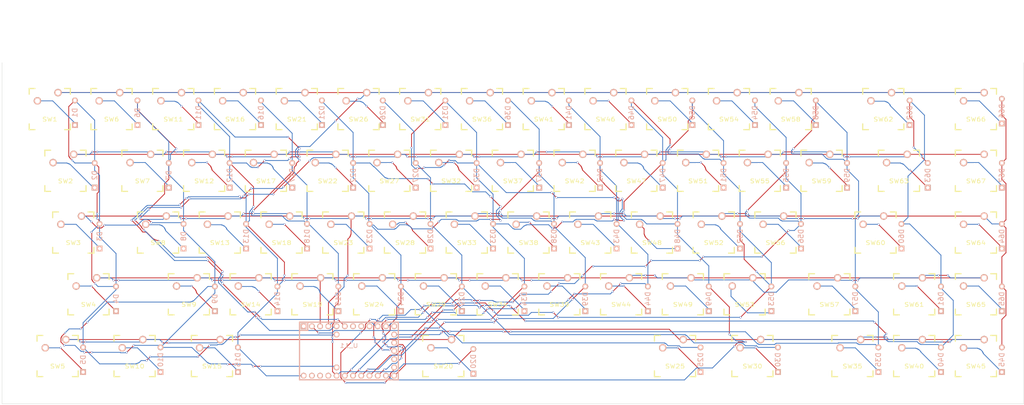
<source format=kicad_pcb>
(kicad_pcb (version 4) (host pcbnew "(2015-12-22 BZR 6403)-product")
  (layers (0 F.Cu signal) (31 B.Cu signal) (34 B.Paste user hide) (35 F.Paste user) (36 B.SilkS user) (37 F.SilkS user hide) (38 B.Mask user) (39 F.Mask user) (44 Edge.Cuts user))
  (net 0 "")
  (net 1 "Net-(D1-Pad1)")
  (net 2 "Net-(D1-Pad2)")
  (net 3 "Net-(D2-Pad2)")
  (net 4 "Net-(D3-Pad2)")
  (net 5 "Net-(D4-Pad2)")
  (net 6 "Net-(D5-Pad2)")
  (net 7 "Net-(D10-Pad1)")
  (net 8 "Net-(D6-Pad2)")
  (net 9 "Net-(D7-Pad2)")
  (net 10 "Net-(D8-Pad2)")
  (net 11 "Net-(D9-Pad2)")
  (net 12 "Net-(D10-Pad2)")
  (net 13 "Net-(D11-Pad1)")
  (net 14 "Net-(D11-Pad2)")
  (net 15 "Net-(D12-Pad2)")
  (net 16 "Net-(D13-Pad2)")
  (net 17 "Net-(D14-Pad2)")
  (net 18 "Net-(D15-Pad2)")
  (net 19 "Net-(D16-Pad1)")
  (net 20 "Net-(D16-Pad2)")
  (net 21 "Net-(D17-Pad2)")
  (net 22 "Net-(D18-Pad2)")
  (net 23 "Net-(D19-Pad2)")
  (net 24 "Net-(D20-Pad2)")
  (net 25 "Net-(D21-Pad1)")
  (net 26 "Net-(D21-Pad2)")
  (net 27 "Net-(D22-Pad2)")
  (net 28 "Net-(D23-Pad2)")
  (net 29 "Net-(D24-Pad2)")
  (net 30 "Net-(D25-Pad2)")
  (net 31 "Net-(D26-Pad1)")
  (net 32 "Net-(D26-Pad2)")
  (net 33 "Net-(D27-Pad2)")
  (net 34 "Net-(D28-Pad2)")
  (net 35 "Net-(D29-Pad2)")
  (net 36 "Net-(D30-Pad2)")
  (net 37 "Net-(D31-Pad1)")
  (net 38 "Net-(D31-Pad2)")
  (net 39 "Net-(D32-Pad2)")
  (net 40 "Net-(D33-Pad2)")
  (net 41 "Net-(D34-Pad2)")
  (net 42 "Net-(D35-Pad2)")
  (net 43 "Net-(D36-Pad1)")
  (net 44 "Net-(D36-Pad2)")
  (net 45 "Net-(D37-Pad2)")
  (net 46 "Net-(D38-Pad2)")
  (net 47 "Net-(D39-Pad2)")
  (net 48 "Net-(D40-Pad2)")
  (net 49 "Net-(D41-Pad1)")
  (net 50 "Net-(D41-Pad2)")
  (net 51 "Net-(D42-Pad2)")
  (net 52 "Net-(D43-Pad2)")
  (net 53 "Net-(D44-Pad2)")
  (net 54 "Net-(D45-Pad2)")
  (net 55 "Net-(D46-Pad1)")
  (net 56 "Net-(D46-Pad2)")
  (net 57 "Net-(D47-Pad2)")
  (net 58 "Net-(D48-Pad2)")
  (net 59 "Net-(D49-Pad2)")
  (net 60 "Net-(D50-Pad1)")
  (net 61 "Net-(D50-Pad2)")
  (net 62 "Net-(D51-Pad2)")
  (net 63 "Net-(D52-Pad2)")
  (net 64 "Net-(D53-Pad2)")
  (net 65 "Net-(D54-Pad1)")
  (net 66 "Net-(D54-Pad2)")
  (net 67 "Net-(D55-Pad2)")
  (net 68 "Net-(D56-Pad2)")
  (net 69 "Net-(D57-Pad2)")
  (net 70 "Net-(D58-Pad2)")
  (net 71 "Net-(D59-Pad2)")
  (net 72 "Net-(D60-Pad2)")
  (net 73 "Net-(D61-Pad2)")
  (net 74 "Net-(D62-Pad2)")
  (net 75 "Net-(D63-Pad2)")
  (net 76 "Net-(D64-Pad2)")
  (net 77 "Net-(D65-Pad2)")
  (net 78 "Net-(D66-Pad2)")
  (net 79 "Net-(D67-Pad2)")
  (net 80 "Net-(SW1-Pad1)")
  (net 81 "Net-(SW12-Pad1)")
  (net 82 "Net-(SW14-Pad1)")
  (net 83 "Net-(SW10-Pad1)")
  (net 84 "Net-(U_11-Pad1)")
  (net 85 "Net-(U_11-Pad7)")
  (net 86 "Net-(U_11-Pad8)")
  (net 87 "Net-(U_11-Pad9)")
  (net 88 "Net-(U_11-Pad12)")
  (net 89 "Net-(U_11-Pad14)")
  (net 90 "Net-(U_11-Pad15)")
  (net 91 "Net-(U_11-Pad16)")
  (net 92 "Net-(D35-Pad1)")
  (net 93 "Net-(D40-Pad1)")
  (net 94 "Net-(D45-Pad1)")
  (module CHERRY_PLATE_625H (layer F.Cu) (at 191.897 184.785)
    (fp_text reference SW20 (at 0 3.175) (layer F.SilkS) (effects (font (size 1.27 1.524) (thickness 0.2032))))
    (fp_text value SPC hide)
    (pad 1 thru_hole circle (at 2.54 -5.08) (size 2.286 2.286) (drill 1.4986) (layers *.Cu *.SilkS *.Mask) (net 83 "Net-(SW10-Pad1)"))
    (pad 2 thru_hole circle (at -3.81 -2.54) (size 2.286 2.286) (drill 1.4986) (layers *.Cu *.SilkS *.Mask) (net 24 "Net-(D20-Pad2)"))
    (pad HOLE np_thru_hole circle (at 0 0) (size 3.9878 3.9878) (drill 3.9878) (layers *.Cu))
  )
  (module cherry:CHERRY_PLATE_100H (layer F.Cu) (at 356.235 184.785)
    (fp_text reference SW45 (at 0 3.175) (layer F.SilkS) (effects (font (size 1.27 1.524) (thickness 0.2032))))
    (fp_text value RARRW hide)
    (pad 1 thru_hole circle (at 2.54 -5.08) (size 2.286 2.286) (drill 1.4986) (layers *.Cu *.SilkS *.Mask) (net 83 "Net-(SW10-Pad1)"))
    (pad 2 thru_hole circle (at -3.81 -2.54) (size 2.286 2.286) (drill 1.4986) (layers *.Cu *.SilkS *.Mask) (net 54 "Net-(D45-Pad2)"))
    (pad HOLE np_thru_hole circle (at 0 0) (size 3.9878 3.9878) (drill 3.9878) (layers *.Cu))
    (pad HOLE np_thru_hole circle (at -5.08 0) (size 1.7018 1.7018) (drill 1.7018) (layers *.Cu))
    (pad HOLE np_thru_hole circle (at 5.08 0) (size 1.7018 1.7018) (drill 1.7018) (layers *.Cu))
  )
  (module cherry:CHERRY_PLATE_150H (layer F.Cu) (at 332.486 127.635)
    (fp_text reference SW63 (at 0 3.175) (layer F.SilkS) (effects (font (size 1.27 1.524) (thickness 0.2032))))
    (fp_text value \ hide)
    (pad 1 thru_hole circle (at 2.54 -5.08) (size 2.286 2.286) (drill 1.4986) (layers *.Cu *.SilkS *.Mask) (net 81 "Net-(SW12-Pad1)"))
    (pad 2 thru_hole circle (at -3.81 -2.54) (size 2.286 2.286) (drill 1.4986) (layers *.Cu *.SilkS *.Mask) (net 75 "Net-(D63-Pad2)"))
    (pad HOLE np_thru_hole circle (at 0 0) (size 3.9878 3.9878) (drill 3.9878) (layers *.Cu))
  )
  (module cherry:CHERRY_PLATE_100H (layer F.Cu) (at 356.235 127.635)
    (fp_text reference SW67 (at 0 3.175) (layer F.SilkS) (effects (font (size 1.27 1.524) (thickness 0.2032))))
    (fp_text value FUNC2 hide)
    (pad 1 thru_hole circle (at 2.54 -5.08) (size 2.286 2.286) (drill 1.4986) (layers *.Cu *.SilkS *.Mask) (net 81 "Net-(SW12-Pad1)"))
    (pad 2 thru_hole circle (at -3.81 -2.54) (size 2.286 2.286) (drill 1.4986) (layers *.Cu *.SilkS *.Mask) (net 79 "Net-(D67-Pad2)"))
    (pad HOLE np_thru_hole circle (at 0 0) (size 3.9878 3.9878) (drill 3.9878) (layers *.Cu))
  )
  (module cherry:CHERRY_PLATE_100H (layer F.Cu) (at 356.235 108.585)
    (fp_text reference SW66 (at 0 3.175) (layer F.SilkS) (effects (font (size 1.27 1.524) (thickness 0.2032))))
    (fp_text value TILD hide)
    (pad 1 thru_hole circle (at 2.54 -5.08) (size 2.286 2.286) (drill 1.4986) (layers *.Cu *.SilkS *.Mask) (net 80 "Net-(SW1-Pad1)"))
    (pad 2 thru_hole circle (at -3.81 -2.54) (size 2.286 2.286) (drill 1.4986) (layers *.Cu *.SilkS *.Mask) (net 78 "Net-(D66-Pad2)"))
    (pad HOLE np_thru_hole circle (at 0 0) (size 3.9878 3.9878) (drill 3.9878) (layers *.Cu))
  )
  (module cherry:CHERRY_PLATE_100H (layer F.Cu) (at 356.235 165.735)
    (fp_text reference SW65 (at 0 3.175) (layer F.SilkS) (effects (font (size 1.27 1.524) (thickness 0.2032))))
    (fp_text value PGDN hide)
    (pad 1 thru_hole circle (at 2.54 -5.08) (size 2.286 2.286) (drill 1.4986) (layers *.Cu *.SilkS *.Mask) (net 82 "Net-(SW14-Pad1)"))
    (pad 2 thru_hole circle (at -3.81 -2.54) (size 2.286 2.286) (drill 1.4986) (layers *.Cu *.SilkS *.Mask) (net 77 "Net-(D65-Pad2)"))
    (pad HOLE np_thru_hole circle (at 0 0) (size 3.9878 3.9878) (drill 3.9878) (layers *.Cu))
  )
  (module cherry:CHERRY_PLATE_100H (layer F.Cu) (at 356.235 146.685)
    (fp_text reference SW64 (at 0 3.175) (layer F.SilkS) (effects (font (size 1.27 1.524) (thickness 0.2032))))
    (fp_text value PGUP hide)
    (pad 1 thru_hole circle (at 2.54 -5.08) (size 2.286 2.286) (drill 1.4986) (layers *.Cu *.SilkS *.Mask) (net 94 "Net-(D45-Pad1)"))
    (pad 2 thru_hole circle (at -3.81 -2.54) (size 2.286 2.286) (drill 1.4986) (layers *.Cu *.SilkS *.Mask) (net 76 "Net-(D64-Pad2)"))
    (pad HOLE np_thru_hole circle (at 0 0) (size 3.9878 3.9878) (drill 3.9878) (layers *.Cu))
  )
  (module cherry:CHERRY_PLATE_200H (layer F.Cu) (at 327.66 108.585)
    (fp_text reference SW62 (at 0 3.175) (layer F.SilkS) (effects (font (size 1.27 1.524) (thickness 0.2032))))
    (fp_text value BCKSPC hide)
    (pad 1 thru_hole circle (at 2.54 -5.08) (size 2.286 2.286) (drill 1.4986) (layers *.Cu *.SilkS *.Mask) (net 80 "Net-(SW1-Pad1)"))
    (pad 2 thru_hole circle (at -3.81 -2.54) (size 2.286 2.286) (drill 1.4986) (layers *.Cu *.SilkS *.Mask) (net 74 "Net-(D62-Pad2)"))
    (pad HOLE np_thru_hole circle (at 0 0) (size 3.9878 3.9878) (drill 3.9878) (layers *.Cu))
  )
  (module cherry:CHERRY_PLATE_100H (layer F.Cu) (at 337.185 165.735)
    (fp_text reference SW61 (at 0 3.175) (layer F.SilkS) (effects (font (size 1.27 1.524) (thickness 0.2032))))
    (fp_text value UARRW hide)
    (pad 1 thru_hole circle (at 2.54 -5.08) (size 2.286 2.286) (drill 1.4986) (layers *.Cu *.SilkS *.Mask) (net 82 "Net-(SW14-Pad1)"))
    (pad 2 thru_hole circle (at -3.81 -2.54) (size 2.286 2.286) (drill 1.4986) (layers *.Cu *.SilkS *.Mask) (net 73 "Net-(D61-Pad2)"))
    (pad HOLE np_thru_hole circle (at 0 0) (size 3.9878 3.9878) (drill 3.9878) (layers *.Cu))
  )
  (module cherry:CHERRY_PLATE_225H (layer F.Cu) (at 325.247 146.685)
    (fp_text reference SW60 (at 0 3.175) (layer F.SilkS) (effects (font (size 1.27 1.524) (thickness 0.2032))))
    (fp_text value ENTER hide)
    (pad 1 thru_hole circle (at 2.54 -5.08) (size 2.286 2.286) (drill 1.4986) (layers *.Cu *.SilkS *.Mask) (net 94 "Net-(D45-Pad1)"))
    (pad 2 thru_hole circle (at -3.81 -2.54) (size 2.286 2.286) (drill 1.4986) (layers *.Cu *.SilkS *.Mask) (net 72 "Net-(D60-Pad2)"))
    (pad HOLE np_thru_hole circle (at 0 0) (size 3.9878 3.9878) (drill 3.9878) (layers *.Cu))
  )
  (module cherry:CHERRY_PLATE_100H (layer F.Cu) (at 308.61 127.635)
    (fp_text reference SW59 (at 0 3.175) (layer F.SilkS) (effects (font (size 1.27 1.524) (thickness 0.2032))))
    (fp_text value ] hide)
    (pad 1 thru_hole circle (at 2.54 -5.08) (size 2.286 2.286) (drill 1.4986) (layers *.Cu *.SilkS *.Mask) (net 81 "Net-(SW12-Pad1)"))
    (pad 2 thru_hole circle (at -3.81 -2.54) (size 2.286 2.286) (drill 1.4986) (layers *.Cu *.SilkS *.Mask) (net 71 "Net-(D59-Pad2)"))
    (pad HOLE np_thru_hole circle (at 0 0) (size 3.9878 3.9878) (drill 3.9878) (layers *.Cu))
  )
  (module cherry:CHERRY_PLATE_100H (layer F.Cu) (at 299.085 108.585)
    (fp_text reference SW58 (at 0 3.175) (layer F.SilkS) (effects (font (size 1.27 1.524) (thickness 0.2032))))
    (fp_text value + hide)
    (pad 1 thru_hole circle (at 2.54 -5.08) (size 2.286 2.286) (drill 1.4986) (layers *.Cu *.SilkS *.Mask) (net 80 "Net-(SW1-Pad1)"))
    (pad 2 thru_hole circle (at -3.81 -2.54) (size 2.286 2.286) (drill 1.4986) (layers *.Cu *.SilkS *.Mask) (net 70 "Net-(D58-Pad2)"))
    (pad HOLE np_thru_hole circle (at 0 0) (size 3.9878 3.9878) (drill 3.9878) (layers *.Cu))
  )
  (module cherry:CHERRY_PLATE_175H (layer F.Cu) (at 311.023 165.735)
    (fp_text reference SW57 (at 0 3.175) (layer F.SilkS) (effects (font (size 1.27 1.524) (thickness 0.2032))))
    (fp_text value RSHFT hide)
    (pad 1 thru_hole circle (at 2.54 -5.08) (size 2.286 2.286) (drill 1.4986) (layers *.Cu *.SilkS *.Mask) (net 82 "Net-(SW14-Pad1)"))
    (pad 2 thru_hole circle (at -3.81 -2.54) (size 2.286 2.286) (drill 1.4986) (layers *.Cu *.SilkS *.Mask) (net 69 "Net-(D57-Pad2)"))
    (pad HOLE np_thru_hole circle (at 0 0) (size 3.9878 3.9878) (drill 3.9878) (layers *.Cu))
  )
  (module cherry:CHERRY_PLATE_100H (layer F.Cu) (at 294.386 146.685)
    (fp_text reference SW56 (at 0 3.175) (layer F.SilkS) (effects (font (size 1.27 1.524) (thickness 0.2032))))
    (fp_text value ' hide)
    (pad 1 thru_hole circle (at 2.54 -5.08) (size 2.286 2.286) (drill 1.4986) (layers *.Cu *.SilkS *.Mask) (net 94 "Net-(D45-Pad1)"))
    (pad 2 thru_hole circle (at -3.81 -2.54) (size 2.286 2.286) (drill 1.4986) (layers *.Cu *.SilkS *.Mask) (net 68 "Net-(D56-Pad2)"))
    (pad HOLE np_thru_hole circle (at 0 0) (size 3.9878 3.9878) (drill 3.9878) (layers *.Cu))
  )
  (module cherry:CHERRY_PLATE_100H (layer F.Cu) (at 289.56 127.635)
    (fp_text reference SW55 (at 0 3.175) (layer F.SilkS) (effects (font (size 1.27 1.524) (thickness 0.2032))))
    (fp_text value [ hide)
    (pad 1 thru_hole circle (at 2.54 -5.08) (size 2.286 2.286) (drill 1.4986) (layers *.Cu *.SilkS *.Mask) (net 81 "Net-(SW12-Pad1)"))
    (pad 2 thru_hole circle (at -3.81 -2.54) (size 2.286 2.286) (drill 1.4986) (layers *.Cu *.SilkS *.Mask) (net 67 "Net-(D55-Pad2)"))
    (pad HOLE np_thru_hole circle (at 0 0) (size 3.9878 3.9878) (drill 3.9878) (layers *.Cu))
  )
  (module cherry:CHERRY_PLATE_100H (layer F.Cu) (at 280.035 108.585)
    (fp_text reference SW54 (at 0 3.175) (layer F.SilkS) (effects (font (size 1.27 1.524) (thickness 0.2032))))
    (fp_text value - hide)
    (pad 1 thru_hole circle (at 2.54 -5.08) (size 2.286 2.286) (drill 1.4986) (layers *.Cu *.SilkS *.Mask) (net 80 "Net-(SW1-Pad1)"))
    (pad 2 thru_hole circle (at -3.81 -2.54) (size 2.286 2.286) (drill 1.4986) (layers *.Cu *.SilkS *.Mask) (net 66 "Net-(D54-Pad2)"))
    (pad HOLE np_thru_hole circle (at 0 0) (size 3.9878 3.9878) (drill 3.9878) (layers *.Cu))
  )
  (module cherry:CHERRY_PLATE_100H (layer F.Cu) (at 284.861 165.735)
    (fp_text reference SW53 (at 0 3.175) (layer F.SilkS) (effects (font (size 1.27 1.524) (thickness 0.2032))))
    (fp_text value / hide)
    (pad 1 thru_hole circle (at 2.54 -5.08) (size 2.286 2.286) (drill 1.4986) (layers *.Cu *.SilkS *.Mask) (net 82 "Net-(SW14-Pad1)"))
    (pad 2 thru_hole circle (at -3.81 -2.54) (size 2.286 2.286) (drill 1.4986) (layers *.Cu *.SilkS *.Mask) (net 64 "Net-(D53-Pad2)"))
    (pad HOLE np_thru_hole circle (at 0 0) (size 3.9878 3.9878) (drill 3.9878) (layers *.Cu))
  )
  (module cherry:CHERRY_PLATE_100H (layer F.Cu) (at 275.336 146.685)
    (fp_text reference SW52 (at 0 3.175) (layer F.SilkS) (effects (font (size 1.27 1.524) (thickness 0.2032))))
    (fp_text value ; hide)
    (pad 1 thru_hole circle (at 2.54 -5.08) (size 2.286 2.286) (drill 1.4986) (layers *.Cu *.SilkS *.Mask) (net 94 "Net-(D45-Pad1)"))
    (pad 2 thru_hole circle (at -3.81 -2.54) (size 2.286 2.286) (drill 1.4986) (layers *.Cu *.SilkS *.Mask) (net 63 "Net-(D52-Pad2)"))
    (pad HOLE np_thru_hole circle (at 0 0) (size 3.9878 3.9878) (drill 3.9878) (layers *.Cu))
  )
  (module cherry:CHERRY_PLATE_100H (layer F.Cu) (at 270.51 127.635)
    (fp_text reference SW51 (at 0 3.175) (layer F.SilkS) (effects (font (size 1.27 1.524) (thickness 0.2032))))
    (fp_text value P hide)
    (pad 1 thru_hole circle (at 2.54 -5.08) (size 2.286 2.286) (drill 1.4986) (layers *.Cu *.SilkS *.Mask) (net 81 "Net-(SW12-Pad1)"))
    (pad 2 thru_hole circle (at -3.81 -2.54) (size 2.286 2.286) (drill 1.4986) (layers *.Cu *.SilkS *.Mask) (net 62 "Net-(D51-Pad2)"))
    (pad HOLE np_thru_hole circle (at 0 0) (size 3.9878 3.9878) (drill 3.9878) (layers *.Cu))
  )
  (module cherry:CHERRY_PLATE_100H (layer F.Cu) (at 260.985 108.585)
    (fp_text reference SW50 (at 0 3.175) (layer F.SilkS) (effects (font (size 1.27 1.524) (thickness 0.2032))))
    (fp_text value 0 hide)
    (pad 1 thru_hole circle (at 2.54 -5.08) (size 2.286 2.286) (drill 1.4986) (layers *.Cu *.SilkS *.Mask) (net 80 "Net-(SW1-Pad1)"))
    (pad 2 thru_hole circle (at -3.81 -2.54) (size 2.286 2.286) (drill 1.4986) (layers *.Cu *.SilkS *.Mask) (net 61 "Net-(D50-Pad2)"))
    (pad HOLE np_thru_hole circle (at 0 0) (size 3.9878 3.9878) (drill 3.9878) (layers *.Cu))
  )
  (module cherry:CHERRY_PLATE_100H (layer F.Cu) (at 265.811 165.735)
    (fp_text reference SW49 (at 0 3.175) (layer F.SilkS) (effects (font (size 1.27 1.524) (thickness 0.2032))))
    (fp_text value . hide)
    (pad 1 thru_hole circle (at 2.54 -5.08) (size 2.286 2.286) (drill 1.4986) (layers *.Cu *.SilkS *.Mask) (net 82 "Net-(SW14-Pad1)"))
    (pad 2 thru_hole circle (at -3.81 -2.54) (size 2.286 2.286) (drill 1.4986) (layers *.Cu *.SilkS *.Mask) (net 59 "Net-(D49-Pad2)"))
    (pad HOLE np_thru_hole circle (at 0 0) (size 3.9878 3.9878) (drill 3.9878) (layers *.Cu))
  )
  (module cherry:CHERRY_PLATE_100H (layer F.Cu) (at 256.286 146.685)
    (fp_text reference SW48 (at 0 3.175) (layer F.SilkS) (effects (font (size 1.27 1.524) (thickness 0.2032))))
    (fp_text value L hide)
    (pad 1 thru_hole circle (at 2.54 -5.08) (size 2.286 2.286) (drill 1.4986) (layers *.Cu *.SilkS *.Mask) (net 94 "Net-(D45-Pad1)"))
    (pad 2 thru_hole circle (at -3.81 -2.54) (size 2.286 2.286) (drill 1.4986) (layers *.Cu *.SilkS *.Mask) (net 58 "Net-(D48-Pad2)"))
    (pad HOLE np_thru_hole circle (at 0 0) (size 3.9878 3.9878) (drill 3.9878) (layers *.Cu))
  )
  (module cherry:CHERRY_PLATE_100H (layer F.Cu) (at 251.46 127.635)
    (fp_text reference SW47 (at 0 3.175) (layer F.SilkS) (effects (font (size 1.27 1.524) (thickness 0.2032))))
    (fp_text value O hide)
    (pad 1 thru_hole circle (at 2.54 -5.08) (size 2.286 2.286) (drill 1.4986) (layers *.Cu *.SilkS *.Mask) (net 81 "Net-(SW12-Pad1)"))
    (pad 2 thru_hole circle (at -3.81 -2.54) (size 2.286 2.286) (drill 1.4986) (layers *.Cu *.SilkS *.Mask) (net 57 "Net-(D47-Pad2)"))
    (pad HOLE np_thru_hole circle (at 0 0) (size 3.9878 3.9878) (drill 3.9878) (layers *.Cu))
  )
  (module cherry:CHERRY_PLATE_100H (layer F.Cu) (at 241.935 108.585)
    (fp_text reference SW46 (at 0 3.175) (layer F.SilkS) (effects (font (size 1.27 1.524) (thickness 0.2032))))
    (fp_text value 9 hide)
    (pad 1 thru_hole circle (at 2.54 -5.08) (size 2.286 2.286) (drill 1.4986) (layers *.Cu *.SilkS *.Mask) (net 80 "Net-(SW1-Pad1)"))
    (pad 2 thru_hole circle (at -3.81 -2.54) (size 2.286 2.286) (drill 1.4986) (layers *.Cu *.SilkS *.Mask) (net 56 "Net-(D46-Pad2)"))
    (pad HOLE np_thru_hole circle (at 0 0) (size 3.9878 3.9878) (drill 3.9878) (layers *.Cu))
  )
  (module cherry:CHERRY_PLATE_100H (layer F.Cu) (at 246.761 165.735)
    (fp_text reference SW44 (at 0 3.175) (layer F.SilkS) (effects (font (size 1.27 1.524) (thickness 0.2032))))
    (fp_text value , hide)
    (pad 1 thru_hole circle (at 2.54 -5.08) (size 2.286 2.286) (drill 1.4986) (layers *.Cu *.SilkS *.Mask) (net 82 "Net-(SW14-Pad1)"))
    (pad 2 thru_hole circle (at -3.81 -2.54) (size 2.286 2.286) (drill 1.4986) (layers *.Cu *.SilkS *.Mask) (net 53 "Net-(D44-Pad2)"))
    (pad HOLE np_thru_hole circle (at 0 0) (size 3.9878 3.9878) (drill 3.9878) (layers *.Cu))
  )
  (module cherry:CHERRY_PLATE_100H (layer F.Cu) (at 237.236 146.685)
    (fp_text reference SW43 (at 0 3.175) (layer F.SilkS) (effects (font (size 1.27 1.524) (thickness 0.2032))))
    (fp_text value K hide)
    (pad 1 thru_hole circle (at 2.54 -5.08) (size 2.286 2.286) (drill 1.4986) (layers *.Cu *.SilkS *.Mask) (net 94 "Net-(D45-Pad1)"))
    (pad 2 thru_hole circle (at -3.81 -2.54) (size 2.286 2.286) (drill 1.4986) (layers *.Cu *.SilkS *.Mask) (net 52 "Net-(D43-Pad2)"))
    (pad HOLE np_thru_hole circle (at 0 0) (size 3.9878 3.9878) (drill 3.9878) (layers *.Cu))
  )
  (module cherry:CHERRY_PLATE_100H (layer F.Cu) (at 208.661 165.735)
    (fp_text reference SW34 (at 0 3.175) (layer F.SilkS) (effects (font (size 1.27 1.524) (thickness 0.2032))))
    (fp_text value N hide)
    (pad 1 thru_hole circle (at 2.54 -5.08) (size 2.286 2.286) (drill 1.4986) (layers *.Cu *.SilkS *.Mask) (net 82 "Net-(SW14-Pad1)"))
    (pad 2 thru_hole circle (at -3.81 -2.54) (size 2.286 2.286) (drill 1.4986) (layers *.Cu *.SilkS *.Mask) (net 41 "Net-(D34-Pad2)"))
    (pad HOLE np_thru_hole circle (at 0 0) (size 3.9878 3.9878) (drill 3.9878) (layers *.Cu))
  )
  (module cherry:CHERRY_PLATE_100H (layer F.Cu) (at 222.885 108.585)
    (fp_text reference SW41 (at 0 3.175) (layer F.SilkS) (effects (font (size 1.27 1.524) (thickness 0.2032))))
    (fp_text value 8 hide)
    (pad 1 thru_hole circle (at 2.54 -5.08) (size 2.286 2.286) (drill 1.4986) (layers *.Cu *.SilkS *.Mask) (net 80 "Net-(SW1-Pad1)"))
    (pad 2 thru_hole circle (at -3.81 -2.54) (size 2.286 2.286) (drill 1.4986) (layers *.Cu *.SilkS *.Mask) (net 50 "Net-(D41-Pad2)"))
    (pad HOLE np_thru_hole circle (at 0 0) (size 3.9878 3.9878) (drill 3.9878) (layers *.Cu))
  )
  (module cherry:CHERRY_PLATE_100H (layer F.Cu) (at 337.185 184.785)
    (fp_text reference SW40 (at 0 3.175) (layer F.SilkS) (effects (font (size 1.27 1.524) (thickness 0.2032))))
    (fp_text value DARRW hide)
    (pad 1 thru_hole circle (at 2.54 -5.08) (size 2.286 2.286) (drill 1.4986) (layers *.Cu *.SilkS *.Mask) (net 83 "Net-(SW10-Pad1)"))
    (pad 2 thru_hole circle (at -3.81 -2.54) (size 2.286 2.286) (drill 1.4986) (layers *.Cu *.SilkS *.Mask) (net 48 "Net-(D40-Pad2)"))
    (pad HOLE np_thru_hole circle (at 0 0) (size 3.9878 3.9878) (drill 3.9878) (layers *.Cu))
  )
  (module cherry:CHERRY_PLATE_100H (layer F.Cu) (at 227.711 165.735)
    (fp_text reference SW39 (at 0 3.175) (layer F.SilkS) (effects (font (size 1.27 1.524) (thickness 0.2032))))
    (fp_text value M hide)
    (pad 1 thru_hole circle (at 2.54 -5.08) (size 2.286 2.286) (drill 1.4986) (layers *.Cu *.SilkS *.Mask) (net 82 "Net-(SW14-Pad1)"))
    (pad 2 thru_hole circle (at -3.81 -2.54) (size 2.286 2.286) (drill 1.4986) (layers *.Cu *.SilkS *.Mask) (net 47 "Net-(D39-Pad2)"))
    (pad HOLE np_thru_hole circle (at 0 0) (size 3.9878 3.9878) (drill 3.9878) (layers *.Cu))
  )
  (module cherry:CHERRY_PLATE_100H (layer F.Cu) (at 218.186 146.685)
    (fp_text reference SW38 (at 0 3.175) (layer F.SilkS) (effects (font (size 1.27 1.524) (thickness 0.2032))))
    (fp_text value L hide)
    (pad 1 thru_hole circle (at 2.54 -5.08) (size 2.286 2.286) (drill 1.4986) (layers *.Cu *.SilkS *.Mask) (net 94 "Net-(D45-Pad1)"))
    (pad 2 thru_hole circle (at -3.81 -2.54) (size 2.286 2.286) (drill 1.4986) (layers *.Cu *.SilkS *.Mask) (net 46 "Net-(D38-Pad2)"))
    (pad HOLE np_thru_hole circle (at 0 0) (size 3.9878 3.9878) (drill 3.9878) (layers *.Cu))
  )
  (module cherry:CHERRY_PLATE_100H (layer F.Cu) (at 213.36 127.635)
    (fp_text reference SW37 (at 0 3.175) (layer F.SilkS) (effects (font (size 1.27 1.524) (thickness 0.2032))))
    (fp_text value U hide)
    (pad 1 thru_hole circle (at 2.54 -5.08) (size 2.286 2.286) (drill 1.4986) (layers *.Cu *.SilkS *.Mask) (net 81 "Net-(SW12-Pad1)"))
    (pad 2 thru_hole circle (at -3.81 -2.54) (size 2.286 2.286) (drill 1.4986) (layers *.Cu *.SilkS *.Mask) (net 45 "Net-(D37-Pad2)"))
    (pad HOLE np_thru_hole circle (at 0 0) (size 3.9878 3.9878) (drill 3.9878) (layers *.Cu))
  )
  (module cherry:CHERRY_PLATE_100H (layer F.Cu) (at 203.835 108.585)
    (fp_text reference SW36 (at 0 3.175) (layer F.SilkS) (effects (font (size 1.27 1.524) (thickness 0.2032))))
    (fp_text value 7 hide)
    (pad 1 thru_hole circle (at 2.54 -5.08) (size 2.286 2.286) (drill 1.4986) (layers *.Cu *.SilkS *.Mask) (net 80 "Net-(SW1-Pad1)"))
    (pad 2 thru_hole circle (at -3.81 -2.54) (size 2.286 2.286) (drill 1.4986) (layers *.Cu *.SilkS *.Mask) (net 44 "Net-(D36-Pad2)"))
    (pad HOLE np_thru_hole circle (at 0 0) (size 3.9878 3.9878) (drill 3.9878) (layers *.Cu))
  )
  (module cherry:CHERRY_PLATE_100H (layer F.Cu) (at 318.135 184.785)
    (fp_text reference SW35 (at 0 3.175) (layer F.SilkS) (effects (font (size 1.27 1.524) (thickness 0.2032))))
    (fp_text value LARRW hide)
    (pad 1 thru_hole circle (at 2.54 -5.08) (size 2.286 2.286) (drill 1.4986) (layers *.Cu *.SilkS *.Mask) (net 83 "Net-(SW10-Pad1)"))
    (pad 2 thru_hole circle (at -3.81 -2.54) (size 2.286 2.286) (drill 1.4986) (layers *.Cu *.SilkS *.Mask) (net 42 "Net-(D35-Pad2)"))
    (pad HOLE np_thru_hole circle (at 0 0) (size 3.9878 3.9878) (drill 3.9878) (layers *.Cu))
  )
  (module cherry:CHERRY_PLATE_100H (layer F.Cu) (at 199.136 146.685)
    (fp_text reference SW33 (at 0 3.175) (layer F.SilkS) (effects (font (size 1.27 1.524) (thickness 0.2032))))
    (fp_text value J hide)
    (pad 1 thru_hole circle (at 2.54 -5.08) (size 2.286 2.286) (drill 1.4986) (layers *.Cu *.SilkS *.Mask) (net 94 "Net-(D45-Pad1)"))
    (pad 2 thru_hole circle (at -3.81 -2.54) (size 2.286 2.286) (drill 1.4986) (layers *.Cu *.SilkS *.Mask) (net 40 "Net-(D33-Pad2)"))
    (pad HOLE np_thru_hole circle (at 0 0) (size 3.9878 3.9878) (drill 3.9878) (layers *.Cu))
  )
  (module cherry:CHERRY_PLATE_100H (layer F.Cu) (at 194.31 127.635)
    (fp_text reference SW32 (at 0 3.175) (layer F.SilkS) (effects (font (size 1.27 1.524) (thickness 0.2032))))
    (fp_text value Y hide)
    (pad 1 thru_hole circle (at 2.54 -5.08) (size 2.286 2.286) (drill 1.4986) (layers *.Cu *.SilkS *.Mask) (net 81 "Net-(SW12-Pad1)"))
    (pad 2 thru_hole circle (at -3.81 -2.54) (size 2.286 2.286) (drill 1.4986) (layers *.Cu *.SilkS *.Mask) (net 39 "Net-(D32-Pad2)"))
    (pad HOLE np_thru_hole circle (at 0 0) (size 3.9878 3.9878) (drill 3.9878) (layers *.Cu))
  )
  (module cherry:CHERRY_PLATE_100H (layer F.Cu) (at 184.785 108.585)
    (fp_text reference SW31 (at 0 3.175) (layer F.SilkS) (effects (font (size 1.27 1.524) (thickness 0.2032))))
    (fp_text value 6 hide)
    (pad 1 thru_hole circle (at 2.54 -5.08) (size 2.286 2.286) (drill 1.4986) (layers *.Cu *.SilkS *.Mask) (net 80 "Net-(SW1-Pad1)"))
    (pad 2 thru_hole circle (at -3.81 -2.54) (size 2.286 2.286) (drill 1.4986) (layers *.Cu *.SilkS *.Mask) (net 38 "Net-(D31-Pad2)"))
    (pad HOLE np_thru_hole circle (at 0 0) (size 3.9878 3.9878) (drill 3.9878) (layers *.Cu))
  )
  (module cherry:CHERRY_PLATE_125H (layer F.Cu) (at 287.274 184.785)
    (fp_text reference SW30 (at 0 3.175) (layer F.SilkS) (effects (font (size 1.27 1.524) (thickness 0.2032))))
    (fp_text value RGUI hide)
    (pad 1 thru_hole circle (at 2.54 -5.08) (size 2.286 2.286) (drill 1.4986) (layers *.Cu *.SilkS *.Mask) (net 83 "Net-(SW10-Pad1)"))
    (pad 2 thru_hole circle (at -3.81 -2.54) (size 2.286 2.286) (drill 1.4986) (layers *.Cu *.SilkS *.Mask) (net 36 "Net-(D30-Pad2)"))
    (pad HOLE np_thru_hole circle (at 0 0) (size 3.9878 3.9878) (drill 3.9878) (layers *.Cu))
  )
  (module cherry:CHERRY_PLATE_100H (layer F.Cu) (at 189.611 165.735)
    (fp_text reference SW29 (at 0 3.175) (layer F.SilkS) (effects (font (size 1.27 1.524) (thickness 0.2032))))
    (fp_text value B hide)
    (pad 1 thru_hole circle (at 2.54 -5.08) (size 2.286 2.286) (drill 1.4986) (layers *.Cu *.SilkS *.Mask) (net 82 "Net-(SW14-Pad1)"))
    (pad 2 thru_hole circle (at -3.81 -2.54) (size 2.286 2.286) (drill 1.4986) (layers *.Cu *.SilkS *.Mask) (net 35 "Net-(D29-Pad2)"))
    (pad HOLE np_thru_hole circle (at 0 0) (size 3.9878 3.9878) (drill 3.9878) (layers *.Cu))
  )
  (module cherry:CHERRY_PLATE_100H (layer F.Cu) (at 180.086 146.685)
    (fp_text reference SW28 (at 0 3.175) (layer F.SilkS) (effects (font (size 1.27 1.524) (thickness 0.2032))))
    (fp_text value H hide)
    (pad 1 thru_hole circle (at 2.54 -5.08) (size 2.286 2.286) (drill 1.4986) (layers *.Cu *.SilkS *.Mask) (net 94 "Net-(D45-Pad1)"))
    (pad 2 thru_hole circle (at -3.81 -2.54) (size 2.286 2.286) (drill 1.4986) (layers *.Cu *.SilkS *.Mask) (net 34 "Net-(D28-Pad2)"))
    (pad HOLE np_thru_hole circle (at 0 0) (size 3.9878 3.9878) (drill 3.9878) (layers *.Cu))
  )
  (module cherry:CHERRY_PLATE_100H (layer F.Cu) (at 175.26 127.635)
    (fp_text reference SW27 (at 0 3.175) (layer F.SilkS) (effects (font (size 1.27 1.524) (thickness 0.2032))))
    (fp_text value T hide)
    (pad 1 thru_hole circle (at 2.54 -5.08) (size 2.286 2.286) (drill 1.4986) (layers *.Cu *.SilkS *.Mask) (net 81 "Net-(SW12-Pad1)"))
    (pad 2 thru_hole circle (at -3.81 -2.54) (size 2.286 2.286) (drill 1.4986) (layers *.Cu *.SilkS *.Mask) (net 33 "Net-(D27-Pad2)"))
    (pad HOLE np_thru_hole circle (at 0 0) (size 3.9878 3.9878) (drill 3.9878) (layers *.Cu))
  )
  (module cherry:CHERRY_PLATE_100H (layer F.Cu) (at 165.735 108.585)
    (fp_text reference SW26 (at 0 3.175) (layer F.SilkS) (effects (font (size 1.27 1.524) (thickness 0.2032))))
    (fp_text value 5 hide)
    (pad 1 thru_hole circle (at 2.54 -5.08) (size 2.286 2.286) (drill 1.4986) (layers *.Cu *.SilkS *.Mask) (net 80 "Net-(SW1-Pad1)"))
    (pad 2 thru_hole circle (at -3.81 -2.54) (size 2.286 2.286) (drill 1.4986) (layers *.Cu *.SilkS *.Mask) (net 32 "Net-(D26-Pad2)"))
    (pad HOLE np_thru_hole circle (at 0 0) (size 3.9878 3.9878) (drill 3.9878) (layers *.Cu))
  )
  (module cherry:CHERRY_PLATE_125H (layer F.Cu) (at 263.398 184.785)
    (fp_text reference SW25 (at 0 3.175) (layer F.SilkS) (effects (font (size 1.27 1.524) (thickness 0.2032))))
    (fp_text value RALT hide)
    (pad 1 thru_hole circle (at 2.54 -5.08) (size 2.286 2.286) (drill 1.4986) (layers *.Cu *.SilkS *.Mask) (net 83 "Net-(SW10-Pad1)"))
    (pad 2 thru_hole circle (at -3.81 -2.54) (size 2.286 2.286) (drill 1.4986) (layers *.Cu *.SilkS *.Mask) (net 30 "Net-(D25-Pad2)"))
    (pad HOLE np_thru_hole circle (at 0 0) (size 3.9878 3.9878) (drill 3.9878) (layers *.Cu))
  )
  (module cherry:CHERRY_PLATE_100H (layer F.Cu) (at 170.561 165.735)
    (fp_text reference SW24 (at 0 3.175) (layer F.SilkS) (effects (font (size 1.27 1.524) (thickness 0.2032))))
    (fp_text value V hide)
    (pad 1 thru_hole circle (at 2.54 -5.08) (size 2.286 2.286) (drill 1.4986) (layers *.Cu *.SilkS *.Mask) (net 82 "Net-(SW14-Pad1)"))
    (pad 2 thru_hole circle (at -3.81 -2.54) (size 2.286 2.286) (drill 1.4986) (layers *.Cu *.SilkS *.Mask) (net 29 "Net-(D24-Pad2)"))
    (pad HOLE np_thru_hole circle (at 0 0) (size 3.9878 3.9878) (drill 3.9878) (layers *.Cu))
  )
  (module cherry:CHERRY_PLATE_100H (layer F.Cu) (at 161.036 146.685)
    (fp_text reference SW23 (at 0 3.175) (layer F.SilkS) (effects (font (size 1.27 1.524) (thickness 0.2032))))
    (fp_text value G hide)
    (pad 1 thru_hole circle (at 2.54 -5.08) (size 2.286 2.286) (drill 1.4986) (layers *.Cu *.SilkS *.Mask) (net 94 "Net-(D45-Pad1)"))
    (pad 2 thru_hole circle (at -3.81 -2.54) (size 2.286 2.286) (drill 1.4986) (layers *.Cu *.SilkS *.Mask) (net 28 "Net-(D23-Pad2)"))
    (pad HOLE np_thru_hole circle (at 0 0) (size 3.9878 3.9878) (drill 3.9878) (layers *.Cu))
  )
  (module cherry:CHERRY_PLATE_100H (layer F.Cu) (at 156.21 127.635)
    (fp_text reference SW22 (at 0 3.175) (layer F.SilkS) (effects (font (size 1.27 1.524) (thickness 0.2032))))
    (fp_text value R hide)
    (pad 1 thru_hole circle (at 2.54 -5.08) (size 2.286 2.286) (drill 1.4986) (layers *.Cu *.SilkS *.Mask) (net 81 "Net-(SW12-Pad1)"))
    (pad 2 thru_hole circle (at -3.81 -2.54) (size 2.286 2.286) (drill 1.4986) (layers *.Cu *.SilkS *.Mask) (net 27 "Net-(D22-Pad2)"))
    (pad HOLE np_thru_hole circle (at 0 0) (size 3.9878 3.9878) (drill 3.9878) (layers *.Cu))
  )
  (module cherry:CHERRY_PLATE_100H (layer F.Cu) (at 146.685 108.585)
    (fp_text reference SW21 (at 0 3.175) (layer F.SilkS) (effects (font (size 1.27 1.524) (thickness 0.2032))))
    (fp_text value 4 hide)
    (pad 1 thru_hole circle (at 2.54 -5.08) (size 2.286 2.286) (drill 1.4986) (layers *.Cu *.SilkS *.Mask) (net 80 "Net-(SW1-Pad1)"))
    (pad 2 thru_hole circle (at -3.81 -2.54) (size 2.286 2.286) (drill 1.4986) (layers *.Cu *.SilkS *.Mask) (net 26 "Net-(D21-Pad2)"))
    (pad HOLE np_thru_hole circle (at 0 0) (size 3.9878 3.9878) (drill 3.9878) (layers *.Cu))
  )
  (module cherry:CHERRY_PLATE_100H (layer F.Cu) (at 151.511 165.735)
    (fp_text reference SW19 (at 0 3.175) (layer F.SilkS) (effects (font (size 1.27 1.524) (thickness 0.2032))))
    (fp_text value C hide)
    (pad 1 thru_hole circle (at 2.54 -5.08) (size 2.286 2.286) (drill 1.4986) (layers *.Cu *.SilkS *.Mask) (net 82 "Net-(SW14-Pad1)"))
    (pad 2 thru_hole circle (at -3.81 -2.54) (size 2.286 2.286) (drill 1.4986) (layers *.Cu *.SilkS *.Mask) (net 23 "Net-(D19-Pad2)"))
    (pad HOLE np_thru_hole circle (at 0 0) (size 3.9878 3.9878) (drill 3.9878) (layers *.Cu))
  )
  (module cherry:CHERRY_PLATE_100H (layer F.Cu) (at 141.986 146.685)
    (fp_text reference SW18 (at 0 3.175) (layer F.SilkS) (effects (font (size 1.27 1.524) (thickness 0.2032))))
    (fp_text value F hide)
    (pad 1 thru_hole circle (at 2.54 -5.08) (size 2.286 2.286) (drill 1.4986) (layers *.Cu *.SilkS *.Mask) (net 94 "Net-(D45-Pad1)"))
    (pad 2 thru_hole circle (at -3.81 -2.54) (size 2.286 2.286) (drill 1.4986) (layers *.Cu *.SilkS *.Mask) (net 22 "Net-(D18-Pad2)"))
    (pad HOLE np_thru_hole circle (at 0 0) (size 3.9878 3.9878) (drill 3.9878) (layers *.Cu))
  )
  (module cherry:CHERRY_PLATE_100H (layer F.Cu) (at 127.635 108.585)
    (fp_text reference SW16 (at 0 3.175) (layer F.SilkS) (effects (font (size 1.27 1.524) (thickness 0.2032))))
    (fp_text value 3 hide)
    (pad 1 thru_hole circle (at 2.54 -5.08) (size 2.286 2.286) (drill 1.4986) (layers *.Cu *.SilkS *.Mask) (net 80 "Net-(SW1-Pad1)"))
    (pad 2 thru_hole circle (at -3.81 -2.54) (size 2.286 2.286) (drill 1.4986) (layers *.Cu *.SilkS *.Mask) (net 20 "Net-(D16-Pad2)"))
    (pad HOLE np_thru_hole circle (at 0 0) (size 3.9878 3.9878) (drill 3.9878) (layers *.Cu))
  )
  (module cherry:CHERRY_PLATE_125H (layer F.Cu) (at 120.523 184.785)
    (fp_text reference SW15 (at 0 3.175) (layer F.SilkS) (effects (font (size 1.27 1.524) (thickness 0.2032))))
    (fp_text value LALT hide)
    (pad 1 thru_hole circle (at 2.54 -5.08) (size 2.286 2.286) (drill 1.4986) (layers *.Cu *.SilkS *.Mask) (net 83 "Net-(SW10-Pad1)"))
    (pad 2 thru_hole circle (at -3.81 -2.54) (size 2.286 2.286) (drill 1.4986) (layers *.Cu *.SilkS *.Mask) (net 18 "Net-(D15-Pad2)"))
    (pad HOLE np_thru_hole circle (at 0 0) (size 3.9878 3.9878) (drill 3.9878) (layers *.Cu))
  )
  (module cherry:CHERRY_PLATE_100H (layer F.Cu) (at 132.461 165.735)
    (fp_text reference SW14 (at 0 3.175) (layer F.SilkS) (effects (font (size 1.27 1.524) (thickness 0.2032))))
    (fp_text value X hide)
    (pad 1 thru_hole circle (at 2.54 -5.08) (size 2.286 2.286) (drill 1.4986) (layers *.Cu *.SilkS *.Mask) (net 82 "Net-(SW14-Pad1)"))
    (pad 2 thru_hole circle (at -3.81 -2.54) (size 2.286 2.286) (drill 1.4986) (layers *.Cu *.SilkS *.Mask) (net 17 "Net-(D14-Pad2)"))
    (pad HOLE np_thru_hole circle (at 0 0) (size 3.9878 3.9878) (drill 3.9878) (layers *.Cu))
  )
  (module cherry:CHERRY_PLATE_100H (layer F.Cu) (at 122.936 146.685)
    (fp_text reference SW13 (at 0 3.175) (layer F.SilkS) (effects (font (size 1.27 1.524) (thickness 0.2032))))
    (fp_text value S hide)
    (pad 1 thru_hole circle (at 2.54 -5.08) (size 2.286 2.286) (drill 1.4986) (layers *.Cu *.SilkS *.Mask) (net 94 "Net-(D45-Pad1)"))
    (pad 2 thru_hole circle (at -3.81 -2.54) (size 2.286 2.286) (drill 1.4986) (layers *.Cu *.SilkS *.Mask) (net 16 "Net-(D13-Pad2)"))
    (pad HOLE np_thru_hole circle (at 0 0) (size 3.9878 3.9878) (drill 3.9878) (layers *.Cu))
  )
  (module cherry:CHERRY_PLATE_100H (layer F.Cu) (at 118.11 127.635)
    (fp_text reference SW12 (at 0 3.175) (layer F.SilkS) (effects (font (size 1.27 1.524) (thickness 0.2032))))
    (fp_text value W hide)
    (pad 1 thru_hole circle (at 2.54 -5.08) (size 2.286 2.286) (drill 1.4986) (layers *.Cu *.SilkS *.Mask) (net 81 "Net-(SW12-Pad1)"))
    (pad 2 thru_hole circle (at -3.81 -2.54) (size 2.286 2.286) (drill 1.4986) (layers *.Cu *.SilkS *.Mask) (net 15 "Net-(D12-Pad2)"))
    (pad HOLE np_thru_hole circle (at 0 0) (size 3.9878 3.9878) (drill 3.9878) (layers *.Cu))
  )
  (module cherry:CHERRY_PLATE_100H (layer F.Cu) (at 108.585 108.585)
    (fp_text reference SW11 (at 0 3.175) (layer F.SilkS) (effects (font (size 1.27 1.524) (thickness 0.2032))))
    (fp_text value 2 hide)
    (pad 1 thru_hole circle (at 2.54 -5.08) (size 2.286 2.286) (drill 1.4986) (layers *.Cu *.SilkS *.Mask) (net 80 "Net-(SW1-Pad1)"))
    (pad 2 thru_hole circle (at -3.81 -2.54) (size 2.286 2.286) (drill 1.4986) (layers *.Cu *.SilkS *.Mask) (net 14 "Net-(D11-Pad2)"))
    (pad HOLE np_thru_hole circle (at 0 0) (size 3.9878 3.9878) (drill 3.9878) (layers *.Cu))
  )
  (module cherry:CHERRY_PLATE_125H (layer F.Cu) (at 96.647 184.785)
    (fp_text reference SW10 (at 0 3.175) (layer F.SilkS) (effects (font (size 1.27 1.524) (thickness 0.2032))))
    (fp_text value LGUI hide)
    (pad 1 thru_hole circle (at 2.54 -5.08) (size 2.286 2.286) (drill 1.4986) (layers *.Cu *.SilkS *.Mask) (net 83 "Net-(SW10-Pad1)"))
    (pad 2 thru_hole circle (at -3.81 -2.54) (size 2.286 2.286) (drill 1.4986) (layers *.Cu *.SilkS *.Mask) (net 12 "Net-(D10-Pad2)"))
    (pad HOLE np_thru_hole circle (at 0 0) (size 3.9878 3.9878) (drill 3.9878) (layers *.Cu))
  )
  (module cherry:CHERRY_PLATE_100H (layer F.Cu) (at 113.411 165.735)
    (fp_text reference SW9 (at 0 3.175) (layer F.SilkS) (effects (font (size 1.27 1.524) (thickness 0.2032))))
    (fp_text value Z hide)
    (pad 1 thru_hole circle (at 2.54 -5.08) (size 2.286 2.286) (drill 1.4986) (layers *.Cu *.SilkS *.Mask) (net 82 "Net-(SW14-Pad1)"))
    (pad 2 thru_hole circle (at -3.81 -2.54) (size 2.286 2.286) (drill 1.4986) (layers *.Cu *.SilkS *.Mask) (net 11 "Net-(D9-Pad2)"))
    (pad HOLE np_thru_hole circle (at 0 0) (size 3.9878 3.9878) (drill 3.9878) (layers *.Cu))
  )
  (module cherry:CHERRY_PLATE_100H (layer F.Cu) (at 103.886 146.685)
    (fp_text reference SW8 (at 0 3.175) (layer F.SilkS) (effects (font (size 1.27 1.524) (thickness 0.2032))))
    (fp_text value A hide)
    (pad 1 thru_hole circle (at 2.54 -5.08) (size 2.286 2.286) (drill 1.4986) (layers *.Cu *.SilkS *.Mask) (net 94 "Net-(D45-Pad1)"))
    (pad 2 thru_hole circle (at -3.81 -2.54) (size 2.286 2.286) (drill 1.4986) (layers *.Cu *.SilkS *.Mask) (net 10 "Net-(D8-Pad2)"))
    (pad HOLE np_thru_hole circle (at 0 0) (size 3.9878 3.9878) (drill 3.9878) (layers *.Cu))
  )
  (module cherry:CHERRY_PLATE_100H (layer F.Cu) (at 99.06 127.635)
    (fp_text reference SW7 (at 0 3.175) (layer F.SilkS) (effects (font (size 1.27 1.524) (thickness 0.2032))))
    (fp_text value Q hide)
    (pad 1 thru_hole circle (at 2.54 -5.08) (size 2.286 2.286) (drill 1.4986) (layers *.Cu *.SilkS *.Mask) (net 81 "Net-(SW12-Pad1)"))
    (pad 2 thru_hole circle (at -3.81 -2.54) (size 2.286 2.286) (drill 1.4986) (layers *.Cu *.SilkS *.Mask) (net 9 "Net-(D7-Pad2)"))
    (pad HOLE np_thru_hole circle (at 0 0) (size 3.9878 3.9878) (drill 3.9878) (layers *.Cu))
  )
  (module cherry:CHERRY_PLATE_100H (layer F.Cu) (at 89.535 108.585)
    (fp_text reference SW6 (at 0 3.175) (layer F.SilkS) (effects (font (size 1.27 1.524) (thickness 0.2032))))
    (fp_text value 1 hide)
    (pad 1 thru_hole circle (at 2.54 -5.08) (size 2.286 2.286) (drill 1.4986) (layers *.Cu *.SilkS *.Mask) (net 80 "Net-(SW1-Pad1)"))
    (pad 2 thru_hole circle (at -3.81 -2.54) (size 2.286 2.286) (drill 1.4986) (layers *.Cu *.SilkS *.Mask) (net 8 "Net-(D6-Pad2)"))
    (pad HOLE np_thru_hole circle (at 0 0) (size 3.9878 3.9878) (drill 3.9878) (layers *.Cu))
  )
  (module cherry:CHERRY_MX_DIODE (layer B.Cu) (at 73.152 109.728 270)
    (fp_text reference D1 (at 0 -5.08 270) (layer B.SilkS) (effects (font (thickness 0.254)) (justify mirror)))
    (fp_text value D hide)
    (pad 1 thru_hole circle (at -3.81 -5.08 270) (size 1.778 1.778) (drill 0.9906) (layers *.Cu *.SilkS *.Mask) (net 1 "Net-(D1-Pad1)"))
    (pad 2 thru_hole rect (at 3.81 -5.08 270) (size 1.778 1.778) (drill 0.9906) (layers *.Cu *.SilkS *.Mask) (net 2 "Net-(D1-Pad2)"))
  )
  (module cherry:CHERRY_MX_DIODE (layer B.Cu) (at 79.248 129.032 270)
    (fp_text reference D2 (at 0 -5.08 270) (layer B.SilkS) (effects (font (thickness 0.254)) (justify mirror)))
    (fp_text value D hide)
    (pad 1 thru_hole circle (at -3.81 -5.08 270) (size 1.778 1.778) (drill 0.9906) (layers *.Cu *.SilkS *.Mask) (net 1 "Net-(D1-Pad1)"))
    (pad 2 thru_hole rect (at 3.81 -5.08 270) (size 1.778 1.778) (drill 0.9906) (layers *.Cu *.SilkS *.Mask) (net 3 "Net-(D2-Pad2)"))
  )
  (module cherry:CHERRY_MX_DIODE (layer B.Cu) (at 80.772 147.828 270)
    (fp_text reference D3 (at 0 -5.08 270) (layer B.SilkS) (effects (font (thickness 0.254)) (justify mirror)))
    (fp_text value D hide)
    (pad 1 thru_hole circle (at -3.81 -5.08 270) (size 1.778 1.778) (drill 0.9906) (layers *.Cu *.SilkS *.Mask) (net 1 "Net-(D1-Pad1)"))
    (pad 2 thru_hole rect (at 3.81 -5.08 270) (size 1.778 1.778) (drill 0.9906) (layers *.Cu *.SilkS *.Mask) (net 4 "Net-(D3-Pad2)"))
  )
  (module cherry:CHERRY_MX_DIODE (layer B.Cu) (at 85.852 167.132 270)
    (fp_text reference D4 (at 0 -5.08 270) (layer B.SilkS) (effects (font (thickness 0.254)) (justify mirror)))
    (fp_text value D hide)
    (pad 1 thru_hole circle (at -3.81 -5.08 270) (size 1.778 1.778) (drill 0.9906) (layers *.Cu *.SilkS *.Mask) (net 1 "Net-(D1-Pad1)"))
    (pad 2 thru_hole rect (at 3.81 -5.08 270) (size 1.778 1.778) (drill 0.9906) (layers *.Cu *.SilkS *.Mask) (net 5 "Net-(D4-Pad2)"))
  )
  (module cherry:CHERRY_MX_DIODE (layer B.Cu) (at 75.692 185.928 270)
    (fp_text reference D5 (at 0 -5.08 270) (layer B.SilkS) (effects (font (thickness 0.254)) (justify mirror)))
    (fp_text value D hide)
    (pad 1 thru_hole circle (at -3.81 -5.08 270) (size 1.778 1.778) (drill 0.9906) (layers *.Cu *.SilkS *.Mask) (net 1 "Net-(D1-Pad1)"))
    (pad 2 thru_hole rect (at 3.81 -5.08 270) (size 1.778 1.778) (drill 0.9906) (layers *.Cu *.SilkS *.Mask) (net 6 "Net-(D5-Pad2)"))
  )
  (module cherry:CHERRY_MX_DIODE (layer B.Cu) (at 92.456 109.728 270)
    (fp_text reference D6 (at 0 -5.08 270) (layer B.SilkS) (effects (font (thickness 0.254)) (justify mirror)))
    (fp_text value D hide)
    (pad 1 thru_hole circle (at -3.81 -5.08 270) (size 1.778 1.778) (drill 0.9906) (layers *.Cu *.SilkS *.Mask) (net 7 "Net-(D10-Pad1)"))
    (pad 2 thru_hole rect (at 3.81 -5.08 270) (size 1.778 1.778) (drill 0.9906) (layers *.Cu *.SilkS *.Mask) (net 8 "Net-(D6-Pad2)"))
  )
  (module cherry:CHERRY_MX_DIODE (layer B.Cu) (at 102.108 129.032 270)
    (fp_text reference D7 (at 0 -5.08 270) (layer B.SilkS) (effects (font (thickness 0.254)) (justify mirror)))
    (fp_text value D hide)
    (pad 1 thru_hole circle (at -3.81 -5.08 270) (size 1.778 1.778) (drill 0.9906) (layers *.Cu *.SilkS *.Mask) (net 7 "Net-(D10-Pad1)"))
    (pad 2 thru_hole rect (at 3.81 -5.08 270) (size 1.778 1.778) (drill 0.9906) (layers *.Cu *.SilkS *.Mask) (net 9 "Net-(D7-Pad2)"))
  )
  (module cherry:CHERRY_MX_DIODE (layer B.Cu) (at 106.68 147.828 270)
    (fp_text reference D8 (at 0 -5.08 270) (layer B.SilkS) (effects (font (thickness 0.254)) (justify mirror)))
    (fp_text value D hide)
    (pad 1 thru_hole circle (at -3.81 -5.08 270) (size 1.778 1.778) (drill 0.9906) (layers *.Cu *.SilkS *.Mask) (net 7 "Net-(D10-Pad1)"))
    (pad 2 thru_hole rect (at 3.81 -5.08 270) (size 1.778 1.778) (drill 0.9906) (layers *.Cu *.SilkS *.Mask) (net 10 "Net-(D8-Pad2)"))
  )
  (module cherry:CHERRY_MX_DIODE (layer B.Cu) (at 116.332 167.132 270)
    (fp_text reference D9 (at 0 -5.08 270) (layer B.SilkS) (effects (font (thickness 0.254)) (justify mirror)))
    (fp_text value D hide)
    (pad 1 thru_hole circle (at -3.81 -5.08 270) (size 1.778 1.778) (drill 0.9906) (layers *.Cu *.SilkS *.Mask) (net 7 "Net-(D10-Pad1)"))
    (pad 2 thru_hole rect (at 3.81 -5.08 270) (size 1.778 1.778) (drill 0.9906) (layers *.Cu *.SilkS *.Mask) (net 11 "Net-(D9-Pad2)"))
  )
  (module cherry:CHERRY_MX_DIODE (layer B.Cu) (at 99.568 185.928 270)
    (fp_text reference D10 (at 0 -5.08 270) (layer B.SilkS) (effects (font (thickness 0.254)) (justify mirror)))
    (fp_text value D hide)
    (pad 1 thru_hole circle (at -3.81 -5.08 270) (size 1.778 1.778) (drill 0.9906) (layers *.Cu *.SilkS *.Mask) (net 7 "Net-(D10-Pad1)"))
    (pad 2 thru_hole rect (at 3.81 -5.08 270) (size 1.778 1.778) (drill 0.9906) (layers *.Cu *.SilkS *.Mask) (net 12 "Net-(D10-Pad2)"))
  )
  (module cherry:CHERRY_MX_DIODE (layer B.Cu) (at 111.252 109.728 270)
    (fp_text reference D11 (at 0 -5.08 270) (layer B.SilkS) (effects (font (thickness 0.254)) (justify mirror)))
    (fp_text value D hide)
    (pad 1 thru_hole circle (at -3.81 -5.08 270) (size 1.778 1.778) (drill 0.9906) (layers *.Cu *.SilkS *.Mask) (net 13 "Net-(D11-Pad1)"))
    (pad 2 thru_hole rect (at 3.81 -5.08 270) (size 1.778 1.778) (drill 0.9906) (layers *.Cu *.SilkS *.Mask) (net 14 "Net-(D11-Pad2)"))
  )
  (module cherry:CHERRY_MX_DIODE (layer B.Cu) (at 120.904 129.032 270)
    (fp_text reference D12 (at 0 -5.08 270) (layer B.SilkS) (effects (font (thickness 0.254)) (justify mirror)))
    (fp_text value D hide)
    (pad 1 thru_hole circle (at -3.81 -5.08 270) (size 1.778 1.778) (drill 0.9906) (layers *.Cu *.SilkS *.Mask) (net 13 "Net-(D11-Pad1)"))
    (pad 2 thru_hole rect (at 3.81 -5.08 270) (size 1.778 1.778) (drill 0.9906) (layers *.Cu *.SilkS *.Mask) (net 15 "Net-(D12-Pad2)"))
  )
  (module cherry:CHERRY_MX_DIODE (layer B.Cu) (at 125.984 147.828 270)
    (fp_text reference D13 (at 0 -5.08 270) (layer B.SilkS) (effects (font (thickness 0.254)) (justify mirror)))
    (fp_text value D hide)
    (pad 1 thru_hole circle (at -3.81 -5.08 270) (size 1.778 1.778) (drill 0.9906) (layers *.Cu *.SilkS *.Mask) (net 13 "Net-(D11-Pad1)"))
    (pad 2 thru_hole rect (at 3.81 -5.08 270) (size 1.778 1.778) (drill 0.9906) (layers *.Cu *.SilkS *.Mask) (net 16 "Net-(D13-Pad2)"))
  )
  (module cherry:CHERRY_MX_DIODE (layer B.Cu) (at 135.636 167.132 270)
    (fp_text reference D14 (at 0 -5.08 270) (layer B.SilkS) (effects (font (thickness 0.254)) (justify mirror)))
    (fp_text value D hide)
    (pad 1 thru_hole circle (at -3.81 -5.08 270) (size 1.778 1.778) (drill 0.9906) (layers *.Cu *.SilkS *.Mask) (net 13 "Net-(D11-Pad1)"))
    (pad 2 thru_hole rect (at 3.81 -5.08 270) (size 1.778 1.778) (drill 0.9906) (layers *.Cu *.SilkS *.Mask) (net 17 "Net-(D14-Pad2)"))
  )
  (module cherry:CHERRY_MX_DIODE (layer B.Cu) (at 123.444 185.928 270)
    (fp_text reference D15 (at 0 -5.08 270) (layer B.SilkS) (effects (font (thickness 0.254)) (justify mirror)))
    (fp_text value D hide)
    (pad 1 thru_hole circle (at -3.81 -5.08 270) (size 1.778 1.778) (drill 0.9906) (layers *.Cu *.SilkS *.Mask) (net 13 "Net-(D11-Pad1)"))
    (pad 2 thru_hole rect (at 3.81 -5.08 270) (size 1.778 1.778) (drill 0.9906) (layers *.Cu *.SilkS *.Mask) (net 18 "Net-(D15-Pad2)"))
  )
  (module cherry:CHERRY_MX_DIODE (layer B.Cu) (at 130.556 109.728 270)
    (fp_text reference D16 (at 0 -5.08 270) (layer B.SilkS) (effects (font (thickness 0.254)) (justify mirror)))
    (fp_text value D hide)
    (pad 1 thru_hole circle (at -3.81 -5.08 270) (size 1.778 1.778) (drill 0.9906) (layers *.Cu *.SilkS *.Mask) (net 19 "Net-(D16-Pad1)"))
    (pad 2 thru_hole rect (at 3.81 -5.08 270) (size 1.778 1.778) (drill 0.9906) (layers *.Cu *.SilkS *.Mask) (net 20 "Net-(D16-Pad2)"))
  )
  (module cherry:CHERRY_MX_DIODE (layer B.Cu) (at 140.208 129.032 270)
    (fp_text reference D17 (at 0 -5.08 270) (layer B.SilkS) (effects (font (thickness 0.254)) (justify mirror)))
    (fp_text value D hide)
    (pad 1 thru_hole circle (at -3.81 -5.08 270) (size 1.778 1.778) (drill 0.9906) (layers *.Cu *.SilkS *.Mask) (net 19 "Net-(D16-Pad1)"))
    (pad 2 thru_hole rect (at 3.81 -5.08 270) (size 1.778 1.778) (drill 0.9906) (layers *.Cu *.SilkS *.Mask) (net 21 "Net-(D17-Pad2)"))
  )
  (module cherry:CHERRY_MX_DIODE (layer B.Cu) (at 144.78 147.828 270)
    (fp_text reference D18 (at 0 -5.08 270) (layer B.SilkS) (effects (font (thickness 0.254)) (justify mirror)))
    (fp_text value D hide)
    (pad 1 thru_hole circle (at -3.81 -5.08 270) (size 1.778 1.778) (drill 0.9906) (layers *.Cu *.SilkS *.Mask) (net 19 "Net-(D16-Pad1)"))
    (pad 2 thru_hole rect (at 3.81 -5.08 270) (size 1.778 1.778) (drill 0.9906) (layers *.Cu *.SilkS *.Mask) (net 22 "Net-(D18-Pad2)"))
  )
  (module cherry:CHERRY_MX_DIODE (layer B.Cu) (at 154.432 167.132 270)
    (fp_text reference D19 (at 0 -5.08 270) (layer B.SilkS) (effects (font (thickness 0.254)) (justify mirror)))
    (fp_text value D hide)
    (pad 1 thru_hole circle (at -3.81 -5.08 270) (size 1.778 1.778) (drill 0.9906) (layers *.Cu *.SilkS *.Mask) (net 19 "Net-(D16-Pad1)"))
    (pad 2 thru_hole rect (at 3.81 -5.08 270) (size 1.778 1.778) (drill 0.9906) (layers *.Cu *.SilkS *.Mask) (net 23 "Net-(D19-Pad2)"))
  )
  (module cherry:CHERRY_MX_DIODE (layer B.Cu) (at 196.088 186.436 270)
    (fp_text reference D20 (at 0 -5.08 270) (layer B.SilkS) (effects (font (thickness 0.254)) (justify mirror)))
    (fp_text value D hide)
    (pad 1 thru_hole circle (at -3.81 -5.08 270) (size 1.778 1.778) (drill 0.9906) (layers *.Cu *.SilkS *.Mask) (net 19 "Net-(D16-Pad1)"))
    (pad 2 thru_hole rect (at 3.81 -5.08 270) (size 1.778 1.778) (drill 0.9906) (layers *.Cu *.SilkS *.Mask) (net 24 "Net-(D20-Pad2)"))
  )
  (module cherry:CHERRY_MX_DIODE (layer B.Cu) (at 149.352 109.728 270)
    (fp_text reference D21 (at 0 -5.08 270) (layer B.SilkS) (effects (font (thickness 0.254)) (justify mirror)))
    (fp_text value D hide)
    (pad 1 thru_hole circle (at -3.81 -5.08 270) (size 1.778 1.778) (drill 0.9906) (layers *.Cu *.SilkS *.Mask) (net 25 "Net-(D21-Pad1)"))
    (pad 2 thru_hole rect (at 3.81 -5.08 270) (size 1.778 1.778) (drill 0.9906) (layers *.Cu *.SilkS *.Mask) (net 26 "Net-(D21-Pad2)"))
  )
  (module cherry:CHERRY_MX_DIODE (layer B.Cu) (at 159.004 129.032 270)
    (fp_text reference D22 (at 0 -5.08 270) (layer B.SilkS) (effects (font (thickness 0.254)) (justify mirror)))
    (fp_text value D hide)
    (pad 1 thru_hole circle (at -3.81 -5.08 270) (size 1.778 1.778) (drill 0.9906) (layers *.Cu *.SilkS *.Mask) (net 25 "Net-(D21-Pad1)"))
    (pad 2 thru_hole rect (at 3.81 -5.08 270) (size 1.778 1.778) (drill 0.9906) (layers *.Cu *.SilkS *.Mask) (net 27 "Net-(D22-Pad2)"))
  )
  (module cherry:CHERRY_MX_DIODE (layer B.Cu) (at 164.084 147.828 270)
    (fp_text reference D23 (at 0 -5.08 270) (layer B.SilkS) (effects (font (thickness 0.254)) (justify mirror)))
    (fp_text value D hide)
    (pad 1 thru_hole circle (at -3.81 -5.08 270) (size 1.778 1.778) (drill 0.9906) (layers *.Cu *.SilkS *.Mask) (net 25 "Net-(D21-Pad1)"))
    (pad 2 thru_hole rect (at 3.81 -5.08 270) (size 1.778 1.778) (drill 0.9906) (layers *.Cu *.SilkS *.Mask) (net 28 "Net-(D23-Pad2)"))
  )
  (module cherry:CHERRY_MX_DIODE (layer B.Cu) (at 173.736 167.132 270)
    (fp_text reference D24 (at 0 -5.08 270) (layer B.SilkS) (effects (font (thickness 0.254)) (justify mirror)))
    (fp_text value D hide)
    (pad 1 thru_hole circle (at -3.81 -5.08 270) (size 1.778 1.778) (drill 0.9906) (layers *.Cu *.SilkS *.Mask) (net 25 "Net-(D21-Pad1)"))
    (pad 2 thru_hole rect (at 3.81 -5.08 270) (size 1.778 1.778) (drill 0.9906) (layers *.Cu *.SilkS *.Mask) (net 29 "Net-(D24-Pad2)"))
  )
  (module cherry:CHERRY_MX_DIODE (layer B.Cu) (at 266.192 185.928 270)
    (fp_text reference D25 (at 0 -5.08 270) (layer B.SilkS) (effects (font (thickness 0.254)) (justify mirror)))
    (fp_text value D hide)
    (pad 1 thru_hole circle (at -3.81 -5.08 270) (size 1.778 1.778) (drill 0.9906) (layers *.Cu *.SilkS *.Mask) (net 25 "Net-(D21-Pad1)"))
    (pad 2 thru_hole rect (at 3.81 -5.08 270) (size 1.778 1.778) (drill 0.9906) (layers *.Cu *.SilkS *.Mask) (net 30 "Net-(D25-Pad2)"))
  )
  (module cherry:CHERRY_MX_DIODE (layer B.Cu) (at 168.148 109.728 270)
    (fp_text reference D26 (at 0 -5.08 270) (layer B.SilkS) (effects (font (thickness 0.254)) (justify mirror)))
    (fp_text value D hide)
    (pad 1 thru_hole circle (at -3.81 -5.08 270) (size 1.778 1.778) (drill 0.9906) (layers *.Cu *.SilkS *.Mask) (net 31 "Net-(D26-Pad1)"))
    (pad 2 thru_hole rect (at 3.81 -5.08 270) (size 1.778 1.778) (drill 0.9906) (layers *.Cu *.SilkS *.Mask) (net 32 "Net-(D26-Pad2)"))
  )
  (module cherry:CHERRY_MX_DIODE (layer B.Cu) (at 178.308 129.032 270)
    (fp_text reference D27 (at 0 -5.08 270) (layer B.SilkS) (effects (font (thickness 0.254)) (justify mirror)))
    (fp_text value D hide)
    (pad 1 thru_hole circle (at -3.81 -5.08 270) (size 1.778 1.778) (drill 0.9906) (layers *.Cu *.SilkS *.Mask) (net 31 "Net-(D26-Pad1)"))
    (pad 2 thru_hole rect (at 3.81 -5.08 270) (size 1.778 1.778) (drill 0.9906) (layers *.Cu *.SilkS *.Mask) (net 33 "Net-(D27-Pad2)"))
  )
  (module cherry:CHERRY_MX_DIODE (layer B.Cu) (at 182.88 147.828 270)
    (fp_text reference D28 (at 0 -5.08 270) (layer B.SilkS) (effects (font (thickness 0.254)) (justify mirror)))
    (fp_text value D hide)
    (pad 1 thru_hole circle (at -3.81 -5.08 270) (size 1.778 1.778) (drill 0.9906) (layers *.Cu *.SilkS *.Mask) (net 31 "Net-(D26-Pad1)"))
    (pad 2 thru_hole rect (at 3.81 -5.08 270) (size 1.778 1.778) (drill 0.9906) (layers *.Cu *.SilkS *.Mask) (net 34 "Net-(D28-Pad2)"))
  )
  (module cherry:CHERRY_MX_DIODE (layer B.Cu) (at 192.532 167.132 270)
    (fp_text reference D29 (at 0 -5.08 270) (layer B.SilkS) (effects (font (thickness 0.254)) (justify mirror)))
    (fp_text value D hide)
    (pad 1 thru_hole circle (at -3.81 -5.08 270) (size 1.778 1.778) (drill 0.9906) (layers *.Cu *.SilkS *.Mask) (net 31 "Net-(D26-Pad1)"))
    (pad 2 thru_hole rect (at 3.81 -5.08 270) (size 1.778 1.778) (drill 0.9906) (layers *.Cu *.SilkS *.Mask) (net 35 "Net-(D29-Pad2)"))
  )
  (module cherry:CHERRY_MX_DIODE (layer B.Cu) (at 290.068 185.928 270)
    (fp_text reference D30 (at 0 -5.08 270) (layer B.SilkS) (effects (font (thickness 0.254)) (justify mirror)))
    (fp_text value D hide)
    (pad 1 thru_hole circle (at -3.81 -5.08 270) (size 1.778 1.778) (drill 0.9906) (layers *.Cu *.SilkS *.Mask) (net 31 "Net-(D26-Pad1)"))
    (pad 2 thru_hole rect (at 3.81 -5.08 270) (size 1.778 1.778) (drill 0.9906) (layers *.Cu *.SilkS *.Mask) (net 36 "Net-(D30-Pad2)"))
  )
  (module cherry:CHERRY_MX_DIODE (layer B.Cu) (at 187.452 109.728 270)
    (fp_text reference D31 (at 0 -5.08 270) (layer B.SilkS) (effects (font (thickness 0.254)) (justify mirror)))
    (fp_text value D hide)
    (pad 1 thru_hole circle (at -3.81 -5.08 270) (size 1.778 1.778) (drill 0.9906) (layers *.Cu *.SilkS *.Mask) (net 37 "Net-(D31-Pad1)"))
    (pad 2 thru_hole rect (at 3.81 -5.08 270) (size 1.778 1.778) (drill 0.9906) (layers *.Cu *.SilkS *.Mask) (net 38 "Net-(D31-Pad2)"))
  )
  (module cherry:CHERRY_MX_DIODE (layer B.Cu) (at 197.104 129.032 270)
    (fp_text reference D32 (at 0 -5.08 270) (layer B.SilkS) (effects (font (thickness 0.254)) (justify mirror)))
    (fp_text value D hide)
    (pad 1 thru_hole circle (at -3.81 -5.08 270) (size 1.778 1.778) (drill 0.9906) (layers *.Cu *.SilkS *.Mask) (net 37 "Net-(D31-Pad1)"))
    (pad 2 thru_hole rect (at 3.81 -5.08 270) (size 1.778 1.778) (drill 0.9906) (layers *.Cu *.SilkS *.Mask) (net 39 "Net-(D32-Pad2)"))
  )
  (module cherry:CHERRY_MX_DIODE (layer B.Cu) (at 202.184 147.828 270)
    (fp_text reference D33 (at 0 -5.08 270) (layer B.SilkS) (effects (font (thickness 0.254)) (justify mirror)))
    (fp_text value D hide)
    (pad 1 thru_hole circle (at -3.81 -5.08 270) (size 1.778 1.778) (drill 0.9906) (layers *.Cu *.SilkS *.Mask) (net 37 "Net-(D31-Pad1)"))
    (pad 2 thru_hole rect (at 3.81 -5.08 270) (size 1.778 1.778) (drill 0.9906) (layers *.Cu *.SilkS *.Mask) (net 40 "Net-(D33-Pad2)"))
  )
  (module cherry:CHERRY_MX_DIODE (layer B.Cu) (at 211.836 167.132 270)
    (fp_text reference D34 (at 0 -5.08 270) (layer B.SilkS) (effects (font (thickness 0.254)) (justify mirror)))
    (fp_text value D hide)
    (pad 1 thru_hole circle (at -3.81 -5.08 270) (size 1.778 1.778) (drill 0.9906) (layers *.Cu *.SilkS *.Mask) (net 37 "Net-(D31-Pad1)"))
    (pad 2 thru_hole rect (at 3.81 -5.08 270) (size 1.778 1.778) (drill 0.9906) (layers *.Cu *.SilkS *.Mask) (net 41 "Net-(D34-Pad2)"))
  )
  (module cherry:CHERRY_MX_DIODE (layer B.Cu) (at 321.056 185.928 270)
    (fp_text reference D35 (at 0 -5.08 270) (layer B.SilkS) (effects (font (thickness 0.254)) (justify mirror)))
    (fp_text value D hide)
    (pad 1 thru_hole circle (at -3.81 -5.08 270) (size 1.778 1.778) (drill 0.9906) (layers *.Cu *.SilkS *.Mask) (net 92 "Net-(D35-Pad1)"))
    (pad 2 thru_hole rect (at 3.81 -5.08 270) (size 1.778 1.778) (drill 0.9906) (layers *.Cu *.SilkS *.Mask) (net 42 "Net-(D35-Pad2)"))
  )
  (module cherry:CHERRY_MX_DIODE (layer B.Cu) (at 206.756 109.728 270)
    (fp_text reference D36 (at 0 -5.08 270) (layer B.SilkS) (effects (font (thickness 0.254)) (justify mirror)))
    (fp_text value D hide)
    (pad 1 thru_hole circle (at -3.81 -5.08 270) (size 1.778 1.778) (drill 0.9906) (layers *.Cu *.SilkS *.Mask) (net 43 "Net-(D36-Pad1)"))
    (pad 2 thru_hole rect (at 3.81 -5.08 270) (size 1.778 1.778) (drill 0.9906) (layers *.Cu *.SilkS *.Mask) (net 44 "Net-(D36-Pad2)"))
  )
  (module cherry:CHERRY_MX_DIODE (layer B.Cu) (at 216.408 129.032 270)
    (fp_text reference D37 (at 0 -5.08 270) (layer B.SilkS) (effects (font (thickness 0.254)) (justify mirror)))
    (fp_text value D hide)
    (pad 1 thru_hole circle (at -3.81 -5.08 270) (size 1.778 1.778) (drill 0.9906) (layers *.Cu *.SilkS *.Mask) (net 43 "Net-(D36-Pad1)"))
    (pad 2 thru_hole rect (at 3.81 -5.08 270) (size 1.778 1.778) (drill 0.9906) (layers *.Cu *.SilkS *.Mask) (net 45 "Net-(D37-Pad2)"))
  )
  (module cherry:CHERRY_MX_DIODE (layer B.Cu) (at 220.98 147.828 270)
    (fp_text reference D38 (at 0 -5.08 270) (layer B.SilkS) (effects (font (thickness 0.254)) (justify mirror)))
    (fp_text value D hide)
    (pad 1 thru_hole circle (at -3.81 -5.08 270) (size 1.778 1.778) (drill 0.9906) (layers *.Cu *.SilkS *.Mask) (net 43 "Net-(D36-Pad1)"))
    (pad 2 thru_hole rect (at 3.81 -5.08 270) (size 1.778 1.778) (drill 0.9906) (layers *.Cu *.SilkS *.Mask) (net 46 "Net-(D38-Pad2)"))
  )
  (module cherry:CHERRY_MX_DIODE (layer B.Cu) (at 230.632 167.132 270)
    (fp_text reference D39 (at 0 -5.08 270) (layer B.SilkS) (effects (font (thickness 0.254)) (justify mirror)))
    (fp_text value D hide)
    (pad 1 thru_hole circle (at -3.81 -5.08 270) (size 1.778 1.778) (drill 0.9906) (layers *.Cu *.SilkS *.Mask) (net 43 "Net-(D36-Pad1)"))
    (pad 2 thru_hole rect (at 3.81 -5.08 270) (size 1.778 1.778) (drill 0.9906) (layers *.Cu *.SilkS *.Mask) (net 47 "Net-(D39-Pad2)"))
  )
  (module cherry:CHERRY_MX_DIODE (layer B.Cu) (at 340.36 185.928 270)
    (fp_text reference D40 (at 0 -5.08 270) (layer B.SilkS) (effects (font (thickness 0.254)) (justify mirror)))
    (fp_text value D hide)
    (pad 1 thru_hole circle (at -3.81 -5.08 270) (size 1.778 1.778) (drill 0.9906) (layers *.Cu *.SilkS *.Mask) (net 93 "Net-(D40-Pad1)"))
    (pad 2 thru_hole rect (at 3.81 -5.08 270) (size 1.778 1.778) (drill 0.9906) (layers *.Cu *.SilkS *.Mask) (net 48 "Net-(D40-Pad2)"))
  )
  (module cherry:CHERRY_MX_DIODE (layer B.Cu) (at 225.552 109.728 270)
    (fp_text reference D41 (at 0 -5.08 270) (layer B.SilkS) (effects (font (thickness 0.254)) (justify mirror)))
    (fp_text value D hide)
    (pad 1 thru_hole circle (at -3.81 -5.08 270) (size 1.778 1.778) (drill 0.9906) (layers *.Cu *.SilkS *.Mask) (net 49 "Net-(D41-Pad1)"))
    (pad 2 thru_hole rect (at 3.81 -5.08 270) (size 1.778 1.778) (drill 0.9906) (layers *.Cu *.SilkS *.Mask) (net 50 "Net-(D41-Pad2)"))
  )
  (module cherry:CHERRY_MX_DIODE (layer B.Cu) (at 235.204 129.032 270)
    (fp_text reference D42 (at 0 -5.08 270) (layer B.SilkS) (effects (font (thickness 0.254)) (justify mirror)))
    (fp_text value D hide)
    (pad 1 thru_hole circle (at -3.81 -5.08 270) (size 1.778 1.778) (drill 0.9906) (layers *.Cu *.SilkS *.Mask) (net 49 "Net-(D41-Pad1)"))
    (pad 2 thru_hole rect (at 3.81 -5.08 270) (size 1.778 1.778) (drill 0.9906) (layers *.Cu *.SilkS *.Mask) (net 51 "Net-(D42-Pad2)"))
  )
  (module cherry:CHERRY_MX_DIODE (layer B.Cu) (at 240.284 147.828 270)
    (fp_text reference D43 (at 0 -5.08 270) (layer B.SilkS) (effects (font (thickness 0.254)) (justify mirror)))
    (fp_text value D hide)
    (pad 1 thru_hole circle (at -3.81 -5.08 270) (size 1.778 1.778) (drill 0.9906) (layers *.Cu *.SilkS *.Mask) (net 49 "Net-(D41-Pad1)"))
    (pad 2 thru_hole rect (at 3.81 -5.08 270) (size 1.778 1.778) (drill 0.9906) (layers *.Cu *.SilkS *.Mask) (net 52 "Net-(D43-Pad2)"))
  )
  (module cherry:CHERRY_MX_DIODE (layer B.Cu) (at 249.936 167.132 270)
    (fp_text reference D44 (at 0 -5.08 270) (layer B.SilkS) (effects (font (thickness 0.254)) (justify mirror)))
    (fp_text value D hide)
    (pad 1 thru_hole circle (at -3.81 -5.08 270) (size 1.778 1.778) (drill 0.9906) (layers *.Cu *.SilkS *.Mask) (net 49 "Net-(D41-Pad1)"))
    (pad 2 thru_hole rect (at 3.81 -5.08 270) (size 1.778 1.778) (drill 0.9906) (layers *.Cu *.SilkS *.Mask) (net 53 "Net-(D44-Pad2)"))
  )
  (module cherry:CHERRY_MX_DIODE (layer B.Cu) (at 359.156 185.928 270)
    (fp_text reference D45 (at 0 -5.08 270) (layer B.SilkS) (effects (font (thickness 0.254)) (justify mirror)))
    (fp_text value D hide)
    (pad 1 thru_hole circle (at -3.81 -5.08 270) (size 1.778 1.778) (drill 0.9906) (layers *.Cu *.SilkS *.Mask) (net 94 "Net-(D45-Pad1)"))
    (pad 2 thru_hole rect (at 3.81 -5.08 270) (size 1.778 1.778) (drill 0.9906) (layers *.Cu *.SilkS *.Mask) (net 54 "Net-(D45-Pad2)"))
  )
  (module cherry:CHERRY_MX_DIODE (layer B.Cu) (at 244.856 109.728 270)
    (fp_text reference D46 (at 0 -5.08 270) (layer B.SilkS) (effects (font (thickness 0.254)) (justify mirror)))
    (fp_text value D hide)
    (pad 1 thru_hole circle (at -3.81 -5.08 270) (size 1.778 1.778) (drill 0.9906) (layers *.Cu *.SilkS *.Mask) (net 55 "Net-(D46-Pad1)"))
    (pad 2 thru_hole rect (at 3.81 -5.08 270) (size 1.778 1.778) (drill 0.9906) (layers *.Cu *.SilkS *.Mask) (net 56 "Net-(D46-Pad2)"))
  )
  (module cherry:CHERRY_MX_DIODE (layer B.Cu) (at 254.508 129.032 270)
    (fp_text reference D47 (at 0 -5.08 270) (layer B.SilkS) (effects (font (thickness 0.254)) (justify mirror)))
    (fp_text value D hide)
    (pad 1 thru_hole circle (at -3.81 -5.08 270) (size 1.778 1.778) (drill 0.9906) (layers *.Cu *.SilkS *.Mask) (net 55 "Net-(D46-Pad1)"))
    (pad 2 thru_hole rect (at 3.81 -5.08 270) (size 1.778 1.778) (drill 0.9906) (layers *.Cu *.SilkS *.Mask) (net 57 "Net-(D47-Pad2)"))
  )
  (module cherry:CHERRY_MX_DIODE (layer B.Cu) (at 259.08 147.828 270)
    (fp_text reference D48 (at 0 -5.08 270) (layer B.SilkS) (effects (font (thickness 0.254)) (justify mirror)))
    (fp_text value D hide)
    (pad 1 thru_hole circle (at -3.81 -5.08 270) (size 1.778 1.778) (drill 0.9906) (layers *.Cu *.SilkS *.Mask) (net 55 "Net-(D46-Pad1)"))
    (pad 2 thru_hole rect (at 3.81 -5.08 270) (size 1.778 1.778) (drill 0.9906) (layers *.Cu *.SilkS *.Mask) (net 58 "Net-(D48-Pad2)"))
  )
  (module cherry:CHERRY_MX_DIODE (layer B.Cu) (at 268.732 167.132 270)
    (fp_text reference D49 (at 0 -5.08 270) (layer B.SilkS) (effects (font (thickness 0.254)) (justify mirror)))
    (fp_text value D hide)
    (pad 1 thru_hole circle (at -3.81 -5.08 270) (size 1.778 1.778) (drill 0.9906) (layers *.Cu *.SilkS *.Mask) (net 55 "Net-(D46-Pad1)"))
    (pad 2 thru_hole rect (at 3.81 -5.08 270) (size 1.778 1.778) (drill 0.9906) (layers *.Cu *.SilkS *.Mask) (net 59 "Net-(D49-Pad2)"))
  )
  (module cherry:CHERRY_MX_DIODE (layer B.Cu) (at 263.652 109.728 270)
    (fp_text reference D50 (at 0 -5.08 270) (layer B.SilkS) (effects (font (thickness 0.254)) (justify mirror)))
    (fp_text value D hide)
    (pad 1 thru_hole circle (at -3.81 -5.08 270) (size 1.778 1.778) (drill 0.9906) (layers *.Cu *.SilkS *.Mask) (net 60 "Net-(D50-Pad1)"))
    (pad 2 thru_hole rect (at 3.81 -5.08 270) (size 1.778 1.778) (drill 0.9906) (layers *.Cu *.SilkS *.Mask) (net 61 "Net-(D50-Pad2)"))
  )
  (module cherry:CHERRY_MX_DIODE (layer B.Cu) (at 273.304 129.032 270)
    (fp_text reference D51 (at 0 -5.08 270) (layer B.SilkS) (effects (font (thickness 0.254)) (justify mirror)))
    (fp_text value D hide)
    (pad 1 thru_hole circle (at -3.81 -5.08 270) (size 1.778 1.778) (drill 0.9906) (layers *.Cu *.SilkS *.Mask) (net 60 "Net-(D50-Pad1)"))
    (pad 2 thru_hole rect (at 3.81 -5.08 270) (size 1.778 1.778) (drill 0.9906) (layers *.Cu *.SilkS *.Mask) (net 62 "Net-(D51-Pad2)"))
  )
  (module cherry:CHERRY_MX_DIODE (layer B.Cu) (at 278.384 147.828 270)
    (fp_text reference D52 (at 0 -5.08 270) (layer B.SilkS) (effects (font (thickness 0.254)) (justify mirror)))
    (fp_text value D hide)
    (pad 1 thru_hole circle (at -3.81 -5.08 270) (size 1.778 1.778) (drill 0.9906) (layers *.Cu *.SilkS *.Mask) (net 60 "Net-(D50-Pad1)"))
    (pad 2 thru_hole rect (at 3.81 -5.08 270) (size 1.778 1.778) (drill 0.9906) (layers *.Cu *.SilkS *.Mask) (net 63 "Net-(D52-Pad2)"))
  )
  (module cherry:CHERRY_MX_DIODE (layer B.Cu) (at 288.036 167.132 270)
    (fp_text reference D53 (at 0 -5.08 270) (layer B.SilkS) (effects (font (thickness 0.254)) (justify mirror)))
    (fp_text value D hide)
    (pad 1 thru_hole circle (at -3.81 -5.08 270) (size 1.778 1.778) (drill 0.9906) (layers *.Cu *.SilkS *.Mask) (net 60 "Net-(D50-Pad1)"))
    (pad 2 thru_hole rect (at 3.81 -5.08 270) (size 1.778 1.778) (drill 0.9906) (layers *.Cu *.SilkS *.Mask) (net 64 "Net-(D53-Pad2)"))
  )
  (module cherry:CHERRY_MX_DIODE (layer B.Cu) (at 282.956 109.728 270)
    (fp_text reference D54 (at 0 -5.08 270) (layer B.SilkS) (effects (font (thickness 0.254)) (justify mirror)))
    (fp_text value D hide)
    (pad 1 thru_hole circle (at -3.81 -5.08 270) (size 1.778 1.778) (drill 0.9906) (layers *.Cu *.SilkS *.Mask) (net 65 "Net-(D54-Pad1)"))
    (pad 2 thru_hole rect (at 3.81 -5.08 270) (size 1.778 1.778) (drill 0.9906) (layers *.Cu *.SilkS *.Mask) (net 66 "Net-(D54-Pad2)"))
  )
  (module cherry:CHERRY_MX_DIODE (layer B.Cu) (at 292.608 129.032 270)
    (fp_text reference D55 (at 0 -5.08 270) (layer B.SilkS) (effects (font (thickness 0.254)) (justify mirror)))
    (fp_text value D hide)
    (pad 1 thru_hole circle (at -3.81 -5.08 270) (size 1.778 1.778) (drill 0.9906) (layers *.Cu *.SilkS *.Mask) (net 65 "Net-(D54-Pad1)"))
    (pad 2 thru_hole rect (at 3.81 -5.08 270) (size 1.778 1.778) (drill 0.9906) (layers *.Cu *.SilkS *.Mask) (net 67 "Net-(D55-Pad2)"))
  )
  (module cherry:CHERRY_MX_DIODE (layer B.Cu) (at 297.18 147.828 270)
    (fp_text reference D56 (at 0 -5.08 270) (layer B.SilkS) (effects (font (thickness 0.254)) (justify mirror)))
    (fp_text value D hide)
    (pad 1 thru_hole circle (at -3.81 -5.08 270) (size 1.778 1.778) (drill 0.9906) (layers *.Cu *.SilkS *.Mask) (net 65 "Net-(D54-Pad1)"))
    (pad 2 thru_hole rect (at 3.81 -5.08 270) (size 1.778 1.778) (drill 0.9906) (layers *.Cu *.SilkS *.Mask) (net 68 "Net-(D56-Pad2)"))
  )
  (module cherry:CHERRY_MX_DIODE (layer B.Cu) (at 313.944 167.132 270)
    (fp_text reference D57 (at 0 -5.08 270) (layer B.SilkS) (effects (font (thickness 0.254)) (justify mirror)))
    (fp_text value D hide)
    (pad 1 thru_hole circle (at -3.81 -5.08 270) (size 1.778 1.778) (drill 0.9906) (layers *.Cu *.SilkS *.Mask) (net 92 "Net-(D35-Pad1)"))
    (pad 2 thru_hole rect (at 3.81 -5.08 270) (size 1.778 1.778) (drill 0.9906) (layers *.Cu *.SilkS *.Mask) (net 69 "Net-(D57-Pad2)"))
  )
  (module cherry:CHERRY_MX_DIODE (layer B.Cu) (at 301.752 109.728 270)
    (fp_text reference D58 (at 0 -5.08 270) (layer B.SilkS) (effects (font (thickness 0.254)) (justify mirror)))
    (fp_text value D hide)
    (pad 1 thru_hole circle (at -3.81 -5.08 270) (size 1.778 1.778) (drill 0.9906) (layers *.Cu *.SilkS *.Mask) (net 92 "Net-(D35-Pad1)"))
    (pad 2 thru_hole rect (at 3.81 -5.08 270) (size 1.778 1.778) (drill 0.9906) (layers *.Cu *.SilkS *.Mask) (net 70 "Net-(D58-Pad2)"))
  )
  (module cherry:CHERRY_MX_DIODE (layer B.Cu) (at 311.404 129.032 270)
    (fp_text reference D59 (at 0 -5.08 270) (layer B.SilkS) (effects (font (thickness 0.254)) (justify mirror)))
    (fp_text value D hide)
    (pad 1 thru_hole circle (at -3.81 -5.08 270) (size 1.778 1.778) (drill 0.9906) (layers *.Cu *.SilkS *.Mask) (net 92 "Net-(D35-Pad1)"))
    (pad 2 thru_hole rect (at 3.81 -5.08 270) (size 1.778 1.778) (drill 0.9906) (layers *.Cu *.SilkS *.Mask) (net 71 "Net-(D59-Pad2)"))
  )
  (module cherry:CHERRY_MX_DIODE (layer B.Cu) (at 328.168 147.828 270)
    (fp_text reference D60 (at 0 -5.08 270) (layer B.SilkS) (effects (font (thickness 0.254)) (justify mirror)))
    (fp_text value D hide)
    (pad 1 thru_hole circle (at -3.81 -5.08 270) (size 1.778 1.778) (drill 0.9906) (layers *.Cu *.SilkS *.Mask) (net 93 "Net-(D40-Pad1)"))
    (pad 2 thru_hole rect (at 3.81 -5.08 270) (size 1.778 1.778) (drill 0.9906) (layers *.Cu *.SilkS *.Mask) (net 72 "Net-(D60-Pad2)"))
  )
  (module cherry:CHERRY_MX_DIODE (layer B.Cu) (at 340.36 167.132 270)
    (fp_text reference D61 (at 0 -5.08 270) (layer B.SilkS) (effects (font (thickness 0.254)) (justify mirror)))
    (fp_text value D hide)
    (pad 1 thru_hole circle (at -3.81 -5.08 270) (size 1.778 1.778) (drill 0.9906) (layers *.Cu *.SilkS *.Mask) (net 93 "Net-(D40-Pad1)"))
    (pad 2 thru_hole rect (at 3.81 -5.08 270) (size 1.778 1.778) (drill 0.9906) (layers *.Cu *.SilkS *.Mask) (net 73 "Net-(D61-Pad2)"))
  )
  (module cherry:CHERRY_MX_DIODE (layer B.Cu) (at 330.708 109.728 270)
    (fp_text reference D62 (at 0 -5.08 270) (layer B.SilkS) (effects (font (thickness 0.254)) (justify mirror)))
    (fp_text value D hide)
    (pad 1 thru_hole circle (at -3.81 -5.08 270) (size 1.778 1.778) (drill 0.9906) (layers *.Cu *.SilkS *.Mask) (net 93 "Net-(D40-Pad1)"))
    (pad 2 thru_hole rect (at 3.81 -5.08 270) (size 1.778 1.778) (drill 0.9906) (layers *.Cu *.SilkS *.Mask) (net 74 "Net-(D62-Pad2)"))
  )
  (module cherry:CHERRY_MX_DIODE (layer B.Cu) (at 336.296 129.032 270)
    (fp_text reference D63 (at 0 -5.08 270) (layer B.SilkS) (effects (font (thickness 0.254)) (justify mirror)))
    (fp_text value D hide)
    (pad 1 thru_hole circle (at -3.81 -5.08 270) (size 1.778 1.778) (drill 0.9906) (layers *.Cu *.SilkS *.Mask) (net 93 "Net-(D40-Pad1)"))
    (pad 2 thru_hole rect (at 3.81 -5.08 270) (size 1.778 1.778) (drill 0.9906) (layers *.Cu *.SilkS *.Mask) (net 75 "Net-(D63-Pad2)"))
  )
  (module cherry:CHERRY_MX_DIODE (layer B.Cu) (at 359.156 147.828 270)
    (fp_text reference D64 (at 0 -5.08 270) (layer B.SilkS) (effects (font (thickness 0.254)) (justify mirror)))
    (fp_text value D hide)
    (pad 1 thru_hole circle (at -3.81 -5.08 270) (size 1.778 1.778) (drill 0.9906) (layers *.Cu *.SilkS *.Mask) (net 94 "Net-(D45-Pad1)"))
    (pad 2 thru_hole rect (at 3.81 -5.08 270) (size 1.778 1.778) (drill 0.9906) (layers *.Cu *.SilkS *.Mask) (net 76 "Net-(D64-Pad2)"))
  )
  (module cherry:CHERRY_MX_DIODE (layer B.Cu) (at 359.156 167.132 270)
    (fp_text reference D65 (at 0 -5.08 270) (layer B.SilkS) (effects (font (thickness 0.254)) (justify mirror)))
    (fp_text value D hide)
    (pad 1 thru_hole circle (at -3.81 -5.08 270) (size 1.778 1.778) (drill 0.9906) (layers *.Cu *.SilkS *.Mask) (net 94 "Net-(D45-Pad1)"))
    (pad 2 thru_hole rect (at 3.81 -5.08 270) (size 1.778 1.778) (drill 0.9906) (layers *.Cu *.SilkS *.Mask) (net 77 "Net-(D65-Pad2)"))
  )
  (module cherry:CHERRY_MX_DIODE (layer B.Cu) (at 359.156 109.22 270)
    (fp_text reference D66 (at 0 -5.08 270) (layer B.SilkS) (effects (font (thickness 0.254)) (justify mirror)))
    (fp_text value D hide)
    (pad 1 thru_hole circle (at -3.81 -5.08 270) (size 1.778 1.778) (drill 0.9906) (layers *.Cu *.SilkS *.Mask) (net 94 "Net-(D45-Pad1)"))
    (pad 2 thru_hole rect (at 3.81 -5.08 270) (size 1.778 1.778) (drill 0.9906) (layers *.Cu *.SilkS *.Mask) (net 78 "Net-(D66-Pad2)"))
  )
  (module cherry:CHERRY_MX_DIODE (layer B.Cu) (at 359.156 129.032 270)
    (fp_text reference D67 (at 0 -5.08 270) (layer B.SilkS) (effects (font (thickness 0.254)) (justify mirror)))
    (fp_text value D hide)
    (pad 1 thru_hole circle (at -3.81 -5.08 270) (size 1.778 1.778) (drill 0.9906) (layers *.Cu *.SilkS *.Mask) (net 94 "Net-(D45-Pad1)"))
    (pad 2 thru_hole rect (at 3.81 -5.08 270) (size 1.778 1.778) (drill 0.9906) (layers *.Cu *.SilkS *.Mask) (net 79 "Net-(D67-Pad2)"))
  )
  (module cherry:CHERRY_PLATE_100H (layer F.Cu) (at 137.16 127.635)
    (fp_text reference SW17 (at 0 3.175) (layer F.SilkS) (effects (font (size 1.27 1.524) (thickness 0.2032))))
    (fp_text value E hide)
    (pad 1 thru_hole circle (at 2.54 -5.08) (size 2.286 2.286) (drill 1.4986) (layers *.Cu *.SilkS *.Mask) (net 81 "Net-(SW12-Pad1)"))
    (pad 2 thru_hole circle (at -3.81 -2.54) (size 2.286 2.286) (drill 1.4986) (layers *.Cu *.SilkS *.Mask) (net 21 "Net-(D17-Pad2)"))
    (pad HOLE np_thru_hole circle (at 0 0) (size 3.9878 3.9878) (drill 3.9878) (layers *.Cu))
    (pad HOLE np_thru_hole circle (at -5.08 0) (size 1.7018 1.7018) (drill 1.7018) (layers *.Cu))
    (pad HOLE np_thru_hole circle (at 5.08 0) (size 1.7018 1.7018) (drill 1.7018) (layers *.Cu))
  )
  (module cherry:CHERRY_PLATE_100H (layer F.Cu) (at 232.41 127.635)
    (fp_text reference SW42 (at 0 3.175) (layer F.SilkS) (effects (font (size 1.27 1.524) (thickness 0.2032))))
    (fp_text value I hide)
    (pad 1 thru_hole circle (at 2.54 -5.08) (size 2.286 2.286) (drill 1.4986) (layers *.Cu *.SilkS *.Mask) (net 81 "Net-(SW12-Pad1)"))
    (pad 2 thru_hole circle (at -3.81 -2.54) (size 2.286 2.286) (drill 1.4986) (layers *.Cu *.SilkS *.Mask) (net 51 "Net-(D42-Pad2)"))
    (pad HOLE np_thru_hole circle (at 0 0) (size 3.9878 3.9878) (drill 3.9878) (layers *.Cu))
    (pad HOLE np_thru_hole circle (at -5.08 0) (size 1.7018 1.7018) (drill 1.7018) (layers *.Cu))
    (pad HOLE np_thru_hole circle (at 5.08 0) (size 1.7018 1.7018) (drill 1.7018) (layers *.Cu))
  )
  (module cherry:TEENSY_2.0 (layer B.Cu) (at 162.78 183.22)
    (fp_text reference U_11 (at 0 -1.625) (layer B.SilkS) (effects (font (size 1.27 1.524) (thickness 0.2032)) (justify mirror)))
    (fp_text value Teensy_2.0 hide)
    (pad 1 thru_hole rect (at -13.97 -7.62) (size 1.7526 1.7526) (drill 1.0922) (layers *.Cu *.SilkS *.Mask) (net 84 "Net-(U_11-Pad1)"))
    (pad 2 thru_hole circle (at -11.43 -7.62) (size 1.7526 1.7526) (drill 1.0922) (layers *.Cu *.SilkS *.Mask) (net 83 "Net-(SW10-Pad1)"))
    (pad 3 thru_hole circle (at -8.89 -7.62) (size 1.7526 1.7526) (drill 1.0922) (layers *.Cu *.SilkS *.Mask) (net 82 "Net-(SW14-Pad1)"))
    (pad 4 thru_hole circle (at -6.35 -7.62) (size 1.7526 1.7526) (drill 1.0922) (layers *.Cu *.SilkS *.Mask) (net 94 "Net-(D45-Pad1)"))
    (pad 5 thru_hole circle (at -3.81 -7.62) (size 1.7526 1.7526) (drill 1.0922) (layers *.Cu *.SilkS *.Mask) (net 81 "Net-(SW12-Pad1)"))
    (pad 6 thru_hole circle (at -1.27 -7.62) (size 1.7526 1.7526) (drill 1.0922) (layers *.Cu *.SilkS *.Mask) (net 80 "Net-(SW1-Pad1)"))
    (pad 7 thru_hole circle (at 1.27 -7.62) (size 1.7526 1.7526) (drill 1.0922) (layers *.Cu *.SilkS *.Mask) (net 85 "Net-(U_11-Pad7)"))
    (pad 8 thru_hole circle (at 3.81 -7.62) (size 1.7526 1.7526) (drill 1.0922) (layers *.Cu *.SilkS *.Mask) (net 86 "Net-(U_11-Pad8)"))
    (pad 9 thru_hole circle (at 6.35 -7.62) (size 1.7526 1.7526) (drill 1.0922) (layers *.Cu *.SilkS *.Mask) (net 87 "Net-(U_11-Pad9)"))
    (pad 10 thru_hole circle (at 8.89 -7.62) (size 1.7526 1.7526) (drill 1.0922) (layers *.Cu *.SilkS *.Mask) (net 94 "Net-(D45-Pad1)"))
    (pad 11 thru_hole circle (at 11.43 -7.62) (size 1.7526 1.7526) (drill 1.0922) (layers *.Cu *.SilkS *.Mask) (net 93 "Net-(D40-Pad1)"))
    (pad 12 thru_hole circle (at 13.97 -7.62) (size 1.7526 1.7526) (drill 1.0922) (layers *.Cu *.SilkS *.Mask) (net 88 "Net-(U_11-Pad12)"))
    (pad 13 thru_hole circle (at 13.97 -5.08 90) (size 1.7526 1.7526) (drill 1.0922) (layers *.Cu *.SilkS *.Mask) (net 92 "Net-(D35-Pad1)"))
    (pad 14 thru_hole circle (at 13.97 -2.54 90) (size 1.7526 1.7526) (drill 1.0922) (layers *.Cu *.SilkS *.Mask) (net 89 "Net-(U_11-Pad14)"))
    (pad 15 thru_hole circle (at 13.97 0 90) (size 1.7526 1.7526) (drill 1.0922) (layers *.Cu *.SilkS *.Mask) (net 90 "Net-(U_11-Pad15)"))
    (pad 16 thru_hole circle (at 13.97 2.54 90) (size 1.7526 1.7526) (drill 1.0922) (layers *.Cu *.SilkS *.Mask) (net 91 "Net-(U_11-Pad16)"))
    (pad 17 thru_hole circle (at 13.97 5.08 90) (size 1.7526 1.7526) (drill 1.0922) (layers *.Cu *.SilkS *.Mask) (net 65 "Net-(D54-Pad1)"))
    (pad 18 thru_hole circle (at 13.97 7.62) (size 1.7526 1.7526) (drill 1.0922) (layers *.Cu *.SilkS *.Mask) (net 60 "Net-(D50-Pad1)"))
    (pad 19 thru_hole circle (at 11.43 7.62) (size 1.7526 1.7526) (drill 1.0922) (layers *.Cu *.SilkS *.Mask) (net 55 "Net-(D46-Pad1)"))
    (pad 20 thru_hole circle (at 8.89 7.62) (size 1.7526 1.7526) (drill 1.0922) (layers *.Cu *.SilkS *.Mask) (net 49 "Net-(D41-Pad1)"))
    (pad 21 thru_hole circle (at 6.35 7.62) (size 1.7526 1.7526) (drill 1.0922) (layers *.Cu *.SilkS *.Mask) (net 43 "Net-(D36-Pad1)"))
    (pad 22 thru_hole circle (at 3.81 7.62) (size 1.7526 1.7526) (drill 1.0922) (layers *.Cu *.SilkS *.Mask) (net 37 "Net-(D31-Pad1)"))
    (pad 23 thru_hole circle (at 1.27 7.62) (size 1.7526 1.7526) (drill 1.0922) (layers *.Cu *.SilkS *.Mask) (net 31 "Net-(D26-Pad1)"))
    (pad 24 thru_hole circle (at -1.27 7.62) (size 1.7526 1.7526) (drill 1.0922) (layers *.Cu *.SilkS *.Mask) (net 25 "Net-(D21-Pad1)"))
    (pad 25 thru_hole circle (at -3.81 7.62) (size 1.7526 1.7526) (drill 1.0922) (layers *.Cu *.SilkS *.Mask) (net 19 "Net-(D16-Pad1)"))
    (pad 26 thru_hole circle (at -6.35 7.62) (size 1.7526 1.7526) (drill 1.0922) (layers *.Cu *.SilkS *.Mask))
    (pad 27 thru_hole circle (at -8.89 7.62) (size 1.7526 1.7526) (drill 1.0922) (layers *.Cu *.SilkS *.Mask))
    (pad 28 thru_hole circle (at -11.43 7.62) (size 1.7526 1.7526) (drill 1.0922) (layers *.Cu *.SilkS *.Mask))
    (pad 29 thru_hole circle (at -13.97 7.62) (size 1.7526 1.7526) (drill 1.0922) (layers *.Cu *.SilkS *.Mask) (net 13 "Net-(D11-Pad1)"))
    (pad 30 thru_hole circle (at -3.81 5.08 90) (size 1.7526 1.7526) (drill 1.0922) (layers *.Cu *.SilkS *.Mask) (net 7 "Net-(D10-Pad1)"))
    (pad 31 thru_hole circle (at -3.81 -5.08 90) (size 1.7526 1.7526) (drill 1.0922) (layers *.Cu *.SilkS *.Mask) (net 1 "Net-(D1-Pad1)"))
  )
  (module cherry:CHERRY_PLATE_125H (layer F.Cu) (at 72.898 184.785)
    (fp_text reference SW5 (at 0 3.175) (layer F.SilkS) (effects (font (size 1.27 1.524) (thickness 0.2032))))
    (fp_text value LCTRL hide)
    (pad 1 thru_hole circle (at 2.54 -5.08) (size 2.286 2.286) (drill 1.4986) (layers *.Cu *.SilkS *.Mask) (net 83 "Net-(SW10-Pad1)"))
    (pad 2 thru_hole circle (at -3.81 -2.54) (size 2.286 2.286) (drill 1.4986) (layers *.Cu *.SilkS *.Mask) (net 6 "Net-(D5-Pad2)"))
    (pad HOLE np_thru_hole circle (at 0 0) (size 3.9878 3.9878) (drill 3.9878) (layers *.Cu))
  )
  (module cherry:CHERRY_PLATE_225H (layer F.Cu) (at 82.423 165.735)
    (fp_text reference SW4 (at 0 3.175) (layer F.SilkS) (effects (font (size 1.27 1.524) (thickness 0.2032))))
    (fp_text value LSHFT hide)
    (pad 1 thru_hole circle (at 2.54 -5.08) (size 2.286 2.286) (drill 1.4986) (layers *.Cu *.SilkS *.Mask) (net 82 "Net-(SW14-Pad1)"))
    (pad 2 thru_hole circle (at -3.81 -2.54) (size 2.286 2.286) (drill 1.4986) (layers *.Cu *.SilkS *.Mask) (net 5 "Net-(D4-Pad2)"))
    (pad HOLE np_thru_hole circle (at 0 0) (size 3.9878 3.9878) (drill 3.9878) (layers *.Cu))
  )
  (module cherry:CHERRY_PLATE_175H (layer F.Cu) (at 77.724 146.685)
    (fp_text reference SW3 (at 0 3.175) (layer F.SilkS) (effects (font (size 1.27 1.524) (thickness 0.2032))))
    (fp_text value CPLCK hide)
    (pad 1 thru_hole circle (at 2.54 -5.08) (size 2.286 2.286) (drill 1.4986) (layers *.Cu *.SilkS *.Mask) (net 94 "Net-(D45-Pad1)"))
    (pad 2 thru_hole circle (at -3.81 -2.54) (size 2.286 2.286) (drill 1.4986) (layers *.Cu *.SilkS *.Mask) (net 4 "Net-(D3-Pad2)"))
    (pad HOLE np_thru_hole circle (at 0 0) (size 3.9878 3.9878) (drill 3.9878) (layers *.Cu))
  )
  (module cherry:CHERRY_PLATE_150H (layer F.Cu) (at 75.311 127.635)
    (fp_text reference SW2 (at 0 3.175) (layer F.SilkS) (effects (font (size 1.27 1.524) (thickness 0.2032))))
    (fp_text value TAB hide)
    (pad 1 thru_hole circle (at 2.54 -5.08) (size 2.286 2.286) (drill 1.4986) (layers *.Cu *.SilkS *.Mask) (net 81 "Net-(SW12-Pad1)"))
    (pad 2 thru_hole circle (at -3.81 -2.54) (size 2.286 2.286) (drill 1.4986) (layers *.Cu *.SilkS *.Mask) (net 3 "Net-(D2-Pad2)"))
    (pad HOLE np_thru_hole circle (at 0 0) (size 3.9878 3.9878) (drill 3.9878) (layers *.Cu))
  )
  (module cherry:CHERRY_PLATE_100H (layer F.Cu) (at 70.485 108.585)
    (fp_text reference SW1 (at 0 3.175) (layer F.SilkS) (effects (font (size 1.27 1.524) (thickness 0.2032))))
    (fp_text value ESC hide)
    (pad 1 thru_hole circle (at 2.54 -5.08) (size 2.286 2.286) (drill 1.4986) (layers *.Cu *.SilkS *.Mask) (net 80 "Net-(SW1-Pad1)"))
    (pad 2 thru_hole circle (at -3.81 -2.54) (size 2.286 2.286) (drill 1.4986) (layers *.Cu *.SilkS *.Mask) (net 2 "Net-(D1-Pad2)"))
    (pad HOLE np_thru_hole circle (at 0 0) (size 3.9878 3.9878) (drill 3.9878) (layers *.Cu))
  )
  (gr_line (start 55.753 94.234) (end 55.753 94.615) (angle 90) (layer Edge.Cuts) (width 0.1))
  (gr_line (start 370.967 199.517) (end 370.967 94.234) (angle 90) (layer Edge.Cuts) (width 0.1))
  (gr_line (start 55.753 199.517) (end 370.967 199.517) (angle 90) (layer Edge.Cuts) (width 0.1))
  (gr_line (start 55.753 94.615) (end 55.753 199.517) (angle 90) (layer Edge.Cuts) (width 0.1))
  (segment (start 80.772 182.118) (end 85.852 187.198) (width 0.25) (layer B.Cu) (net 1))
  (segment (start 85.852 187.198) (end 97.155 187.198) (width 0.25) (layer B.Cu) (net 1))
  (segment (start 97.155 187.198) (end 97.282 187.071) (width 0.25) (layer B.Cu) (net 1))
  (segment (start 97.282 187.071) (end 97.536 187.071) (width 0.25) (layer B.Cu) (net 1))
  (segment (start 97.536 187.071) (end 97.663 186.944) (width 0.25) (layer B.Cu) (net 1))
  (segment (start 97.663 186.944) (end 97.79 186.944) (width 0.25) (layer B.Cu) (net 1))
  (segment (start 97.79 186.944) (end 97.917 186.817) (width 0.25) (layer B.Cu) (net 1))
  (segment (start 97.917 186.817) (end 98.044 186.817) (width 0.25) (layer B.Cu) (net 1))
  (segment (start 98.044 186.817) (end 98.679 186.182) (width 0.25) (layer B.Cu) (net 1))
  (segment (start 98.679 186.182) (end 100.33 186.182) (width 0.25) (layer B.Cu) (net 1))
  (via (at 100.33 186.182) (size 0.6) (layers F.Cu B.Cu) (net 1))
  (segment (start 100.33 186.182) (end 101.473 185.039) (width 0.25) (layer F.Cu) (net 1))
  (via (at 101.473 185.039) (size 0.6) (layers F.Cu B.Cu) (net 1))
  (segment (start 101.473 185.039) (end 116.205 185.039) (width 0.25) (layer B.Cu) (net 1))
  (via (at 116.205 185.039) (size 0.6) (layers F.Cu B.Cu) (net 1))
  (segment (start 116.205 185.039) (end 119.761 181.483) (width 0.25) (layer F.Cu) (net 1))
  (via (at 119.761 181.483) (size 0.6) (layers F.Cu B.Cu) (net 1))
  (segment (start 119.761 181.483) (end 119.888 181.356) (width 0.25) (layer B.Cu) (net 1))
  (segment (start 119.888 181.356) (end 122.174 181.356) (width 0.25) (layer B.Cu) (net 1))
  (segment (start 122.174 181.356) (end 122.301 181.229) (width 0.25) (layer B.Cu) (net 1))
  (segment (start 122.301 181.229) (end 123.571 181.229) (width 0.25) (layer B.Cu) (net 1))
  (segment (start 123.571 181.229) (end 123.698 181.102) (width 0.25) (layer B.Cu) (net 1))
  (segment (start 123.698 181.102) (end 123.825 181.102) (width 0.25) (layer B.Cu) (net 1))
  (segment (start 123.825 181.102) (end 123.952 180.975) (width 0.25) (layer B.Cu) (net 1))
  (segment (start 123.952 180.975) (end 124.079 180.975) (width 0.25) (layer B.Cu) (net 1))
  (segment (start 124.079 180.975) (end 126.111 178.943) (width 0.25) (layer B.Cu) (net 1))
  (segment (start 126.111 178.943) (end 127.762 178.943) (width 0.25) (layer B.Cu) (net 1))
  (via (at 127.762 178.943) (size 0.6) (layers F.Cu B.Cu) (net 1))
  (segment (start 127.762 178.943) (end 128.651 178.943) (width 0.25) (layer F.Cu) (net 1))
  (segment (start 128.651 178.943) (end 129.286 178.308) (width 0.25) (layer F.Cu) (net 1))
  (via (at 129.286 178.308) (size 0.6) (layers F.Cu B.Cu) (net 1))
  (segment (start 129.286 178.308) (end 157.734 178.308) (width 0.25) (layer B.Cu) (net 1))
  (segment (start 157.734 178.308) (end 157.861 178.181) (width 0.25) (layer B.Cu) (net 1))
  (segment (start 157.861 178.181) (end 159.004 178.181) (width 0.25) (layer B.Cu) (net 1))
  (segment (start 159.004 178.181) (end 158.97 178.14) (width 0.25) (layer B.Cu) (net 1))
  (segment (start 78.232 105.918) (end 76.327 107.823) (width 0.25) (layer F.Cu) (net 1))
  (segment (start 76.327 107.823) (end 76.327 123.063) (width 0.25) (layer F.Cu) (net 1))
  (segment (start 76.327 123.063) (end 76.454 123.19) (width 0.25) (layer F.Cu) (net 1))
  (segment (start 76.454 123.19) (end 76.454 123.317) (width 0.25) (layer F.Cu) (net 1))
  (segment (start 76.454 123.317) (end 76.581 123.444) (width 0.25) (layer F.Cu) (net 1))
  (segment (start 76.581 123.444) (end 76.581 123.571) (width 0.25) (layer F.Cu) (net 1))
  (segment (start 76.581 123.571) (end 77.343 124.333) (width 0.25) (layer F.Cu) (net 1))
  (via (at 77.343 124.333) (size 0.6) (layers F.Cu B.Cu) (net 1))
  (segment (start 77.343 124.333) (end 78.232 125.222) (width 0.25) (layer B.Cu) (net 1))
  (segment (start 78.232 125.222) (end 84.328 125.222) (width 0.25) (layer B.Cu) (net 1))
  (segment (start 85.852 144.018) (end 83.312 146.558) (width 0.25) (layer B.Cu) (net 1))
  (via (at 83.312 146.558) (size 0.6) (layers F.Cu B.Cu) (net 1))
  (segment (start 83.312 146.558) (end 83.439 146.685) (width 0.25) (layer F.Cu) (net 1))
  (segment (start 83.439 146.685) (end 83.439 161.163) (width 0.25) (layer F.Cu) (net 1))
  (segment (start 83.439 161.163) (end 83.566 161.29) (width 0.25) (layer F.Cu) (net 1))
  (segment (start 83.566 161.29) (end 83.566 161.417) (width 0.25) (layer F.Cu) (net 1))
  (segment (start 83.566 161.417) (end 83.693 161.544) (width 0.25) (layer F.Cu) (net 1))
  (segment (start 83.693 161.544) (end 83.693 161.671) (width 0.25) (layer F.Cu) (net 1))
  (segment (start 83.693 161.671) (end 84.455 162.433) (width 0.25) (layer F.Cu) (net 1))
  (via (at 84.455 162.433) (size 0.6) (layers F.Cu B.Cu) (net 1))
  (segment (start 84.455 162.433) (end 85.344 163.322) (width 0.25) (layer B.Cu) (net 1))
  (segment (start 85.344 163.322) (end 90.932 163.322) (width 0.25) (layer B.Cu) (net 1))
  (segment (start 84.328 125.222) (end 85.598 126.492) (width 0.25) (layer F.Cu) (net 1))
  (segment (start 85.598 126.492) (end 85.598 134.112) (width 0.25) (layer F.Cu) (net 1))
  (segment (start 85.598 134.112) (end 85.09 134.62) (width 0.25) (layer F.Cu) (net 1))
  (segment (start 85.09 134.62) (end 85.09 140.843) (width 0.25) (layer F.Cu) (net 1))
  (via (at 85.09 140.843) (size 0.6) (layers F.Cu B.Cu) (net 1))
  (segment (start 85.09 140.843) (end 85.09 142.367) (width 0.25) (layer B.Cu) (net 1))
  (via (at 85.09 142.367) (size 0.6) (layers F.Cu B.Cu) (net 1))
  (segment (start 85.09 142.367) (end 85.852 143.129) (width 0.25) (layer F.Cu) (net 1))
  (segment (start 85.852 143.129) (end 85.852 144.018) (width 0.25) (layer F.Cu) (net 1))
  (via (at 78.232 105.918) (size 0.6) (drill 0.4) (layers F.Cu B.Cu) (net 1))
  (segment (start 78.232 105.918) (end 84.328 112.014) (width 0.25) (layer B.Cu) (net 1))
  (segment (start 80.772 174.498) (end 80.772 182.118) (width 0.25) (layer B.Cu) (net 1))
  (segment (start 90.932 164.338) (end 80.772 174.498) (width 0.25) (layer B.Cu) (net 1))
  (segment (start 90.932 153.162) (end 90.932 164.338) (width 0.25) (layer B.Cu) (net 1))
  (segment (start 85.852 148.082) (end 90.932 153.162) (width 0.25) (layer B.Cu) (net 1))
  (segment (start 85.852 129.032) (end 85.852 148.082) (width 0.25) (layer B.Cu) (net 1))
  (segment (start 84.328 127.508) (end 85.852 129.032) (width 0.25) (layer B.Cu) (net 1))
  (segment (start 84.328 112.014) (end 84.328 127.508) (width 0.25) (layer B.Cu) (net 1))
  (segment (start 78.232 113.538) (end 78.232 112.903) (width 0.25) (layer B.Cu) (net 2))
  (segment (start 78.232 112.903) (end 71.374 106.045) (width 0.25) (layer B.Cu) (net 2))
  (segment (start 71.374 106.045) (end 66.675 106.045) (width 0.25) (layer B.Cu) (net 2))
  (segment (start 71.501 125.095) (end 71.628 125.222) (width 0.25) (layer B.Cu) (net 3))
  (segment (start 71.628 125.222) (end 75.819 125.222) (width 0.25) (layer B.Cu) (net 3))
  (segment (start 75.819 125.222) (end 75.946 125.349) (width 0.25) (layer B.Cu) (net 3))
  (segment (start 75.946 125.349) (end 76.2 125.349) (width 0.25) (layer B.Cu) (net 3))
  (segment (start 76.2 125.349) (end 76.327 125.476) (width 0.25) (layer B.Cu) (net 3))
  (segment (start 76.327 125.476) (end 76.454 125.476) (width 0.25) (layer B.Cu) (net 3))
  (segment (start 76.454 125.476) (end 76.581 125.603) (width 0.25) (layer B.Cu) (net 3))
  (segment (start 76.581 125.603) (end 76.708 125.603) (width 0.25) (layer B.Cu) (net 3))
  (segment (start 76.708 125.603) (end 83.947 132.842) (width 0.25) (layer B.Cu) (net 3))
  (segment (start 83.947 132.842) (end 84.328 132.842) (width 0.25) (layer B.Cu) (net 3))
  (segment (start 85.852 151.638) (end 85.852 151.384) (width 0.25) (layer B.Cu) (net 4))
  (segment (start 85.852 151.384) (end 78.613 144.145) (width 0.25) (layer B.Cu) (net 4))
  (segment (start 78.613 144.145) (end 73.914 144.145) (width 0.25) (layer B.Cu) (net 4))
  (segment (start 90.932 170.942) (end 84.455 164.465) (width 0.25) (layer F.Cu) (net 5))
  (segment (start 84.455 164.465) (end 84.455 164.338) (width 0.25) (layer F.Cu) (net 5))
  (segment (start 84.455 164.338) (end 83.312 163.195) (width 0.25) (layer F.Cu) (net 5))
  (via (at 83.312 163.195) (size 0.6) (layers F.Cu B.Cu) (net 5))
  (segment (start 83.312 163.195) (end 78.613 163.195) (width 0.25) (layer B.Cu) (net 5))
  (segment (start 69.088 182.245) (end 73.787 182.245) (width 0.25) (layer B.Cu) (net 6))
  (via (at 73.787 182.245) (size 0.6) (layers F.Cu B.Cu) (net 6))
  (segment (start 73.787 182.245) (end 80.772 189.23) (width 0.25) (layer F.Cu) (net 6))
  (segment (start 80.772 189.23) (end 80.772 189.738) (width 0.25) (layer F.Cu) (net 6))
  (segment (start 104.648 182.118) (end 104.013 181.483) (width 0.25) (layer B.Cu) (net 7))
  (segment (start 104.013 181.483) (end 96.393 181.483) (width 0.25) (layer B.Cu) (net 7))
  (via (at 96.393 181.483) (size 0.6) (layers F.Cu B.Cu) (net 7))
  (segment (start 96.393 181.483) (end 94.234 183.642) (width 0.25) (layer F.Cu) (net 7))
  (via (at 94.234 183.642) (size 0.6) (layers F.Cu B.Cu) (net 7))
  (segment (start 94.234 183.642) (end 94.107 183.769) (width 0.25) (layer B.Cu) (net 7))
  (segment (start 94.107 183.769) (end 92.329 183.769) (width 0.25) (layer B.Cu) (net 7))
  (segment (start 92.329 183.769) (end 92.202 183.642) (width 0.25) (layer B.Cu) (net 7))
  (segment (start 92.202 183.642) (end 83.439 183.642) (width 0.25) (layer B.Cu) (net 7))
  (via (at 83.439 183.642) (size 0.6) (layers F.Cu B.Cu) (net 7))
  (segment (start 83.439 183.642) (end 81.153 183.642) (width 0.25) (layer F.Cu) (net 7))
  (via (at 81.153 183.642) (size 0.6) (layers F.Cu B.Cu) (net 7))
  (segment (start 81.153 183.642) (end 80.899 183.388) (width 0.25) (layer B.Cu) (net 7))
  (segment (start 80.899 183.388) (end 80.264 183.388) (width 0.25) (layer B.Cu) (net 7))
  (segment (start 80.264 183.388) (end 80.137 183.261) (width 0.25) (layer B.Cu) (net 7))
  (segment (start 80.137 183.261) (end 80.01 183.261) (width 0.25) (layer B.Cu) (net 7))
  (segment (start 80.01 183.261) (end 78.232 181.483) (width 0.25) (layer B.Cu) (net 7))
  (segment (start 78.232 181.483) (end 74.93 181.483) (width 0.25) (layer B.Cu) (net 7))
  (via (at 74.93 181.483) (size 0.6) (layers F.Cu B.Cu) (net 7))
  (segment (start 74.93 181.483) (end 73.914 180.467) (width 0.25) (layer F.Cu) (net 7))
  (segment (start 73.914 180.467) (end 73.914 179.197) (width 0.25) (layer F.Cu) (net 7))
  (segment (start 73.914 179.197) (end 74.041 179.07) (width 0.25) (layer F.Cu) (net 7))
  (segment (start 74.041 179.07) (end 74.041 178.943) (width 0.25) (layer F.Cu) (net 7))
  (segment (start 74.041 178.943) (end 74.168 178.816) (width 0.25) (layer F.Cu) (net 7))
  (segment (start 74.168 178.816) (end 74.168 178.689) (width 0.25) (layer F.Cu) (net 7))
  (segment (start 74.168 178.689) (end 75.184 177.673) (width 0.25) (layer F.Cu) (net 7))
  (via (at 75.184 177.673) (size 0.6) (layers F.Cu B.Cu) (net 7))
  (segment (start 75.184 177.673) (end 76.454 176.403) (width 0.25) (layer B.Cu) (net 7))
  (segment (start 76.454 176.403) (end 80.01 176.403) (width 0.25) (layer B.Cu) (net 7))
  (via (at 80.01 176.403) (size 0.6) (layers F.Cu B.Cu) (net 7))
  (segment (start 80.01 176.403) (end 82.042 174.371) (width 0.25) (layer F.Cu) (net 7))
  (via (at 82.042 174.371) (size 0.6) (layers F.Cu B.Cu) (net 7))
  (segment (start 82.042 174.371) (end 88.265 168.148) (width 0.25) (layer B.Cu) (net 7))
  (segment (start 88.265 168.148) (end 113.919 168.148) (width 0.25) (layer B.Cu) (net 7))
  (segment (start 113.919 168.148) (end 114.046 168.021) (width 0.25) (layer B.Cu) (net 7))
  (segment (start 114.046 168.021) (end 114.3 168.021) (width 0.25) (layer B.Cu) (net 7))
  (segment (start 114.3 168.021) (end 114.427 167.894) (width 0.25) (layer B.Cu) (net 7))
  (segment (start 114.427 167.894) (end 114.554 167.894) (width 0.25) (layer B.Cu) (net 7))
  (segment (start 114.554 167.894) (end 114.681 167.767) (width 0.25) (layer B.Cu) (net 7))
  (segment (start 114.681 167.767) (end 114.808 167.767) (width 0.25) (layer B.Cu) (net 7))
  (segment (start 114.808 167.767) (end 119.253 163.322) (width 0.25) (layer B.Cu) (net 7))
  (segment (start 119.253 163.322) (end 121.412 163.322) (width 0.25) (layer B.Cu) (net 7))
  (segment (start 158.97 188.3) (end 159.004 188.341) (width 0.25) (layer B.Cu) (net 7))
  (segment (start 159.004 188.341) (end 158.623 187.96) (width 0.25) (layer B.Cu) (net 7))
  (segment (start 158.623 187.96) (end 135.509 187.96) (width 0.25) (layer B.Cu) (net 7))
  (via (at 135.509 187.96) (size 0.6) (layers F.Cu B.Cu) (net 7))
  (segment (start 135.509 187.96) (end 133.223 187.96) (width 0.25) (layer F.Cu) (net 7))
  (via (at 133.223 187.96) (size 0.6) (layers F.Cu B.Cu) (net 7))
  (segment (start 133.223 187.96) (end 132.588 187.325) (width 0.25) (layer B.Cu) (net 7))
  (segment (start 132.588 187.325) (end 127.635 187.325) (width 0.25) (layer B.Cu) (net 7))
  (via (at 127.635 187.325) (size 0.6) (layers F.Cu B.Cu) (net 7))
  (segment (start 127.635 187.325) (end 125.349 187.325) (width 0.25) (layer F.Cu) (net 7))
  (via (at 125.349 187.325) (size 0.6) (layers F.Cu B.Cu) (net 7))
  (segment (start 125.349 187.325) (end 125.222 187.198) (width 0.25) (layer B.Cu) (net 7))
  (segment (start 125.222 187.198) (end 120.015 187.198) (width 0.25) (layer B.Cu) (net 7))
  (segment (start 120.015 187.198) (end 119.888 187.071) (width 0.25) (layer B.Cu) (net 7))
  (segment (start 119.888 187.071) (end 119.634 187.071) (width 0.25) (layer B.Cu) (net 7))
  (segment (start 119.634 187.071) (end 119.507 186.944) (width 0.25) (layer B.Cu) (net 7))
  (segment (start 119.507 186.944) (end 119.38 186.944) (width 0.25) (layer B.Cu) (net 7))
  (segment (start 119.38 186.944) (end 119.253 186.817) (width 0.25) (layer B.Cu) (net 7))
  (segment (start 119.253 186.817) (end 119.126 186.817) (width 0.25) (layer B.Cu) (net 7))
  (segment (start 119.126 186.817) (end 115.824 183.515) (width 0.25) (layer B.Cu) (net 7))
  (segment (start 115.824 183.515) (end 115.697 183.515) (width 0.25) (layer B.Cu) (net 7))
  (segment (start 115.697 183.515) (end 114.3 182.118) (width 0.25) (layer B.Cu) (net 7))
  (segment (start 114.3 182.118) (end 104.648 182.118) (width 0.25) (layer B.Cu) (net 7))
  (segment (start 107.188 125.222) (end 107.188 124.587) (width 0.25) (layer B.Cu) (net 7))
  (segment (start 107.188 124.587) (end 107.696 124.079) (width 0.25) (layer B.Cu) (net 7))
  (segment (start 107.696 124.079) (end 107.696 122.555) (width 0.25) (layer B.Cu) (net 7))
  (segment (start 107.696 122.555) (end 109.474 120.777) (width 0.25) (layer B.Cu) (net 7))
  (via (at 109.474 120.777) (size 0.6) (layers F.Cu B.Cu) (net 7))
  (segment (start 109.474 120.777) (end 97.536 108.839) (width 0.25) (layer F.Cu) (net 7))
  (segment (start 97.536 108.839) (end 97.536 105.918) (width 0.25) (layer F.Cu) (net 7))
  (segment (start 111.76 144.018) (end 111.379 143.637) (width 0.25) (layer B.Cu) (net 7))
  (segment (start 111.379 143.637) (end 101.854 143.637) (width 0.25) (layer B.Cu) (net 7))
  (via (at 101.854 143.637) (size 0.6) (layers F.Cu B.Cu) (net 7))
  (segment (start 101.854 143.637) (end 101.092 142.875) (width 0.25) (layer F.Cu) (net 7))
  (segment (start 101.092 142.875) (end 100.965 142.875) (width 0.25) (layer F.Cu) (net 7))
  (segment (start 100.965 142.875) (end 100.838 142.748) (width 0.25) (layer F.Cu) (net 7))
  (segment (start 100.838 142.748) (end 100.711 142.748) (width 0.25) (layer F.Cu) (net 7))
  (segment (start 100.711 142.748) (end 100.584 142.621) (width 0.25) (layer F.Cu) (net 7))
  (segment (start 100.584 142.621) (end 98.552 142.621) (width 0.25) (layer F.Cu) (net 7))
  (segment (start 98.552 142.621) (end 98.298 142.367) (width 0.25) (layer F.Cu) (net 7))
  (via (at 98.298 142.367) (size 0.6) (layers F.Cu B.Cu) (net 7))
  (segment (start 98.298 142.367) (end 101.092 139.573) (width 0.25) (layer B.Cu) (net 7))
  (via (at 101.092 139.573) (size 0.6) (layers F.Cu B.Cu) (net 7))
  (segment (start 101.092 139.573) (end 105.918 134.747) (width 0.25) (layer F.Cu) (net 7))
  (segment (start 105.918 134.747) (end 105.918 131.572) (width 0.25) (layer F.Cu) (net 7))
  (segment (start 105.918 131.572) (end 107.188 130.302) (width 0.25) (layer F.Cu) (net 7))
  (segment (start 107.188 130.302) (end 107.188 125.222) (width 0.25) (layer F.Cu) (net 7))
  (segment (start 97.536 105.918) (end 97.536 108.966) (width 0.25) (layer B.Cu) (net 7))
  (segment (start 121.412 165.354) (end 104.648 182.118) (width 0.25) (layer B.Cu) (net 7))
  (segment (start 121.412 155.702) (end 121.412 165.354) (width 0.25) (layer B.Cu) (net 7))
  (segment (start 111.76 146.05) (end 121.412 155.702) (width 0.25) (layer B.Cu) (net 7))
  (segment (start 111.76 133.35) (end 111.76 146.05) (width 0.25) (layer B.Cu) (net 7))
  (segment (start 107.188 128.778) (end 111.76 133.35) (width 0.25) (layer B.Cu) (net 7))
  (segment (start 107.188 118.618) (end 107.188 128.778) (width 0.25) (layer B.Cu) (net 7))
  (segment (start 97.536 108.966) (end 107.188 118.618) (width 0.25) (layer B.Cu) (net 7))
  (segment (start 97.536 113.538) (end 97.536 113.157) (width 0.25) (layer B.Cu) (net 8))
  (segment (start 97.536 113.157) (end 90.424 106.045) (width 0.25) (layer B.Cu) (net 8))
  (segment (start 90.424 106.045) (end 85.725 106.045) (width 0.25) (layer B.Cu) (net 8))
  (segment (start 107.188 132.842) (end 107.188 132.334) (width 0.25) (layer B.Cu) (net 9))
  (segment (start 107.188 132.334) (end 99.949 125.095) (width 0.25) (layer B.Cu) (net 9))
  (segment (start 99.949 125.095) (end 95.25 125.095) (width 0.25) (layer B.Cu) (net 9))
  (segment (start 100.076 144.145) (end 100.203 144.272) (width 0.25) (layer B.Cu) (net 10))
  (segment (start 100.203 144.272) (end 104.394 144.272) (width 0.25) (layer B.Cu) (net 10))
  (segment (start 104.394 144.272) (end 104.521 144.399) (width 0.25) (layer B.Cu) (net 10))
  (segment (start 104.521 144.399) (end 104.775 144.399) (width 0.25) (layer B.Cu) (net 10))
  (segment (start 104.775 144.399) (end 104.902 144.526) (width 0.25) (layer B.Cu) (net 10))
  (segment (start 104.902 144.526) (end 105.029 144.526) (width 0.25) (layer B.Cu) (net 10))
  (segment (start 105.029 144.526) (end 105.156 144.653) (width 0.25) (layer B.Cu) (net 10))
  (segment (start 105.156 144.653) (end 105.283 144.653) (width 0.25) (layer B.Cu) (net 10))
  (segment (start 105.283 144.653) (end 105.918 145.288) (width 0.25) (layer B.Cu) (net 10))
  (segment (start 105.918 145.288) (end 105.918 145.415) (width 0.25) (layer B.Cu) (net 10))
  (segment (start 105.918 145.415) (end 106.045 145.542) (width 0.25) (layer B.Cu) (net 10))
  (segment (start 106.045 145.542) (end 106.045 145.669) (width 0.25) (layer B.Cu) (net 10))
  (segment (start 106.045 145.669) (end 106.172 145.796) (width 0.25) (layer B.Cu) (net 10))
  (segment (start 106.172 145.796) (end 106.172 146.05) (width 0.25) (layer B.Cu) (net 10))
  (segment (start 106.172 146.05) (end 111.76 151.638) (width 0.25) (layer B.Cu) (net 10))
  (segment (start 121.412 170.942) (end 115.824 165.354) (width 0.25) (layer F.Cu) (net 11))
  (segment (start 115.824 165.354) (end 115.824 165.227) (width 0.25) (layer F.Cu) (net 11))
  (segment (start 115.824 165.227) (end 115.697 165.1) (width 0.25) (layer F.Cu) (net 11))
  (segment (start 115.697 165.1) (end 115.697 164.846) (width 0.25) (layer F.Cu) (net 11))
  (segment (start 115.697 164.846) (end 115.57 164.719) (width 0.25) (layer F.Cu) (net 11))
  (segment (start 115.57 164.719) (end 115.57 164.592) (width 0.25) (layer F.Cu) (net 11))
  (segment (start 115.57 164.592) (end 115.443 164.465) (width 0.25) (layer F.Cu) (net 11))
  (segment (start 115.443 164.465) (end 115.443 164.338) (width 0.25) (layer F.Cu) (net 11))
  (segment (start 115.443 164.338) (end 114.3 163.195) (width 0.25) (layer F.Cu) (net 11))
  (via (at 114.3 163.195) (size 0.6) (layers F.Cu B.Cu) (net 11))
  (segment (start 114.3 163.195) (end 109.601 163.195) (width 0.25) (layer B.Cu) (net 11))
  (segment (start 104.648 189.738) (end 104.648 189.357) (width 0.25) (layer B.Cu) (net 12))
  (segment (start 104.648 189.357) (end 97.536 182.245) (width 0.25) (layer B.Cu) (net 12))
  (segment (start 97.536 182.245) (end 92.837 182.245) (width 0.25) (layer B.Cu) (net 12))
  (segment (start 131.064 144.018) (end 142.875 155.829) (width 0.25) (layer F.Cu) (net 13))
  (segment (start 142.875 155.829) (end 142.875 159.893) (width 0.25) (layer F.Cu) (net 13))
  (via (at 142.875 159.893) (size 0.6) (layers F.Cu B.Cu) (net 13))
  (segment (start 142.875 159.893) (end 142.875 160.401) (width 0.25) (layer B.Cu) (net 13))
  (segment (start 142.875 160.401) (end 142.24 161.036) (width 0.25) (layer B.Cu) (net 13))
  (segment (start 142.24 161.036) (end 142.24 161.798) (width 0.25) (layer B.Cu) (net 13))
  (segment (start 142.24 161.798) (end 140.716 163.322) (width 0.25) (layer B.Cu) (net 13))
  (segment (start 116.332 105.918) (end 127.635 117.221) (width 0.25) (layer B.Cu) (net 13))
  (segment (start 127.635 117.221) (end 144.018 117.221) (width 0.25) (layer B.Cu) (net 13))
  (via (at 144.018 117.221) (size 0.6) (layers F.Cu B.Cu) (net 13))
  (segment (start 144.018 117.221) (end 147.574 120.777) (width 0.25) (layer F.Cu) (net 13))
  (via (at 147.574 120.777) (size 0.6) (layers F.Cu B.Cu) (net 13))
  (segment (start 147.574 120.777) (end 146.939 121.412) (width 0.25) (layer B.Cu) (net 13))
  (segment (start 146.939 121.412) (end 146.939 122.682) (width 0.25) (layer B.Cu) (net 13))
  (segment (start 146.939 122.682) (end 147.574 123.317) (width 0.25) (layer B.Cu) (net 13))
  (via (at 147.574 123.317) (size 0.6) (layers F.Cu B.Cu) (net 13))
  (segment (start 147.574 123.317) (end 145.034 123.317) (width 0.25) (layer F.Cu) (net 13))
  (segment (start 145.034 123.317) (end 144.526 123.825) (width 0.25) (layer F.Cu) (net 13))
  (via (at 144.526 123.825) (size 0.6) (layers F.Cu B.Cu) (net 13))
  (segment (start 144.526 123.825) (end 143.891 124.46) (width 0.25) (layer B.Cu) (net 13))
  (segment (start 143.891 124.46) (end 136.779 124.46) (width 0.25) (layer B.Cu) (net 13))
  (via (at 136.779 124.46) (size 0.6) (layers F.Cu B.Cu) (net 13))
  (segment (start 136.779 124.46) (end 134.747 126.492) (width 0.25) (layer F.Cu) (net 13))
  (via (at 134.747 126.492) (size 0.6) (layers F.Cu B.Cu) (net 13))
  (segment (start 134.747 126.492) (end 134.62 126.619) (width 0.25) (layer B.Cu) (net 13))
  (segment (start 134.62 126.619) (end 132.842 126.619) (width 0.25) (layer B.Cu) (net 13))
  (segment (start 132.842 126.619) (end 132.715 126.492) (width 0.25) (layer B.Cu) (net 13))
  (segment (start 132.715 126.492) (end 132.588 126.492) (width 0.25) (layer B.Cu) (net 13))
  (segment (start 132.588 126.492) (end 132.461 126.365) (width 0.25) (layer B.Cu) (net 13))
  (segment (start 132.461 126.365) (end 132.334 126.365) (width 0.25) (layer B.Cu) (net 13))
  (segment (start 132.334 126.365) (end 131.191 125.222) (width 0.25) (layer B.Cu) (net 13))
  (segment (start 131.191 125.222) (end 125.984 125.222) (width 0.25) (layer B.Cu) (net 13))
  (segment (start 128.524 182.118) (end 137.287 190.881) (width 0.25) (layer B.Cu) (net 13))
  (segment (start 137.287 190.881) (end 148.844 190.881) (width 0.25) (layer B.Cu) (net 13))
  (segment (start 148.844 190.881) (end 148.81 190.84) (width 0.25) (layer B.Cu) (net 13))
  (segment (start 125.984 125.222) (end 133.35 132.588) (width 0.25) (layer F.Cu) (net 13))
  (segment (start 133.35 132.588) (end 133.35 138.684) (width 0.25) (layer F.Cu) (net 13))
  (via (at 133.35 138.684) (size 0.6) (layers F.Cu B.Cu) (net 13))
  (segment (start 133.35 138.684) (end 133.35 138.811) (width 0.25) (layer B.Cu) (net 13))
  (segment (start 133.35 138.811) (end 132.715 139.446) (width 0.25) (layer B.Cu) (net 13))
  (segment (start 132.715 139.446) (end 132.715 139.573) (width 0.25) (layer B.Cu) (net 13))
  (segment (start 132.715 139.573) (end 132.334 139.954) (width 0.25) (layer B.Cu) (net 13))
  (segment (start 132.334 139.954) (end 132.334 140.081) (width 0.25) (layer B.Cu) (net 13))
  (segment (start 132.334 140.081) (end 132.08 140.335) (width 0.25) (layer B.Cu) (net 13))
  (segment (start 132.08 140.335) (end 132.08 143.002) (width 0.25) (layer B.Cu) (net 13))
  (segment (start 132.08 143.002) (end 131.064 144.018) (width 0.25) (layer B.Cu) (net 13))
  (segment (start 116.332 105.918) (end 116.332 107.442) (width 0.25) (layer B.Cu) (net 13))
  (segment (start 128.524 177.546) (end 128.524 182.118) (width 0.25) (layer B.Cu) (net 13))
  (segment (start 140.716 165.354) (end 128.524 177.546) (width 0.25) (layer B.Cu) (net 13))
  (segment (start 140.716 154.686) (end 140.716 165.354) (width 0.25) (layer B.Cu) (net 13))
  (segment (start 131.064 145.034) (end 140.716 154.686) (width 0.25) (layer B.Cu) (net 13))
  (segment (start 131.064 134.874) (end 131.064 145.034) (width 0.25) (layer B.Cu) (net 13))
  (segment (start 125.984 129.794) (end 131.064 134.874) (width 0.25) (layer B.Cu) (net 13))
  (segment (start 125.984 117.094) (end 125.984 129.794) (width 0.25) (layer B.Cu) (net 13))
  (segment (start 116.332 107.442) (end 125.984 117.094) (width 0.25) (layer B.Cu) (net 13))
  (segment (start 104.775 106.045) (end 104.902 106.172) (width 0.25) (layer B.Cu) (net 14))
  (segment (start 104.902 106.172) (end 109.093 106.172) (width 0.25) (layer B.Cu) (net 14))
  (segment (start 109.093 106.172) (end 109.22 106.299) (width 0.25) (layer B.Cu) (net 14))
  (segment (start 109.22 106.299) (end 109.474 106.299) (width 0.25) (layer B.Cu) (net 14))
  (segment (start 109.474 106.299) (end 109.601 106.426) (width 0.25) (layer B.Cu) (net 14))
  (segment (start 109.601 106.426) (end 109.728 106.426) (width 0.25) (layer B.Cu) (net 14))
  (segment (start 109.728 106.426) (end 109.855 106.553) (width 0.25) (layer B.Cu) (net 14))
  (segment (start 109.855 106.553) (end 109.982 106.553) (width 0.25) (layer B.Cu) (net 14))
  (segment (start 109.982 106.553) (end 111.125 107.696) (width 0.25) (layer B.Cu) (net 14))
  (via (at 111.125 107.696) (size 0.6) (layers F.Cu B.Cu) (net 14))
  (segment (start 111.125 107.696) (end 116.332 112.903) (width 0.25) (layer F.Cu) (net 14))
  (segment (start 116.332 112.903) (end 116.332 113.538) (width 0.25) (layer F.Cu) (net 14))
  (segment (start 125.984 132.842) (end 120.523 127.381) (width 0.25) (layer F.Cu) (net 15))
  (segment (start 120.523 127.381) (end 120.523 127.127) (width 0.25) (layer F.Cu) (net 15))
  (segment (start 120.523 127.127) (end 120.396 127) (width 0.25) (layer F.Cu) (net 15))
  (segment (start 120.396 127) (end 120.396 126.746) (width 0.25) (layer F.Cu) (net 15))
  (segment (start 120.396 126.746) (end 120.269 126.619) (width 0.25) (layer F.Cu) (net 15))
  (segment (start 120.269 126.619) (end 120.269 126.492) (width 0.25) (layer F.Cu) (net 15))
  (segment (start 120.269 126.492) (end 120.142 126.365) (width 0.25) (layer F.Cu) (net 15))
  (segment (start 120.142 126.365) (end 120.142 126.238) (width 0.25) (layer F.Cu) (net 15))
  (segment (start 120.142 126.238) (end 118.999 125.095) (width 0.25) (layer F.Cu) (net 15))
  (via (at 118.999 125.095) (size 0.6) (layers F.Cu B.Cu) (net 15))
  (segment (start 118.999 125.095) (end 114.3 125.095) (width 0.25) (layer B.Cu) (net 15))
  (segment (start 119.126 144.145) (end 119.253 144.272) (width 0.25) (layer B.Cu) (net 16))
  (segment (start 119.253 144.272) (end 123.444 144.272) (width 0.25) (layer B.Cu) (net 16))
  (segment (start 123.444 144.272) (end 123.571 144.399) (width 0.25) (layer B.Cu) (net 16))
  (segment (start 123.571 144.399) (end 123.825 144.399) (width 0.25) (layer B.Cu) (net 16))
  (segment (start 123.825 144.399) (end 123.952 144.526) (width 0.25) (layer B.Cu) (net 16))
  (segment (start 123.952 144.526) (end 124.079 144.526) (width 0.25) (layer B.Cu) (net 16))
  (segment (start 124.079 144.526) (end 124.206 144.653) (width 0.25) (layer B.Cu) (net 16))
  (segment (start 124.206 144.653) (end 124.333 144.653) (width 0.25) (layer B.Cu) (net 16))
  (segment (start 124.333 144.653) (end 124.968 145.288) (width 0.25) (layer B.Cu) (net 16))
  (segment (start 124.968 145.288) (end 124.968 145.415) (width 0.25) (layer B.Cu) (net 16))
  (segment (start 124.968 145.415) (end 125.095 145.542) (width 0.25) (layer B.Cu) (net 16))
  (segment (start 125.095 145.542) (end 125.095 145.669) (width 0.25) (layer B.Cu) (net 16))
  (segment (start 125.095 145.669) (end 131.064 151.638) (width 0.25) (layer B.Cu) (net 16))
  (segment (start 128.651 163.195) (end 128.778 163.322) (width 0.25) (layer B.Cu) (net 17))
  (segment (start 128.778 163.322) (end 132.969 163.322) (width 0.25) (layer B.Cu) (net 17))
  (segment (start 132.969 163.322) (end 133.096 163.449) (width 0.25) (layer B.Cu) (net 17))
  (segment (start 133.096 163.449) (end 133.35 163.449) (width 0.25) (layer B.Cu) (net 17))
  (segment (start 133.35 163.449) (end 133.477 163.576) (width 0.25) (layer B.Cu) (net 17))
  (segment (start 133.477 163.576) (end 133.604 163.576) (width 0.25) (layer B.Cu) (net 17))
  (segment (start 133.604 163.576) (end 133.731 163.703) (width 0.25) (layer B.Cu) (net 17))
  (segment (start 133.731 163.703) (end 133.858 163.703) (width 0.25) (layer B.Cu) (net 17))
  (segment (start 133.858 163.703) (end 135.001 164.846) (width 0.25) (layer B.Cu) (net 17))
  (via (at 135.001 164.846) (size 0.6) (layers F.Cu B.Cu) (net 17))
  (segment (start 135.001 164.846) (end 140.716 170.561) (width 0.25) (layer F.Cu) (net 17))
  (segment (start 140.716 170.561) (end 140.716 170.942) (width 0.25) (layer F.Cu) (net 17))
  (segment (start 128.524 189.738) (end 128.524 189.357) (width 0.25) (layer B.Cu) (net 18))
  (segment (start 128.524 189.357) (end 121.412 182.245) (width 0.25) (layer B.Cu) (net 18))
  (segment (start 121.412 182.245) (end 116.713 182.245) (width 0.25) (layer B.Cu) (net 18))
  (segment (start 158.97 190.84) (end 159.004 190.881) (width 0.25) (layer B.Cu) (net 19))
  (segment (start 159.004 190.881) (end 160.274 189.611) (width 0.25) (layer B.Cu) (net 19))
  (segment (start 160.274 189.611) (end 177.038 189.611) (width 0.25) (layer B.Cu) (net 19))
  (segment (start 177.038 189.611) (end 177.165 189.484) (width 0.25) (layer B.Cu) (net 19))
  (segment (start 177.165 189.484) (end 177.419 189.484) (width 0.25) (layer B.Cu) (net 19))
  (segment (start 177.419 189.484) (end 179.705 187.198) (width 0.25) (layer B.Cu) (net 19))
  (segment (start 179.705 187.198) (end 192.405 187.198) (width 0.25) (layer B.Cu) (net 19))
  (segment (start 192.405 187.198) (end 192.532 187.071) (width 0.25) (layer B.Cu) (net 19))
  (segment (start 192.532 187.071) (end 196.723 187.071) (width 0.25) (layer B.Cu) (net 19))
  (via (at 196.723 187.071) (size 0.6) (layers F.Cu B.Cu) (net 19))
  (segment (start 196.723 187.071) (end 201.168 182.626) (width 0.25) (layer F.Cu) (net 19))
  (segment (start 149.86 144.018) (end 148.971 143.129) (width 0.25) (layer B.Cu) (net 19))
  (segment (start 148.971 143.129) (end 144.018 143.129) (width 0.25) (layer B.Cu) (net 19))
  (segment (start 144.018 143.129) (end 143.891 143.002) (width 0.25) (layer B.Cu) (net 19))
  (segment (start 143.891 143.002) (end 143.764 143.002) (width 0.25) (layer B.Cu) (net 19))
  (segment (start 143.764 143.002) (end 143.637 142.875) (width 0.25) (layer B.Cu) (net 19))
  (segment (start 143.637 142.875) (end 143.51 142.875) (width 0.25) (layer B.Cu) (net 19))
  (segment (start 143.51 142.875) (end 142.113 141.478) (width 0.25) (layer B.Cu) (net 19))
  (segment (start 142.113 141.478) (end 132.969 141.478) (width 0.25) (layer B.Cu) (net 19))
  (segment (start 132.969 141.478) (end 132.715 141.224) (width 0.25) (layer B.Cu) (net 19))
  (segment (start 132.715 141.224) (end 132.715 140.462) (width 0.25) (layer B.Cu) (net 19))
  (segment (start 132.715 140.462) (end 133.35 139.827) (width 0.25) (layer B.Cu) (net 19))
  (via (at 133.35 139.827) (size 0.6) (layers F.Cu B.Cu) (net 19))
  (segment (start 133.35 139.827) (end 145.288 127.889) (width 0.25) (layer F.Cu) (net 19))
  (segment (start 145.288 127.889) (end 145.288 125.222) (width 0.25) (layer F.Cu) (net 19))
  (segment (start 158.97 190.84) (end 159.004 190.881) (width 0.25) (layer F.Cu) (net 19))
  (segment (start 159.004 190.881) (end 157.734 189.611) (width 0.25) (layer F.Cu) (net 19))
  (segment (start 157.734 189.611) (end 157.734 180.467) (width 0.25) (layer F.Cu) (net 19))
  (via (at 157.734 180.467) (size 0.6) (layers F.Cu B.Cu) (net 19))
  (segment (start 157.734 180.467) (end 157.734 179.07) (width 0.25) (layer B.Cu) (net 19))
  (segment (start 157.734 179.07) (end 157.607 178.943) (width 0.25) (layer B.Cu) (net 19))
  (via (at 157.607 178.943) (size 0.6) (layers F.Cu B.Cu) (net 19))
  (segment (start 157.607 178.943) (end 157.734 178.816) (width 0.25) (layer F.Cu) (net 19))
  (segment (start 157.734 178.816) (end 157.734 175.133) (width 0.25) (layer F.Cu) (net 19))
  (segment (start 157.734 175.133) (end 157.861 175.006) (width 0.25) (layer F.Cu) (net 19))
  (segment (start 157.861 175.006) (end 157.861 174.879) (width 0.25) (layer F.Cu) (net 19))
  (segment (start 157.861 174.879) (end 158.242 174.498) (width 0.25) (layer F.Cu) (net 19))
  (segment (start 158.242 174.498) (end 158.242 169.672) (width 0.25) (layer F.Cu) (net 19))
  (segment (start 158.242 169.672) (end 159.512 168.402) (width 0.25) (layer F.Cu) (net 19))
  (segment (start 159.512 168.402) (end 159.512 163.322) (width 0.25) (layer F.Cu) (net 19))
  (segment (start 135.636 105.918) (end 135.636 106.426) (width 0.25) (layer B.Cu) (net 19))
  (segment (start 135.636 106.426) (end 145.288 116.078) (width 0.25) (layer B.Cu) (net 19))
  (segment (start 145.288 116.078) (end 145.288 127.508) (width 0.25) (layer B.Cu) (net 19))
  (segment (start 145.288 127.508) (end 149.86 132.08) (width 0.25) (layer B.Cu) (net 19))
  (segment (start 149.86 132.08) (end 149.86 143.51) (width 0.25) (layer B.Cu) (net 19))
  (segment (start 149.86 143.51) (end 159.512 153.162) (width 0.25) (layer B.Cu) (net 19))
  (segment (start 159.512 153.162) (end 159.512 163.322) (width 0.25) (layer B.Cu) (net 19))
  (segment (start 135.636 113.538) (end 135.636 113.157) (width 0.25) (layer B.Cu) (net 20))
  (segment (start 135.636 113.157) (end 128.524 106.045) (width 0.25) (layer B.Cu) (net 20))
  (segment (start 128.524 106.045) (end 123.825 106.045) (width 0.25) (layer B.Cu) (net 20))
  (segment (start 133.35 125.095) (end 133.477 125.222) (width 0.25) (layer B.Cu) (net 21))
  (segment (start 133.477 125.222) (end 137.668 125.222) (width 0.25) (layer B.Cu) (net 21))
  (segment (start 137.668 125.222) (end 137.795 125.349) (width 0.25) (layer B.Cu) (net 21))
  (segment (start 137.795 125.349) (end 138.049 125.349) (width 0.25) (layer B.Cu) (net 21))
  (segment (start 138.049 125.349) (end 138.176 125.476) (width 0.25) (layer B.Cu) (net 21))
  (segment (start 138.176 125.476) (end 138.303 125.476) (width 0.25) (layer B.Cu) (net 21))
  (segment (start 138.303 125.476) (end 138.43 125.603) (width 0.25) (layer B.Cu) (net 21))
  (segment (start 138.43 125.603) (end 138.557 125.603) (width 0.25) (layer B.Cu) (net 21))
  (segment (start 138.557 125.603) (end 139.192 126.238) (width 0.25) (layer B.Cu) (net 21))
  (segment (start 139.192 126.238) (end 139.192 126.365) (width 0.25) (layer B.Cu) (net 21))
  (segment (start 139.192 126.365) (end 139.319 126.492) (width 0.25) (layer B.Cu) (net 21))
  (segment (start 139.319 126.492) (end 139.319 126.619) (width 0.25) (layer B.Cu) (net 21))
  (segment (start 139.319 126.619) (end 139.446 126.746) (width 0.25) (layer B.Cu) (net 21))
  (segment (start 139.446 126.746) (end 139.446 127) (width 0.25) (layer B.Cu) (net 21))
  (segment (start 139.446 127) (end 145.288 132.842) (width 0.25) (layer B.Cu) (net 21))
  (segment (start 138.176 144.145) (end 142.875 144.145) (width 0.25) (layer B.Cu) (net 22))
  (via (at 142.875 144.145) (size 0.6) (layers F.Cu B.Cu) (net 22))
  (segment (start 142.875 144.145) (end 149.86 151.13) (width 0.25) (layer F.Cu) (net 22))
  (segment (start 149.86 151.13) (end 149.86 151.638) (width 0.25) (layer F.Cu) (net 22))
  (segment (start 147.701 163.195) (end 147.828 163.322) (width 0.25) (layer B.Cu) (net 23))
  (segment (start 147.828 163.322) (end 152.019 163.322) (width 0.25) (layer B.Cu) (net 23))
  (segment (start 152.019 163.322) (end 152.146 163.449) (width 0.25) (layer B.Cu) (net 23))
  (segment (start 152.146 163.449) (end 152.4 163.449) (width 0.25) (layer B.Cu) (net 23))
  (segment (start 152.4 163.449) (end 152.527 163.576) (width 0.25) (layer B.Cu) (net 23))
  (segment (start 152.527 163.576) (end 152.654 163.576) (width 0.25) (layer B.Cu) (net 23))
  (segment (start 152.654 163.576) (end 152.781 163.703) (width 0.25) (layer B.Cu) (net 23))
  (segment (start 152.781 163.703) (end 152.908 163.703) (width 0.25) (layer B.Cu) (net 23))
  (segment (start 152.908 163.703) (end 153.543 164.338) (width 0.25) (layer B.Cu) (net 23))
  (segment (start 153.543 164.338) (end 153.543 164.465) (width 0.25) (layer B.Cu) (net 23))
  (segment (start 153.543 164.465) (end 153.67 164.592) (width 0.25) (layer B.Cu) (net 23))
  (segment (start 153.67 164.592) (end 153.67 164.719) (width 0.25) (layer B.Cu) (net 23))
  (segment (start 153.67 164.719) (end 153.797 164.846) (width 0.25) (layer B.Cu) (net 23))
  (segment (start 153.797 164.846) (end 153.797 165.1) (width 0.25) (layer B.Cu) (net 23))
  (segment (start 153.797 165.1) (end 153.924 165.227) (width 0.25) (layer B.Cu) (net 23))
  (segment (start 153.924 165.227) (end 153.924 165.354) (width 0.25) (layer B.Cu) (net 23))
  (segment (start 153.924 165.354) (end 159.512 170.942) (width 0.25) (layer B.Cu) (net 23))
  (segment (start 201.168 190.246) (end 193.167 182.245) (width 0.25) (layer B.Cu) (net 24))
  (segment (start 193.167 182.245) (end 188.087 182.245) (width 0.25) (layer B.Cu) (net 24))
  (segment (start 178.816 163.322) (end 192.024 176.53) (width 0.25) (layer B.Cu) (net 25))
  (segment (start 192.024 176.53) (end 192.151 176.53) (width 0.25) (layer B.Cu) (net 25))
  (segment (start 192.151 176.53) (end 193.802 178.181) (width 0.25) (layer B.Cu) (net 25))
  (segment (start 193.802 178.181) (end 194.945 178.181) (width 0.25) (layer B.Cu) (net 25))
  (segment (start 194.945 178.181) (end 195.072 178.308) (width 0.25) (layer B.Cu) (net 25))
  (segment (start 195.072 178.308) (end 195.199 178.308) (width 0.25) (layer B.Cu) (net 25))
  (segment (start 195.199 178.308) (end 195.326 178.435) (width 0.25) (layer B.Cu) (net 25))
  (segment (start 195.326 178.435) (end 195.453 178.435) (width 0.25) (layer B.Cu) (net 25))
  (segment (start 195.453 178.435) (end 197.739 180.721) (width 0.25) (layer B.Cu) (net 25))
  (segment (start 197.739 180.721) (end 260.096 180.721) (width 0.25) (layer B.Cu) (net 25))
  (segment (start 260.096 180.721) (end 260.223 180.848) (width 0.25) (layer B.Cu) (net 25))
  (segment (start 260.223 180.848) (end 260.35 180.848) (width 0.25) (layer B.Cu) (net 25))
  (segment (start 260.35 180.848) (end 260.477 180.975) (width 0.25) (layer B.Cu) (net 25))
  (segment (start 260.477 180.975) (end 260.604 180.975) (width 0.25) (layer B.Cu) (net 25))
  (segment (start 260.604 180.975) (end 261.239 181.61) (width 0.25) (layer B.Cu) (net 25))
  (segment (start 261.239 181.61) (end 264.668 181.61) (width 0.25) (layer B.Cu) (net 25))
  (segment (start 264.668 181.61) (end 265.176 182.118) (width 0.25) (layer B.Cu) (net 25))
  (segment (start 265.176 182.118) (end 271.272 182.118) (width 0.25) (layer B.Cu) (net 25))
  (segment (start 161.51 190.84) (end 161.544 190.881) (width 0.25) (layer F.Cu) (net 25))
  (segment (start 161.544 190.881) (end 163.576 188.849) (width 0.25) (layer F.Cu) (net 25))
  (via (at 163.576 188.849) (size 0.6) (layers F.Cu B.Cu) (net 25))
  (segment (start 163.576 188.849) (end 173.482 178.943) (width 0.25) (layer B.Cu) (net 25))
  (via (at 173.482 178.943) (size 0.6) (layers F.Cu B.Cu) (net 25))
  (segment (start 173.482 178.943) (end 175.514 176.911) (width 0.25) (layer F.Cu) (net 25))
  (segment (start 175.514 176.911) (end 175.514 175.133) (width 0.25) (layer F.Cu) (net 25))
  (segment (start 175.514 175.133) (end 175.641 175.006) (width 0.25) (layer F.Cu) (net 25))
  (segment (start 175.641 175.006) (end 175.641 174.879) (width 0.25) (layer F.Cu) (net 25))
  (segment (start 175.641 174.879) (end 177.546 172.974) (width 0.25) (layer F.Cu) (net 25))
  (segment (start 177.546 172.974) (end 177.546 169.672) (width 0.25) (layer F.Cu) (net 25))
  (segment (start 177.546 169.672) (end 178.816 168.402) (width 0.25) (layer F.Cu) (net 25))
  (segment (start 178.816 168.402) (end 178.816 163.322) (width 0.25) (layer F.Cu) (net 25))
  (segment (start 169.164 144.018) (end 169.545 144.399) (width 0.25) (layer B.Cu) (net 25))
  (segment (start 169.545 144.399) (end 170.434 144.399) (width 0.25) (layer B.Cu) (net 25))
  (segment (start 170.434 144.399) (end 171.704 145.669) (width 0.25) (layer B.Cu) (net 25))
  (segment (start 171.704 145.669) (end 176.784 145.669) (width 0.25) (layer B.Cu) (net 25))
  (segment (start 176.784 145.669) (end 176.911 145.542) (width 0.25) (layer B.Cu) (net 25))
  (segment (start 176.911 145.542) (end 177.038 145.542) (width 0.25) (layer B.Cu) (net 25))
  (segment (start 177.038 145.542) (end 177.165 145.415) (width 0.25) (layer B.Cu) (net 25))
  (segment (start 177.165 145.415) (end 177.292 145.415) (width 0.25) (layer B.Cu) (net 25))
  (segment (start 177.292 145.415) (end 178.435 144.272) (width 0.25) (layer B.Cu) (net 25))
  (segment (start 178.435 144.272) (end 180.594 144.272) (width 0.25) (layer B.Cu) (net 25))
  (segment (start 180.594 144.272) (end 180.721 144.399) (width 0.25) (layer B.Cu) (net 25))
  (segment (start 180.721 144.399) (end 180.975 144.399) (width 0.25) (layer B.Cu) (net 25))
  (segment (start 180.975 144.399) (end 181.102 144.526) (width 0.25) (layer B.Cu) (net 25))
  (segment (start 181.102 144.526) (end 181.229 144.526) (width 0.25) (layer B.Cu) (net 25))
  (segment (start 181.229 144.526) (end 181.356 144.653) (width 0.25) (layer B.Cu) (net 25))
  (segment (start 181.356 144.653) (end 181.483 144.653) (width 0.25) (layer B.Cu) (net 25))
  (segment (start 181.483 144.653) (end 182.372 145.542) (width 0.25) (layer B.Cu) (net 25))
  (segment (start 182.372 145.542) (end 188.341 145.542) (width 0.25) (layer B.Cu) (net 25))
  (via (at 188.341 145.542) (size 0.6) (layers F.Cu B.Cu) (net 25))
  (segment (start 188.341 145.542) (end 190.5 143.383) (width 0.25) (layer F.Cu) (net 25))
  (via (at 190.5 143.383) (size 0.6) (layers F.Cu B.Cu) (net 25))
  (segment (start 190.5 143.383) (end 191.262 142.621) (width 0.25) (layer B.Cu) (net 25))
  (segment (start 191.262 142.621) (end 195.834 142.621) (width 0.25) (layer B.Cu) (net 25))
  (segment (start 195.834 142.621) (end 195.961 142.748) (width 0.25) (layer B.Cu) (net 25))
  (segment (start 195.961 142.748) (end 196.088 142.748) (width 0.25) (layer B.Cu) (net 25))
  (segment (start 196.088 142.748) (end 196.215 142.875) (width 0.25) (layer B.Cu) (net 25))
  (segment (start 196.215 142.875) (end 196.342 142.875) (width 0.25) (layer B.Cu) (net 25))
  (segment (start 196.342 142.875) (end 196.596 143.129) (width 0.25) (layer B.Cu) (net 25))
  (segment (start 196.596 143.129) (end 202.184 143.129) (width 0.25) (layer B.Cu) (net 25))
  (segment (start 202.184 143.129) (end 202.311 143.002) (width 0.25) (layer B.Cu) (net 25))
  (segment (start 202.311 143.002) (end 202.438 143.002) (width 0.25) (layer B.Cu) (net 25))
  (segment (start 202.438 143.002) (end 202.565 142.875) (width 0.25) (layer B.Cu) (net 25))
  (segment (start 202.565 142.875) (end 202.692 142.875) (width 0.25) (layer B.Cu) (net 25))
  (segment (start 202.692 142.875) (end 202.946 142.621) (width 0.25) (layer B.Cu) (net 25))
  (segment (start 202.946 142.621) (end 206.502 142.621) (width 0.25) (layer B.Cu) (net 25))
  (via (at 206.502 142.621) (size 0.6) (layers F.Cu B.Cu) (net 25))
  (segment (start 206.502 142.621) (end 209.169 142.621) (width 0.25) (layer F.Cu) (net 25))
  (segment (start 209.169 142.621) (end 209.55 143.002) (width 0.25) (layer F.Cu) (net 25))
  (via (at 209.55 143.002) (size 0.6) (layers F.Cu B.Cu) (net 25))
  (segment (start 209.55 143.002) (end 209.55 142.748) (width 0.25) (layer B.Cu) (net 25))
  (segment (start 209.55 142.748) (end 208.534 141.732) (width 0.25) (layer B.Cu) (net 25))
  (segment (start 208.534 141.732) (end 208.534 141.605) (width 0.25) (layer B.Cu) (net 25))
  (segment (start 208.534 141.605) (end 208.28 141.351) (width 0.25) (layer B.Cu) (net 25))
  (segment (start 208.28 141.351) (end 208.28 139.954) (width 0.25) (layer B.Cu) (net 25))
  (segment (start 208.28 139.954) (end 209.55 138.684) (width 0.25) (layer B.Cu) (net 25))
  (via (at 209.55 138.684) (size 0.6) (layers F.Cu B.Cu) (net 25))
  (segment (start 209.55 138.684) (end 206.502 135.636) (width 0.25) (layer F.Cu) (net 25))
  (via (at 206.502 135.636) (size 0.6) (layers F.Cu B.Cu) (net 25))
  (segment (start 206.502 135.636) (end 204.978 134.112) (width 0.25) (layer B.Cu) (net 25))
  (segment (start 204.978 134.112) (end 200.914 134.112) (width 0.25) (layer B.Cu) (net 25))
  (segment (start 200.914 134.112) (end 198.501 131.699) (width 0.25) (layer B.Cu) (net 25))
  (segment (start 198.501 131.699) (end 188.722 131.699) (width 0.25) (layer B.Cu) (net 25))
  (via (at 188.722 131.699) (size 0.6) (layers F.Cu B.Cu) (net 25))
  (segment (start 188.722 131.699) (end 187.198 130.175) (width 0.25) (layer F.Cu) (net 25))
  (via (at 187.198 130.175) (size 0.6) (layers F.Cu B.Cu) (net 25))
  (segment (start 187.198 130.175) (end 187.071 130.048) (width 0.25) (layer B.Cu) (net 25))
  (segment (start 187.071 130.048) (end 174.752 130.048) (width 0.25) (layer B.Cu) (net 25))
  (segment (start 174.752 130.048) (end 174.625 129.921) (width 0.25) (layer B.Cu) (net 25))
  (segment (start 174.625 129.921) (end 174.371 129.921) (width 0.25) (layer B.Cu) (net 25))
  (segment (start 174.371 129.921) (end 174.244 129.794) (width 0.25) (layer B.Cu) (net 25))
  (segment (start 174.244 129.794) (end 174.117 129.794) (width 0.25) (layer B.Cu) (net 25))
  (segment (start 174.117 129.794) (end 173.99 129.667) (width 0.25) (layer B.Cu) (net 25))
  (segment (start 173.99 129.667) (end 173.863 129.667) (width 0.25) (layer B.Cu) (net 25))
  (segment (start 173.863 129.667) (end 170.561 126.365) (width 0.25) (layer B.Cu) (net 25))
  (segment (start 170.561 126.365) (end 170.434 126.365) (width 0.25) (layer B.Cu) (net 25))
  (segment (start 170.434 126.365) (end 169.291 125.222) (width 0.25) (layer B.Cu) (net 25))
  (segment (start 169.291 125.222) (end 164.084 125.222) (width 0.25) (layer B.Cu) (net 25))
  (segment (start 154.432 105.918) (end 154.432 106.172) (width 0.25) (layer B.Cu) (net 25))
  (segment (start 154.432 106.172) (end 164.084 115.824) (width 0.25) (layer B.Cu) (net 25))
  (segment (start 164.084 115.824) (end 164.084 129.794) (width 0.25) (layer B.Cu) (net 25))
  (segment (start 164.084 129.794) (end 168.91 134.62) (width 0.25) (layer B.Cu) (net 25))
  (segment (start 168.91 134.62) (end 168.91 143.764) (width 0.25) (layer B.Cu) (net 25))
  (segment (start 168.91 143.764) (end 178.816 153.67) (width 0.25) (layer B.Cu) (net 25))
  (segment (start 178.816 153.67) (end 178.816 163.322) (width 0.25) (layer B.Cu) (net 25))
  (segment (start 154.432 113.538) (end 154.432 112.903) (width 0.25) (layer B.Cu) (net 26))
  (segment (start 154.432 112.903) (end 147.574 106.045) (width 0.25) (layer B.Cu) (net 26))
  (segment (start 147.574 106.045) (end 142.875 106.045) (width 0.25) (layer B.Cu) (net 26))
  (segment (start 152.4 125.095) (end 152.527 125.222) (width 0.25) (layer B.Cu) (net 27))
  (segment (start 152.527 125.222) (end 156.718 125.222) (width 0.25) (layer B.Cu) (net 27))
  (segment (start 156.718 125.222) (end 156.845 125.349) (width 0.25) (layer B.Cu) (net 27))
  (segment (start 156.845 125.349) (end 157.099 125.349) (width 0.25) (layer B.Cu) (net 27))
  (segment (start 157.099 125.349) (end 157.226 125.476) (width 0.25) (layer B.Cu) (net 27))
  (segment (start 157.226 125.476) (end 157.353 125.476) (width 0.25) (layer B.Cu) (net 27))
  (segment (start 157.353 125.476) (end 157.48 125.603) (width 0.25) (layer B.Cu) (net 27))
  (segment (start 157.48 125.603) (end 157.607 125.603) (width 0.25) (layer B.Cu) (net 27))
  (segment (start 157.607 125.603) (end 158.75 126.746) (width 0.25) (layer B.Cu) (net 27))
  (via (at 158.75 126.746) (size 0.6) (layers F.Cu B.Cu) (net 27))
  (segment (start 158.75 126.746) (end 164.084 132.08) (width 0.25) (layer F.Cu) (net 27))
  (segment (start 164.084 132.08) (end 164.084 132.842) (width 0.25) (layer F.Cu) (net 27))
  (segment (start 169.164 151.638) (end 169.164 151.384) (width 0.25) (layer B.Cu) (net 28))
  (segment (start 169.164 151.384) (end 161.925 144.145) (width 0.25) (layer B.Cu) (net 28))
  (segment (start 161.925 144.145) (end 157.226 144.145) (width 0.25) (layer B.Cu) (net 28))
  (segment (start 178.816 170.942) (end 178.816 170.561) (width 0.25) (layer B.Cu) (net 29))
  (segment (start 178.816 170.561) (end 171.45 163.195) (width 0.25) (layer B.Cu) (net 29))
  (segment (start 171.45 163.195) (end 166.751 163.195) (width 0.25) (layer B.Cu) (net 29))
  (segment (start 259.588 182.245) (end 264.287 182.245) (width 0.25) (layer B.Cu) (net 30))
  (via (at 264.287 182.245) (size 0.6) (layers F.Cu B.Cu) (net 30))
  (segment (start 264.287 182.245) (end 271.272 189.23) (width 0.25) (layer F.Cu) (net 30))
  (segment (start 271.272 189.23) (end 271.272 189.738) (width 0.25) (layer F.Cu) (net 30))
  (segment (start 164.05 190.84) (end 164.084 190.881) (width 0.25) (layer F.Cu) (net 31))
  (segment (start 164.084 190.881) (end 166.116 188.849) (width 0.25) (layer F.Cu) (net 31))
  (via (at 166.116 188.849) (size 0.6) (layers F.Cu B.Cu) (net 31))
  (segment (start 166.116 188.849) (end 175.514 179.451) (width 0.25) (layer B.Cu) (net 31))
  (segment (start 175.514 179.451) (end 177.038 179.451) (width 0.25) (layer B.Cu) (net 31))
  (segment (start 177.038 179.451) (end 177.165 179.324) (width 0.25) (layer B.Cu) (net 31))
  (segment (start 177.165 179.324) (end 177.419 179.324) (width 0.25) (layer B.Cu) (net 31))
  (segment (start 177.419 179.324) (end 177.8 178.943) (width 0.25) (layer B.Cu) (net 31))
  (segment (start 177.8 178.943) (end 181.991 178.943) (width 0.25) (layer B.Cu) (net 31))
  (via (at 181.991 178.943) (size 0.6) (layers F.Cu B.Cu) (net 31))
  (segment (start 181.991 178.943) (end 197.612 163.322) (width 0.25) (layer F.Cu) (net 31))
  (segment (start 197.612 163.322) (end 212.471 178.181) (width 0.25) (layer B.Cu) (net 31))
  (segment (start 212.471 178.181) (end 266.446 178.181) (width 0.25) (layer B.Cu) (net 31))
  (segment (start 266.446 178.181) (end 266.573 178.308) (width 0.25) (layer B.Cu) (net 31))
  (segment (start 266.573 178.308) (end 266.7 178.308) (width 0.25) (layer B.Cu) (net 31))
  (segment (start 266.7 178.308) (end 266.827 178.435) (width 0.25) (layer B.Cu) (net 31))
  (segment (start 266.827 178.435) (end 266.954 178.435) (width 0.25) (layer B.Cu) (net 31))
  (segment (start 266.954 178.435) (end 269.24 180.721) (width 0.25) (layer B.Cu) (net 31))
  (segment (start 269.24 180.721) (end 283.972 180.721) (width 0.25) (layer B.Cu) (net 31))
  (segment (start 283.972 180.721) (end 284.099 180.848) (width 0.25) (layer B.Cu) (net 31))
  (segment (start 284.099 180.848) (end 284.226 180.848) (width 0.25) (layer B.Cu) (net 31))
  (segment (start 284.226 180.848) (end 284.353 180.975) (width 0.25) (layer B.Cu) (net 31))
  (segment (start 284.353 180.975) (end 284.48 180.975) (width 0.25) (layer B.Cu) (net 31))
  (segment (start 284.48 180.975) (end 285.115 181.61) (width 0.25) (layer B.Cu) (net 31))
  (segment (start 285.115 181.61) (end 288.544 181.61) (width 0.25) (layer B.Cu) (net 31))
  (segment (start 288.544 181.61) (end 289.052 182.118) (width 0.25) (layer B.Cu) (net 31))
  (segment (start 289.052 182.118) (end 295.148 182.118) (width 0.25) (layer B.Cu) (net 31))
  (segment (start 173.228 105.918) (end 182.88 115.57) (width 0.25) (layer B.Cu) (net 31))
  (segment (start 182.88 115.57) (end 182.88 124.714) (width 0.25) (layer B.Cu) (net 31))
  (segment (start 182.88 124.714) (end 187.96 129.794) (width 0.25) (layer B.Cu) (net 31))
  (segment (start 187.96 129.794) (end 187.96 144.018) (width 0.25) (layer B.Cu) (net 31))
  (segment (start 187.96 144.018) (end 197.612 153.67) (width 0.25) (layer B.Cu) (net 31))
  (segment (start 197.612 153.67) (end 197.612 163.322) (width 0.25) (layer B.Cu) (net 31))
  (segment (start 161.925 106.045) (end 162.052 106.172) (width 0.25) (layer B.Cu) (net 32))
  (segment (start 162.052 106.172) (end 166.243 106.172) (width 0.25) (layer B.Cu) (net 32))
  (segment (start 166.243 106.172) (end 166.37 106.299) (width 0.25) (layer B.Cu) (net 32))
  (segment (start 166.37 106.299) (end 166.624 106.299) (width 0.25) (layer B.Cu) (net 32))
  (segment (start 166.624 106.299) (end 166.751 106.426) (width 0.25) (layer B.Cu) (net 32))
  (segment (start 166.751 106.426) (end 166.878 106.426) (width 0.25) (layer B.Cu) (net 32))
  (segment (start 166.878 106.426) (end 167.005 106.553) (width 0.25) (layer B.Cu) (net 32))
  (segment (start 167.005 106.553) (end 167.132 106.553) (width 0.25) (layer B.Cu) (net 32))
  (segment (start 167.132 106.553) (end 168.275 107.696) (width 0.25) (layer B.Cu) (net 32))
  (via (at 168.275 107.696) (size 0.6) (layers F.Cu B.Cu) (net 32))
  (segment (start 168.275 107.696) (end 173.228 112.649) (width 0.25) (layer F.Cu) (net 32))
  (segment (start 173.228 112.649) (end 173.228 113.538) (width 0.25) (layer F.Cu) (net 32))
  (segment (start 183.388 132.842) (end 177.546 127) (width 0.25) (layer F.Cu) (net 33))
  (segment (start 177.546 127) (end 177.546 126.746) (width 0.25) (layer F.Cu) (net 33))
  (segment (start 177.546 126.746) (end 177.419 126.619) (width 0.25) (layer F.Cu) (net 33))
  (segment (start 177.419 126.619) (end 177.419 126.492) (width 0.25) (layer F.Cu) (net 33))
  (segment (start 177.419 126.492) (end 177.292 126.365) (width 0.25) (layer F.Cu) (net 33))
  (segment (start 177.292 126.365) (end 177.292 126.238) (width 0.25) (layer F.Cu) (net 33))
  (segment (start 177.292 126.238) (end 176.149 125.095) (width 0.25) (layer F.Cu) (net 33))
  (via (at 176.149 125.095) (size 0.6) (layers F.Cu B.Cu) (net 33))
  (segment (start 176.149 125.095) (end 171.45 125.095) (width 0.25) (layer B.Cu) (net 33))
  (segment (start 187.96 151.638) (end 182.372 146.05) (width 0.25) (layer F.Cu) (net 34))
  (segment (start 182.372 146.05) (end 182.372 145.796) (width 0.25) (layer F.Cu) (net 34))
  (segment (start 182.372 145.796) (end 182.245 145.669) (width 0.25) (layer F.Cu) (net 34))
  (segment (start 182.245 145.669) (end 182.245 145.542) (width 0.25) (layer F.Cu) (net 34))
  (segment (start 182.245 145.542) (end 182.118 145.415) (width 0.25) (layer F.Cu) (net 34))
  (segment (start 182.118 145.415) (end 182.118 145.288) (width 0.25) (layer F.Cu) (net 34))
  (segment (start 182.118 145.288) (end 181.483 144.653) (width 0.25) (layer F.Cu) (net 34))
  (segment (start 181.483 144.653) (end 181.356 144.653) (width 0.25) (layer F.Cu) (net 34))
  (segment (start 181.356 144.653) (end 180.213 143.51) (width 0.25) (layer F.Cu) (net 34))
  (via (at 180.213 143.51) (size 0.6) (layers F.Cu B.Cu) (net 34))
  (segment (start 180.213 143.51) (end 180.086 143.637) (width 0.25) (layer B.Cu) (net 34))
  (segment (start 180.086 143.637) (end 178.308 143.637) (width 0.25) (layer B.Cu) (net 34))
  (segment (start 178.308 143.637) (end 178.054 143.891) (width 0.25) (layer B.Cu) (net 34))
  (segment (start 178.054 143.891) (end 177.927 143.891) (width 0.25) (layer B.Cu) (net 34))
  (segment (start 177.927 143.891) (end 177.673 144.145) (width 0.25) (layer B.Cu) (net 34))
  (segment (start 177.673 144.145) (end 176.276 144.145) (width 0.25) (layer B.Cu) (net 34))
  (segment (start 197.612 170.942) (end 197.612 170.307) (width 0.25) (layer B.Cu) (net 35))
  (segment (start 197.612 170.307) (end 190.5 163.195) (width 0.25) (layer B.Cu) (net 35))
  (segment (start 190.5 163.195) (end 185.801 163.195) (width 0.25) (layer B.Cu) (net 35))
  (segment (start 283.464 182.245) (end 288.163 182.245) (width 0.25) (layer B.Cu) (net 36))
  (via (at 288.163 182.245) (size 0.6) (layers F.Cu B.Cu) (net 36))
  (segment (start 288.163 182.245) (end 295.148 189.23) (width 0.25) (layer F.Cu) (net 36))
  (segment (start 295.148 189.23) (end 295.148 189.738) (width 0.25) (layer F.Cu) (net 36))
  (segment (start 216.916 163.322) (end 216.789 163.322) (width 0.25) (layer F.Cu) (net 37))
  (segment (start 216.789 163.322) (end 206.629 173.482) (width 0.25) (layer F.Cu) (net 37))
  (via (at 206.629 173.482) (size 0.6) (layers F.Cu B.Cu) (net 37))
  (segment (start 206.629 173.482) (end 190.119 173.482) (width 0.25) (layer B.Cu) (net 37))
  (via (at 190.119 173.482) (size 0.6) (layers F.Cu B.Cu) (net 37))
  (segment (start 190.119 173.482) (end 184.658 178.943) (width 0.25) (layer F.Cu) (net 37))
  (via (at 184.658 178.943) (size 0.6) (layers F.Cu B.Cu) (net 37))
  (segment (start 184.658 178.943) (end 179.07 184.531) (width 0.25) (layer B.Cu) (net 37))
  (segment (start 179.07 184.531) (end 176.149 184.531) (width 0.25) (layer B.Cu) (net 37))
  (segment (start 176.149 184.531) (end 171.831 188.849) (width 0.25) (layer B.Cu) (net 37))
  (segment (start 171.831 188.849) (end 168.656 188.849) (width 0.25) (layer B.Cu) (net 37))
  (via (at 168.656 188.849) (size 0.6) (layers F.Cu B.Cu) (net 37))
  (segment (start 168.656 188.849) (end 166.624 190.881) (width 0.25) (layer F.Cu) (net 37))
  (segment (start 166.624 190.881) (end 166.59 190.84) (width 0.25) (layer F.Cu) (net 37))
  (segment (start 192.532 105.918) (end 182.118 116.332) (width 0.25) (layer F.Cu) (net 37))
  (segment (start 182.118 116.332) (end 182.118 120.523) (width 0.25) (layer F.Cu) (net 37))
  (via (at 182.118 120.523) (size 0.6) (layers F.Cu B.Cu) (net 37))
  (segment (start 182.118 120.523) (end 182.118 125.857) (width 0.25) (layer B.Cu) (net 37))
  (segment (start 182.118 125.857) (end 183.134 126.873) (width 0.25) (layer B.Cu) (net 37))
  (segment (start 183.134 126.873) (end 183.896 126.873) (width 0.25) (layer B.Cu) (net 37))
  (via (at 183.896 126.873) (size 0.6) (layers F.Cu B.Cu) (net 37))
  (segment (start 183.896 126.873) (end 185.674 126.873) (width 0.25) (layer F.Cu) (net 37))
  (segment (start 185.674 126.873) (end 185.928 126.619) (width 0.25) (layer F.Cu) (net 37))
  (via (at 185.928 126.619) (size 0.6) (layers F.Cu B.Cu) (net 37))
  (segment (start 185.928 126.619) (end 191.008 126.619) (width 0.25) (layer B.Cu) (net 37))
  (segment (start 191.008 126.619) (end 191.135 126.492) (width 0.25) (layer B.Cu) (net 37))
  (segment (start 191.135 126.492) (end 191.262 126.492) (width 0.25) (layer B.Cu) (net 37))
  (segment (start 191.262 126.492) (end 191.389 126.365) (width 0.25) (layer B.Cu) (net 37))
  (segment (start 191.389 126.365) (end 191.516 126.365) (width 0.25) (layer B.Cu) (net 37))
  (segment (start 191.516 126.365) (end 192.024 125.857) (width 0.25) (layer B.Cu) (net 37))
  (segment (start 192.024 125.857) (end 192.151 125.857) (width 0.25) (layer B.Cu) (net 37))
  (via (at 192.151 125.857) (size 0.6) (layers F.Cu B.Cu) (net 37))
  (segment (start 192.151 125.857) (end 193.675 124.333) (width 0.25) (layer F.Cu) (net 37))
  (via (at 193.675 124.333) (size 0.6) (layers F.Cu B.Cu) (net 37))
  (segment (start 193.675 124.333) (end 193.802 124.46) (width 0.25) (layer B.Cu) (net 37))
  (segment (start 193.802 124.46) (end 195.58 124.46) (width 0.25) (layer B.Cu) (net 37))
  (segment (start 195.58 124.46) (end 196.342 125.222) (width 0.25) (layer B.Cu) (net 37))
  (segment (start 196.342 125.222) (end 202.184 125.222) (width 0.25) (layer B.Cu) (net 37))
  (segment (start 202.184 125.222) (end 211.328 134.366) (width 0.25) (layer B.Cu) (net 37))
  (segment (start 211.328 134.366) (end 225.298 134.366) (width 0.25) (layer B.Cu) (net 37))
  (via (at 225.298 134.366) (size 0.6) (layers F.Cu B.Cu) (net 37))
  (segment (start 225.298 134.366) (end 226.822 135.89) (width 0.25) (layer F.Cu) (net 37))
  (via (at 226.822 135.89) (size 0.6) (layers F.Cu B.Cu) (net 37))
  (segment (start 226.822 135.89) (end 244.602 135.89) (width 0.25) (layer B.Cu) (net 37))
  (via (at 244.602 135.89) (size 0.6) (layers F.Cu B.Cu) (net 37))
  (segment (start 244.602 135.89) (end 244.729 135.89) (width 0.25) (layer F.Cu) (net 37))
  (segment (start 244.729 135.89) (end 245.745 136.906) (width 0.25) (layer F.Cu) (net 37))
  (segment (start 245.745 136.906) (end 246.507 136.906) (width 0.25) (layer F.Cu) (net 37))
  (segment (start 246.507 136.906) (end 247.142 136.271) (width 0.25) (layer F.Cu) (net 37))
  (via (at 247.142 136.271) (size 0.6) (layers F.Cu B.Cu) (net 37))
  (segment (start 247.142 136.271) (end 247.142 139.319) (width 0.25) (layer B.Cu) (net 37))
  (segment (start 247.142 139.319) (end 247.015 139.446) (width 0.25) (layer B.Cu) (net 37))
  (segment (start 247.015 139.446) (end 247.015 139.573) (width 0.25) (layer B.Cu) (net 37))
  (segment (start 247.015 139.573) (end 246.634 139.954) (width 0.25) (layer B.Cu) (net 37))
  (segment (start 246.634 139.954) (end 246.634 140.081) (width 0.25) (layer B.Cu) (net 37))
  (segment (start 246.634 140.081) (end 246.38 140.335) (width 0.25) (layer B.Cu) (net 37))
  (segment (start 246.38 140.335) (end 246.38 141.732) (width 0.25) (layer B.Cu) (net 37))
  (segment (start 246.38 141.732) (end 247.65 143.002) (width 0.25) (layer B.Cu) (net 37))
  (via (at 247.65 143.002) (size 0.6) (layers F.Cu B.Cu) (net 37))
  (segment (start 247.65 143.002) (end 246.253 143.002) (width 0.25) (layer F.Cu) (net 37))
  (segment (start 246.253 143.002) (end 246.126 142.875) (width 0.25) (layer F.Cu) (net 37))
  (segment (start 246.126 142.875) (end 245.999 142.875) (width 0.25) (layer F.Cu) (net 37))
  (segment (start 245.999 142.875) (end 245.872 142.748) (width 0.25) (layer F.Cu) (net 37))
  (segment (start 245.872 142.748) (end 244.729 142.748) (width 0.25) (layer F.Cu) (net 37))
  (segment (start 244.729 142.748) (end 244.602 142.621) (width 0.25) (layer F.Cu) (net 37))
  (via (at 244.602 142.621) (size 0.6) (layers F.Cu B.Cu) (net 37))
  (segment (start 244.602 142.621) (end 244.094 143.129) (width 0.25) (layer B.Cu) (net 37))
  (segment (start 244.094 143.129) (end 239.268 143.129) (width 0.25) (layer B.Cu) (net 37))
  (segment (start 239.268 143.129) (end 239.141 143.002) (width 0.25) (layer B.Cu) (net 37))
  (segment (start 239.141 143.002) (end 239.014 143.002) (width 0.25) (layer B.Cu) (net 37))
  (segment (start 239.014 143.002) (end 238.887 142.875) (width 0.25) (layer B.Cu) (net 37))
  (segment (start 238.887 142.875) (end 238.76 142.875) (width 0.25) (layer B.Cu) (net 37))
  (segment (start 238.76 142.875) (end 238.506 142.621) (width 0.25) (layer B.Cu) (net 37))
  (segment (start 238.506 142.621) (end 232.918 142.621) (width 0.25) (layer B.Cu) (net 37))
  (segment (start 232.918 142.621) (end 232.791 142.748) (width 0.25) (layer B.Cu) (net 37))
  (segment (start 232.791 142.748) (end 232.664 142.748) (width 0.25) (layer B.Cu) (net 37))
  (segment (start 232.664 142.748) (end 232.537 142.875) (width 0.25) (layer B.Cu) (net 37))
  (segment (start 232.537 142.875) (end 232.41 142.875) (width 0.25) (layer B.Cu) (net 37))
  (segment (start 232.41 142.875) (end 231.902 143.383) (width 0.25) (layer B.Cu) (net 37))
  (segment (start 231.902 143.383) (end 228.6 143.383) (width 0.25) (layer B.Cu) (net 37))
  (via (at 228.6 143.383) (size 0.6) (layers F.Cu B.Cu) (net 37))
  (segment (start 228.6 143.383) (end 226.822 145.161) (width 0.25) (layer F.Cu) (net 37))
  (segment (start 226.822 145.161) (end 226.695 145.161) (width 0.25) (layer F.Cu) (net 37))
  (segment (start 226.695 145.161) (end 226.568 145.288) (width 0.25) (layer F.Cu) (net 37))
  (segment (start 226.568 145.288) (end 225.933 145.288) (width 0.25) (layer F.Cu) (net 37))
  (segment (start 225.933 145.288) (end 225.679 145.542) (width 0.25) (layer F.Cu) (net 37))
  (via (at 225.679 145.542) (size 0.6) (layers F.Cu B.Cu) (net 37))
  (segment (start 225.679 145.542) (end 224.409 144.272) (width 0.25) (layer B.Cu) (net 37))
  (segment (start 224.409 144.272) (end 217.678 144.272) (width 0.25) (layer B.Cu) (net 37))
  (segment (start 217.678 144.272) (end 217.551 144.399) (width 0.25) (layer B.Cu) (net 37))
  (segment (start 217.551 144.399) (end 217.297 144.399) (width 0.25) (layer B.Cu) (net 37))
  (segment (start 217.297 144.399) (end 217.17 144.526) (width 0.25) (layer B.Cu) (net 37))
  (segment (start 217.17 144.526) (end 217.043 144.526) (width 0.25) (layer B.Cu) (net 37))
  (segment (start 217.043 144.526) (end 216.916 144.653) (width 0.25) (layer B.Cu) (net 37))
  (segment (start 216.916 144.653) (end 216.789 144.653) (width 0.25) (layer B.Cu) (net 37))
  (segment (start 216.789 144.653) (end 215.773 145.669) (width 0.25) (layer B.Cu) (net 37))
  (segment (start 215.773 145.669) (end 213.868 145.669) (width 0.25) (layer B.Cu) (net 37))
  (segment (start 213.868 145.669) (end 213.741 145.542) (width 0.25) (layer B.Cu) (net 37))
  (segment (start 213.741 145.542) (end 213.614 145.542) (width 0.25) (layer B.Cu) (net 37))
  (segment (start 213.614 145.542) (end 213.487 145.415) (width 0.25) (layer B.Cu) (net 37))
  (segment (start 213.487 145.415) (end 213.36 145.415) (width 0.25) (layer B.Cu) (net 37))
  (segment (start 213.36 145.415) (end 211.963 144.018) (width 0.25) (layer B.Cu) (net 37))
  (segment (start 211.963 144.018) (end 207.264 144.018) (width 0.25) (layer B.Cu) (net 37))
  (segment (start 192.532 105.918) (end 192.532 106.172) (width 0.25) (layer B.Cu) (net 37))
  (segment (start 192.532 106.172) (end 202.184 115.824) (width 0.25) (layer B.Cu) (net 37))
  (segment (start 202.184 115.824) (end 202.184 129.794) (width 0.25) (layer B.Cu) (net 37))
  (segment (start 202.184 129.794) (end 207.264 134.874) (width 0.25) (layer B.Cu) (net 37))
  (segment (start 207.264 134.874) (end 207.264 145.034) (width 0.25) (layer B.Cu) (net 37))
  (segment (start 207.264 145.034) (end 216.916 154.686) (width 0.25) (layer B.Cu) (net 37))
  (segment (start 216.916 154.686) (end 216.916 163.322) (width 0.25) (layer B.Cu) (net 37))
  (segment (start 192.532 113.538) (end 192.532 112.903) (width 0.25) (layer B.Cu) (net 38))
  (segment (start 192.532 112.903) (end 185.674 106.045) (width 0.25) (layer B.Cu) (net 38))
  (segment (start 185.674 106.045) (end 180.975 106.045) (width 0.25) (layer B.Cu) (net 38))
  (segment (start 202.184 132.842) (end 196.723 127.381) (width 0.25) (layer F.Cu) (net 39))
  (segment (start 196.723 127.381) (end 196.723 127.127) (width 0.25) (layer F.Cu) (net 39))
  (segment (start 196.723 127.127) (end 196.596 127) (width 0.25) (layer F.Cu) (net 39))
  (segment (start 196.596 127) (end 196.596 126.746) (width 0.25) (layer F.Cu) (net 39))
  (segment (start 196.596 126.746) (end 196.469 126.619) (width 0.25) (layer F.Cu) (net 39))
  (segment (start 196.469 126.619) (end 196.469 126.492) (width 0.25) (layer F.Cu) (net 39))
  (segment (start 196.469 126.492) (end 196.342 126.365) (width 0.25) (layer F.Cu) (net 39))
  (segment (start 196.342 126.365) (end 196.342 126.238) (width 0.25) (layer F.Cu) (net 39))
  (segment (start 196.342 126.238) (end 195.199 125.095) (width 0.25) (layer F.Cu) (net 39))
  (via (at 195.199 125.095) (size 0.6) (layers F.Cu B.Cu) (net 39))
  (segment (start 195.199 125.095) (end 190.5 125.095) (width 0.25) (layer B.Cu) (net 39))
  (segment (start 207.264 151.638) (end 207.264 151.384) (width 0.25) (layer B.Cu) (net 40))
  (segment (start 207.264 151.384) (end 200.025 144.145) (width 0.25) (layer B.Cu) (net 40))
  (segment (start 200.025 144.145) (end 195.326 144.145) (width 0.25) (layer B.Cu) (net 40))
  (segment (start 216.916 170.942) (end 216.916 170.561) (width 0.25) (layer B.Cu) (net 41))
  (segment (start 216.916 170.561) (end 209.55 163.195) (width 0.25) (layer B.Cu) (net 41))
  (segment (start 209.55 163.195) (end 204.851 163.195) (width 0.25) (layer B.Cu) (net 41))
  (segment (start 326.136 189.738) (end 326.136 189.357) (width 0.25) (layer B.Cu) (net 42))
  (segment (start 326.136 189.357) (end 319.024 182.245) (width 0.25) (layer B.Cu) (net 42))
  (segment (start 319.024 182.245) (end 314.325 182.245) (width 0.25) (layer B.Cu) (net 42))
  (segment (start 235.712 163.322) (end 231.648 167.386) (width 0.25) (layer F.Cu) (net 43))
  (via (at 231.648 167.386) (size 0.6) (layers F.Cu B.Cu) (net 43))
  (segment (start 231.648 167.386) (end 225.806 173.228) (width 0.25) (layer B.Cu) (net 43))
  (segment (start 225.806 173.228) (end 208.661 173.228) (width 0.25) (layer B.Cu) (net 43))
  (via (at 208.661 173.228) (size 0.6) (layers F.Cu B.Cu) (net 43))
  (segment (start 208.661 173.228) (end 207.518 174.371) (width 0.25) (layer F.Cu) (net 43))
  (via (at 207.518 174.371) (size 0.6) (layers F.Cu B.Cu) (net 43))
  (segment (start 207.518 174.371) (end 192.278 174.371) (width 0.25) (layer B.Cu) (net 43))
  (via (at 192.278 174.371) (size 0.6) (layers F.Cu B.Cu) (net 43))
  (segment (start 192.278 174.371) (end 190.5 176.149) (width 0.25) (layer F.Cu) (net 43))
  (via (at 190.5 176.149) (size 0.6) (layers F.Cu B.Cu) (net 43))
  (segment (start 190.5 176.149) (end 186.309 176.149) (width 0.25) (layer B.Cu) (net 43))
  (via (at 186.309 176.149) (size 0.6) (layers F.Cu B.Cu) (net 43))
  (segment (start 186.309 176.149) (end 183.515 178.943) (width 0.25) (layer F.Cu) (net 43))
  (via (at 183.515 178.943) (size 0.6) (layers F.Cu B.Cu) (net 43))
  (segment (start 183.515 178.943) (end 179.578 182.88) (width 0.25) (layer B.Cu) (net 43))
  (segment (start 179.578 182.88) (end 178.943 182.88) (width 0.25) (layer B.Cu) (net 43))
  (via (at 178.943 182.88) (size 0.6) (layers F.Cu B.Cu) (net 43))
  (segment (start 178.943 182.88) (end 177.419 184.404) (width 0.25) (layer F.Cu) (net 43))
  (segment (start 177.419 184.404) (end 177.165 184.404) (width 0.25) (layer F.Cu) (net 43))
  (segment (start 177.165 184.404) (end 177.038 184.531) (width 0.25) (layer F.Cu) (net 43))
  (segment (start 177.038 184.531) (end 175.514 184.531) (width 0.25) (layer F.Cu) (net 43))
  (segment (start 175.514 184.531) (end 169.164 190.881) (width 0.25) (layer F.Cu) (net 43))
  (segment (start 169.164 190.881) (end 169.13 190.84) (width 0.25) (layer F.Cu) (net 43))
  (segment (start 226.06 144.018) (end 225.171 143.129) (width 0.25) (layer B.Cu) (net 43))
  (segment (start 225.171 143.129) (end 220.218 143.129) (width 0.25) (layer B.Cu) (net 43))
  (segment (start 220.218 143.129) (end 220.091 143.002) (width 0.25) (layer B.Cu) (net 43))
  (segment (start 220.091 143.002) (end 219.964 143.002) (width 0.25) (layer B.Cu) (net 43))
  (segment (start 219.964 143.002) (end 219.837 142.875) (width 0.25) (layer B.Cu) (net 43))
  (segment (start 219.837 142.875) (end 219.71 142.875) (width 0.25) (layer B.Cu) (net 43))
  (segment (start 219.71 142.875) (end 219.075 142.24) (width 0.25) (layer B.Cu) (net 43))
  (segment (start 219.075 142.24) (end 210.185 142.24) (width 0.25) (layer B.Cu) (net 43))
  (segment (start 210.185 142.24) (end 209.931 141.986) (width 0.25) (layer B.Cu) (net 43))
  (segment (start 209.931 141.986) (end 209.804 141.986) (width 0.25) (layer B.Cu) (net 43))
  (segment (start 209.804 141.986) (end 209.296 141.478) (width 0.25) (layer B.Cu) (net 43))
  (segment (start 209.296 141.478) (end 209.169 141.478) (width 0.25) (layer B.Cu) (net 43))
  (segment (start 209.169 141.478) (end 208.915 141.224) (width 0.25) (layer B.Cu) (net 43))
  (segment (start 208.915 141.224) (end 208.915 140.462) (width 0.25) (layer B.Cu) (net 43))
  (segment (start 208.915 140.462) (end 209.55 139.827) (width 0.25) (layer B.Cu) (net 43))
  (via (at 209.55 139.827) (size 0.6) (layers F.Cu B.Cu) (net 43))
  (segment (start 209.55 139.827) (end 221.488 127.889) (width 0.25) (layer F.Cu) (net 43))
  (segment (start 221.488 127.889) (end 221.488 125.222) (width 0.25) (layer F.Cu) (net 43))
  (segment (start 211.836 105.918) (end 212.598 105.918) (width 0.25) (layer B.Cu) (net 43))
  (segment (start 212.598 105.918) (end 221.488 114.808) (width 0.25) (layer B.Cu) (net 43))
  (segment (start 221.488 114.808) (end 221.488 128.778) (width 0.25) (layer B.Cu) (net 43))
  (segment (start 221.488 128.778) (end 226.06 133.35) (width 0.25) (layer B.Cu) (net 43))
  (segment (start 226.06 133.35) (end 226.06 144.78) (width 0.25) (layer B.Cu) (net 43))
  (segment (start 226.06 144.78) (end 235.712 154.432) (width 0.25) (layer B.Cu) (net 43))
  (segment (start 235.712 154.432) (end 235.712 163.322) (width 0.25) (layer B.Cu) (net 43))
  (segment (start 211.836 113.538) (end 211.836 113.157) (width 0.25) (layer B.Cu) (net 44))
  (segment (start 211.836 113.157) (end 204.724 106.045) (width 0.25) (layer B.Cu) (net 44))
  (segment (start 204.724 106.045) (end 200.025 106.045) (width 0.25) (layer B.Cu) (net 44))
  (segment (start 221.488 132.842) (end 221.488 132.334) (width 0.25) (layer B.Cu) (net 45))
  (segment (start 221.488 132.334) (end 214.249 125.095) (width 0.25) (layer B.Cu) (net 45))
  (segment (start 214.249 125.095) (end 209.55 125.095) (width 0.25) (layer B.Cu) (net 45))
  (segment (start 214.376 144.145) (end 215.011 143.51) (width 0.25) (layer B.Cu) (net 46))
  (segment (start 215.011 143.51) (end 218.44 143.51) (width 0.25) (layer B.Cu) (net 46))
  (via (at 218.44 143.51) (size 0.6) (layers F.Cu B.Cu) (net 46))
  (segment (start 218.44 143.51) (end 226.06 151.13) (width 0.25) (layer F.Cu) (net 46))
  (segment (start 226.06 151.13) (end 226.06 151.638) (width 0.25) (layer F.Cu) (net 46))
  (segment (start 235.712 170.942) (end 235.712 170.307) (width 0.25) (layer B.Cu) (net 47))
  (segment (start 235.712 170.307) (end 228.6 163.195) (width 0.25) (layer B.Cu) (net 47))
  (segment (start 228.6 163.195) (end 223.901 163.195) (width 0.25) (layer B.Cu) (net 47))
  (segment (start 333.375 182.245) (end 333.502 182.372) (width 0.25) (layer B.Cu) (net 48))
  (segment (start 333.502 182.372) (end 337.693 182.372) (width 0.25) (layer B.Cu) (net 48))
  (segment (start 337.693 182.372) (end 337.82 182.499) (width 0.25) (layer B.Cu) (net 48))
  (segment (start 337.82 182.499) (end 338.074 182.499) (width 0.25) (layer B.Cu) (net 48))
  (segment (start 338.074 182.499) (end 338.201 182.626) (width 0.25) (layer B.Cu) (net 48))
  (segment (start 338.201 182.626) (end 338.328 182.626) (width 0.25) (layer B.Cu) (net 48))
  (segment (start 338.328 182.626) (end 338.455 182.753) (width 0.25) (layer B.Cu) (net 48))
  (segment (start 338.455 182.753) (end 338.582 182.753) (width 0.25) (layer B.Cu) (net 48))
  (segment (start 338.582 182.753) (end 339.217 183.388) (width 0.25) (layer B.Cu) (net 48))
  (segment (start 339.217 183.388) (end 339.217 183.515) (width 0.25) (layer B.Cu) (net 48))
  (segment (start 339.217 183.515) (end 345.44 189.738) (width 0.25) (layer B.Cu) (net 48))
  (segment (start 255.016 163.322) (end 254.127 162.433) (width 0.25) (layer B.Cu) (net 49))
  (segment (start 254.127 162.433) (end 246.634 162.433) (width 0.25) (layer B.Cu) (net 49))
  (via (at 246.634 162.433) (size 0.6) (layers F.Cu B.Cu) (net 49))
  (segment (start 246.634 162.433) (end 244.221 164.846) (width 0.25) (layer F.Cu) (net 49))
  (via (at 244.221 164.846) (size 0.6) (layers F.Cu B.Cu) (net 49))
  (segment (start 244.221 164.846) (end 243.459 165.608) (width 0.25) (layer B.Cu) (net 49))
  (segment (start 243.459 165.608) (end 232.283 165.608) (width 0.25) (layer B.Cu) (net 49))
  (via (at 232.283 165.608) (size 0.6) (layers F.Cu B.Cu) (net 49))
  (segment (start 232.283 165.608) (end 230.632 167.259) (width 0.25) (layer F.Cu) (net 49))
  (via (at 230.632 167.259) (size 0.6) (layers F.Cu B.Cu) (net 49))
  (segment (start 230.632 167.259) (end 229.489 168.402) (width 0.25) (layer B.Cu) (net 49))
  (segment (start 229.489 168.402) (end 215.9 168.402) (width 0.25) (layer B.Cu) (net 49))
  (via (at 215.9 168.402) (size 0.6) (layers F.Cu B.Cu) (net 49))
  (segment (start 215.9 168.402) (end 214.249 170.053) (width 0.25) (layer F.Cu) (net 49))
  (via (at 214.249 170.053) (size 0.6) (layers F.Cu B.Cu) (net 49))
  (segment (start 214.249 170.053) (end 214.122 170.18) (width 0.25) (layer B.Cu) (net 49))
  (segment (start 214.122 170.18) (end 205.613 170.18) (width 0.25) (layer B.Cu) (net 49))
  (via (at 205.613 170.18) (size 0.6) (layers F.Cu B.Cu) (net 49))
  (segment (start 205.613 170.18) (end 204.47 171.323) (width 0.25) (layer F.Cu) (net 49))
  (via (at 204.47 171.323) (size 0.6) (layers F.Cu B.Cu) (net 49))
  (segment (start 204.47 171.323) (end 203.581 172.212) (width 0.25) (layer B.Cu) (net 49))
  (segment (start 203.581 172.212) (end 196.342 172.212) (width 0.25) (layer B.Cu) (net 49))
  (segment (start 196.342 172.212) (end 195.453 171.323) (width 0.25) (layer B.Cu) (net 49))
  (segment (start 195.453 171.323) (end 188.468 171.323) (width 0.25) (layer B.Cu) (net 49))
  (via (at 188.468 171.323) (size 0.6) (layers F.Cu B.Cu) (net 49))
  (segment (start 188.468 171.323) (end 186.944 172.847) (width 0.25) (layer F.Cu) (net 49))
  (via (at 186.944 172.847) (size 0.6) (layers F.Cu B.Cu) (net 49))
  (segment (start 186.944 172.847) (end 186.309 173.482) (width 0.25) (layer B.Cu) (net 49))
  (segment (start 186.309 173.482) (end 174.498 173.482) (width 0.25) (layer B.Cu) (net 49))
  (via (at 174.498 173.482) (size 0.6) (layers F.Cu B.Cu) (net 49))
  (segment (start 174.498 173.482) (end 172.974 175.006) (width 0.25) (layer F.Cu) (net 49))
  (segment (start 172.974 175.006) (end 172.974 176.149) (width 0.25) (layer F.Cu) (net 49))
  (segment (start 172.974 176.149) (end 173.101 176.276) (width 0.25) (layer F.Cu) (net 49))
  (segment (start 173.101 176.276) (end 173.101 176.403) (width 0.25) (layer F.Cu) (net 49))
  (segment (start 173.101 176.403) (end 173.355 176.657) (width 0.25) (layer F.Cu) (net 49))
  (segment (start 173.355 176.657) (end 173.355 177.8) (width 0.25) (layer F.Cu) (net 49))
  (via (at 173.355 177.8) (size 0.6) (layers F.Cu B.Cu) (net 49))
  (segment (start 173.355 177.8) (end 174.117 178.562) (width 0.25) (layer B.Cu) (net 49))
  (segment (start 174.117 178.562) (end 174.117 179.705) (width 0.25) (layer B.Cu) (net 49))
  (segment (start 174.117 179.705) (end 173.355 180.467) (width 0.25) (layer B.Cu) (net 49))
  (via (at 173.355 180.467) (size 0.6) (layers F.Cu B.Cu) (net 49))
  (segment (start 173.355 180.467) (end 174.498 181.61) (width 0.25) (layer F.Cu) (net 49))
  (via (at 174.498 181.61) (size 0.6) (layers F.Cu B.Cu) (net 49))
  (segment (start 174.498 181.61) (end 174.879 181.991) (width 0.25) (layer B.Cu) (net 49))
  (segment (start 174.879 181.991) (end 177.038 181.991) (width 0.25) (layer B.Cu) (net 49))
  (segment (start 177.038 181.991) (end 177.165 181.864) (width 0.25) (layer B.Cu) (net 49))
  (segment (start 177.165 181.864) (end 178.943 181.864) (width 0.25) (layer B.Cu) (net 49))
  (via (at 178.943 181.864) (size 0.6) (layers F.Cu B.Cu) (net 49))
  (segment (start 178.943 181.864) (end 179.578 182.499) (width 0.25) (layer F.Cu) (net 49))
  (segment (start 179.578 182.499) (end 179.578 183.261) (width 0.25) (layer F.Cu) (net 49))
  (segment (start 179.578 183.261) (end 178.943 183.896) (width 0.25) (layer F.Cu) (net 49))
  (segment (start 178.943 183.896) (end 178.943 185.42) (width 0.25) (layer F.Cu) (net 49))
  (via (at 178.943 185.42) (size 0.6) (layers F.Cu B.Cu) (net 49))
  (segment (start 178.943 185.42) (end 177.292 187.071) (width 0.25) (layer B.Cu) (net 49))
  (segment (start 177.292 187.071) (end 176.149 187.071) (width 0.25) (layer B.Cu) (net 49))
  (segment (start 176.149 187.071) (end 174.371 188.849) (width 0.25) (layer B.Cu) (net 49))
  (segment (start 174.371 188.849) (end 173.736 188.849) (width 0.25) (layer B.Cu) (net 49))
  (via (at 173.736 188.849) (size 0.6) (layers F.Cu B.Cu) (net 49))
  (segment (start 173.736 188.849) (end 171.704 190.881) (width 0.25) (layer F.Cu) (net 49))
  (segment (start 171.704 190.881) (end 171.67 190.84) (width 0.25) (layer F.Cu) (net 49))
  (segment (start 245.364 144.018) (end 245.364 143.383) (width 0.25) (layer B.Cu) (net 49))
  (segment (start 245.364 143.383) (end 245.872 142.875) (width 0.25) (layer B.Cu) (net 49))
  (segment (start 245.872 142.875) (end 245.872 136.525) (width 0.25) (layer B.Cu) (net 49))
  (segment (start 245.872 136.525) (end 246.126 136.271) (width 0.25) (layer B.Cu) (net 49))
  (via (at 246.126 136.271) (size 0.6) (layers F.Cu B.Cu) (net 49))
  (segment (start 246.126 136.271) (end 241.554 131.699) (width 0.25) (layer F.Cu) (net 49))
  (segment (start 241.554 131.699) (end 241.554 131.572) (width 0.25) (layer F.Cu) (net 49))
  (segment (start 241.554 131.572) (end 240.284 130.302) (width 0.25) (layer F.Cu) (net 49))
  (segment (start 240.284 130.302) (end 240.284 125.222) (width 0.25) (layer F.Cu) (net 49))
  (segment (start 230.632 105.918) (end 230.632 107.442) (width 0.25) (layer B.Cu) (net 49))
  (segment (start 245.364 132.334) (end 245.364 143.764) (width 0.25) (layer B.Cu) (net 49))
  (segment (start 240.284 127.254) (end 245.364 132.334) (width 0.25) (layer B.Cu) (net 49))
  (segment (start 240.284 117.094) (end 240.284 127.254) (width 0.25) (layer B.Cu) (net 49))
  (segment (start 230.632 107.442) (end 240.284 117.094) (width 0.25) (layer B.Cu) (net 49))
  (segment (start 245.364 143.764) (end 255.016 153.416) (width 0.25) (layer B.Cu) (net 49))
  (segment (start 255.016 153.416) (end 255.016 163.322) (width 0.25) (layer B.Cu) (net 49))
  (segment (start 219.075 106.045) (end 219.202 106.172) (width 0.25) (layer B.Cu) (net 50))
  (segment (start 219.202 106.172) (end 223.393 106.172) (width 0.25) (layer B.Cu) (net 50))
  (segment (start 223.393 106.172) (end 223.52 106.299) (width 0.25) (layer B.Cu) (net 50))
  (segment (start 223.52 106.299) (end 223.774 106.299) (width 0.25) (layer B.Cu) (net 50))
  (segment (start 223.774 106.299) (end 223.901 106.426) (width 0.25) (layer B.Cu) (net 50))
  (segment (start 223.901 106.426) (end 224.028 106.426) (width 0.25) (layer B.Cu) (net 50))
  (segment (start 224.028 106.426) (end 224.155 106.553) (width 0.25) (layer B.Cu) (net 50))
  (segment (start 224.155 106.553) (end 224.282 106.553) (width 0.25) (layer B.Cu) (net 50))
  (segment (start 224.282 106.553) (end 225.425 107.696) (width 0.25) (layer B.Cu) (net 50))
  (via (at 225.425 107.696) (size 0.6) (layers F.Cu B.Cu) (net 50))
  (segment (start 225.425 107.696) (end 230.632 112.903) (width 0.25) (layer F.Cu) (net 50))
  (segment (start 230.632 112.903) (end 230.632 113.538) (width 0.25) (layer F.Cu) (net 50))
  (segment (start 240.284 132.842) (end 234.823 127.381) (width 0.25) (layer F.Cu) (net 51))
  (segment (start 234.823 127.381) (end 234.823 127.127) (width 0.25) (layer F.Cu) (net 51))
  (segment (start 234.823 127.127) (end 234.696 127) (width 0.25) (layer F.Cu) (net 51))
  (segment (start 234.696 127) (end 234.696 126.746) (width 0.25) (layer F.Cu) (net 51))
  (segment (start 234.696 126.746) (end 234.569 126.619) (width 0.25) (layer F.Cu) (net 51))
  (segment (start 234.569 126.619) (end 234.569 126.492) (width 0.25) (layer F.Cu) (net 51))
  (segment (start 234.569 126.492) (end 234.442 126.365) (width 0.25) (layer F.Cu) (net 51))
  (segment (start 234.442 126.365) (end 234.442 126.238) (width 0.25) (layer F.Cu) (net 51))
  (segment (start 234.442 126.238) (end 233.299 125.095) (width 0.25) (layer F.Cu) (net 51))
  (via (at 233.299 125.095) (size 0.6) (layers F.Cu B.Cu) (net 51))
  (segment (start 233.299 125.095) (end 228.6 125.095) (width 0.25) (layer B.Cu) (net 51))
  (segment (start 245.364 151.638) (end 245.364 151.384) (width 0.25) (layer B.Cu) (net 52))
  (segment (start 245.364 151.384) (end 238.125 144.145) (width 0.25) (layer B.Cu) (net 52))
  (segment (start 238.125 144.145) (end 233.426 144.145) (width 0.25) (layer B.Cu) (net 52))
  (segment (start 242.951 163.195) (end 247.65 163.195) (width 0.25) (layer B.Cu) (net 53))
  (via (at 247.65 163.195) (size 0.6) (layers F.Cu B.Cu) (net 53))
  (segment (start 247.65 163.195) (end 255.016 170.561) (width 0.25) (layer F.Cu) (net 53))
  (segment (start 255.016 170.561) (end 255.016 170.942) (width 0.25) (layer F.Cu) (net 53))
  (segment (start 352.425 182.245) (end 352.552 182.372) (width 0.25) (layer B.Cu) (net 54))
  (segment (start 352.552 182.372) (end 356.743 182.372) (width 0.25) (layer B.Cu) (net 54))
  (segment (start 356.743 182.372) (end 356.87 182.499) (width 0.25) (layer B.Cu) (net 54))
  (segment (start 356.87 182.499) (end 357.124 182.499) (width 0.25) (layer B.Cu) (net 54))
  (segment (start 357.124 182.499) (end 357.251 182.626) (width 0.25) (layer B.Cu) (net 54))
  (segment (start 357.251 182.626) (end 357.378 182.626) (width 0.25) (layer B.Cu) (net 54))
  (segment (start 357.378 182.626) (end 357.505 182.753) (width 0.25) (layer B.Cu) (net 54))
  (segment (start 357.505 182.753) (end 357.632 182.753) (width 0.25) (layer B.Cu) (net 54))
  (segment (start 357.632 182.753) (end 358.267 183.388) (width 0.25) (layer B.Cu) (net 54))
  (segment (start 358.267 183.388) (end 358.267 183.515) (width 0.25) (layer B.Cu) (net 54))
  (segment (start 358.267 183.515) (end 358.394 183.642) (width 0.25) (layer B.Cu) (net 54))
  (segment (start 358.394 183.642) (end 358.394 183.769) (width 0.25) (layer B.Cu) (net 54))
  (segment (start 358.394 183.769) (end 358.521 183.896) (width 0.25) (layer B.Cu) (net 54))
  (segment (start 358.521 183.896) (end 358.521 184.023) (width 0.25) (layer B.Cu) (net 54))
  (segment (start 358.521 184.023) (end 364.236 189.738) (width 0.25) (layer B.Cu) (net 54))
  (segment (start 273.812 163.322) (end 280.162 169.672) (width 0.25) (layer F.Cu) (net 55))
  (segment (start 280.162 169.672) (end 280.162 178.054) (width 0.25) (layer F.Cu) (net 55))
  (via (at 280.162 178.054) (size 0.6) (layers F.Cu B.Cu) (net 55))
  (segment (start 280.162 178.054) (end 282.194 180.086) (width 0.25) (layer B.Cu) (net 55))
  (segment (start 282.194 180.086) (end 284.099 180.086) (width 0.25) (layer B.Cu) (net 55))
  (segment (start 284.099 180.086) (end 284.226 180.213) (width 0.25) (layer B.Cu) (net 55))
  (segment (start 284.226 180.213) (end 284.353 180.213) (width 0.25) (layer B.Cu) (net 55))
  (segment (start 284.353 180.213) (end 284.48 180.34) (width 0.25) (layer B.Cu) (net 55))
  (segment (start 284.48 180.34) (end 284.607 180.34) (width 0.25) (layer B.Cu) (net 55))
  (segment (start 284.607 180.34) (end 284.734 180.467) (width 0.25) (layer B.Cu) (net 55))
  (segment (start 284.734 180.467) (end 285.242 180.467) (width 0.25) (layer B.Cu) (net 55))
  (via (at 285.242 180.467) (size 0.6) (layers F.Cu B.Cu) (net 55))
  (segment (start 285.242 180.467) (end 282.956 180.467) (width 0.25) (layer F.Cu) (net 55))
  (segment (start 282.956 180.467) (end 281.686 181.737) (width 0.25) (layer F.Cu) (net 55))
  (via (at 281.686 181.737) (size 0.6) (layers F.Cu B.Cu) (net 55))
  (segment (start 281.686 181.737) (end 274.955 188.468) (width 0.25) (layer B.Cu) (net 55))
  (segment (start 274.955 188.468) (end 270.002 188.468) (width 0.25) (layer B.Cu) (net 55))
  (segment (start 270.002 188.468) (end 266.319 192.151) (width 0.25) (layer B.Cu) (net 55))
  (segment (start 266.319 192.151) (end 176.53 192.151) (width 0.25) (layer B.Cu) (net 55))
  (segment (start 176.53 192.151) (end 176.403 192.024) (width 0.25) (layer B.Cu) (net 55))
  (segment (start 176.403 192.024) (end 176.149 192.024) (width 0.25) (layer B.Cu) (net 55))
  (segment (start 176.149 192.024) (end 176.022 191.897) (width 0.25) (layer B.Cu) (net 55))
  (segment (start 176.022 191.897) (end 175.895 191.897) (width 0.25) (layer B.Cu) (net 55))
  (segment (start 175.895 191.897) (end 174.879 190.881) (width 0.25) (layer B.Cu) (net 55))
  (segment (start 174.879 190.881) (end 174.244 190.881) (width 0.25) (layer B.Cu) (net 55))
  (segment (start 174.244 190.881) (end 174.21 190.84) (width 0.25) (layer B.Cu) (net 55))
  (segment (start 249.936 105.918) (end 261.874 117.856) (width 0.25) (layer F.Cu) (net 55))
  (segment (start 261.874 117.856) (end 261.874 119.634) (width 0.25) (layer F.Cu) (net 55))
  (via (at 261.874 119.634) (size 0.6) (layers F.Cu B.Cu) (net 55))
  (segment (start 261.874 119.634) (end 261.874 119.761) (width 0.25) (layer B.Cu) (net 55))
  (segment (start 261.874 119.761) (end 261.239 120.396) (width 0.25) (layer B.Cu) (net 55))
  (segment (start 261.239 120.396) (end 261.239 120.523) (width 0.25) (layer B.Cu) (net 55))
  (segment (start 261.239 120.523) (end 260.858 120.904) (width 0.25) (layer B.Cu) (net 55))
  (segment (start 260.858 120.904) (end 260.858 121.031) (width 0.25) (layer B.Cu) (net 55))
  (segment (start 260.858 121.031) (end 260.604 121.285) (width 0.25) (layer B.Cu) (net 55))
  (segment (start 260.604 121.285) (end 260.604 124.206) (width 0.25) (layer B.Cu) (net 55))
  (segment (start 260.604 124.206) (end 259.588 125.222) (width 0.25) (layer B.Cu) (net 55))
  (segment (start 259.588 125.222) (end 247.65 137.16) (width 0.25) (layer F.Cu) (net 55))
  (segment (start 247.65 137.16) (end 247.65 139.827) (width 0.25) (layer F.Cu) (net 55))
  (via (at 247.65 139.827) (size 0.6) (layers F.Cu B.Cu) (net 55))
  (segment (start 247.65 139.827) (end 247.015 140.462) (width 0.25) (layer B.Cu) (net 55))
  (segment (start 247.015 140.462) (end 247.015 141.224) (width 0.25) (layer B.Cu) (net 55))
  (segment (start 247.015 141.224) (end 248.412 142.621) (width 0.25) (layer B.Cu) (net 55))
  (segment (start 248.412 142.621) (end 252.984 142.621) (width 0.25) (layer B.Cu) (net 55))
  (segment (start 252.984 142.621) (end 253.111 142.748) (width 0.25) (layer B.Cu) (net 55))
  (segment (start 253.111 142.748) (end 253.238 142.748) (width 0.25) (layer B.Cu) (net 55))
  (segment (start 253.238 142.748) (end 253.365 142.875) (width 0.25) (layer B.Cu) (net 55))
  (segment (start 253.365 142.875) (end 253.492 142.875) (width 0.25) (layer B.Cu) (net 55))
  (segment (start 253.492 142.875) (end 254.635 144.018) (width 0.25) (layer B.Cu) (net 55))
  (segment (start 254.635 144.018) (end 264.16 144.018) (width 0.25) (layer B.Cu) (net 55))
  (segment (start 249.936 105.918) (end 249.936 107.696) (width 0.25) (layer B.Cu) (net 55))
  (segment (start 273.812 156.972) (end 273.812 163.322) (width 0.25) (layer B.Cu) (net 55))
  (segment (start 264.16 147.32) (end 273.812 156.972) (width 0.25) (layer B.Cu) (net 55))
  (segment (start 264.16 133.35) (end 264.16 147.32) (width 0.25) (layer B.Cu) (net 55))
  (segment (start 259.588 128.778) (end 264.16 133.35) (width 0.25) (layer B.Cu) (net 55))
  (segment (start 259.588 117.348) (end 259.588 128.778) (width 0.25) (layer B.Cu) (net 55))
  (segment (start 249.936 107.696) (end 259.588 117.348) (width 0.25) (layer B.Cu) (net 55))
  (segment (start 238.125 106.045) (end 242.824 106.045) (width 0.25) (layer B.Cu) (net 56))
  (via (at 242.824 106.045) (size 0.6) (layers F.Cu B.Cu) (net 56))
  (segment (start 242.824 106.045) (end 249.936 113.157) (width 0.25) (layer F.Cu) (net 56))
  (segment (start 249.936 113.157) (end 249.936 113.538) (width 0.25) (layer F.Cu) (net 56))
  (segment (start 247.65 125.095) (end 247.777 125.222) (width 0.25) (layer B.Cu) (net 57))
  (segment (start 247.777 125.222) (end 251.968 125.222) (width 0.25) (layer B.Cu) (net 57))
  (segment (start 251.968 125.222) (end 252.095 125.349) (width 0.25) (layer B.Cu) (net 57))
  (segment (start 252.095 125.349) (end 252.349 125.349) (width 0.25) (layer B.Cu) (net 57))
  (segment (start 252.349 125.349) (end 252.476 125.476) (width 0.25) (layer B.Cu) (net 57))
  (segment (start 252.476 125.476) (end 252.603 125.476) (width 0.25) (layer B.Cu) (net 57))
  (segment (start 252.603 125.476) (end 252.73 125.603) (width 0.25) (layer B.Cu) (net 57))
  (segment (start 252.73 125.603) (end 252.857 125.603) (width 0.25) (layer B.Cu) (net 57))
  (segment (start 252.857 125.603) (end 253.492 126.238) (width 0.25) (layer B.Cu) (net 57))
  (segment (start 253.492 126.238) (end 253.492 126.365) (width 0.25) (layer B.Cu) (net 57))
  (segment (start 253.492 126.365) (end 253.619 126.492) (width 0.25) (layer B.Cu) (net 57))
  (segment (start 253.619 126.492) (end 253.619 126.619) (width 0.25) (layer B.Cu) (net 57))
  (segment (start 253.619 126.619) (end 253.746 126.746) (width 0.25) (layer B.Cu) (net 57))
  (segment (start 253.746 126.746) (end 253.746 127) (width 0.25) (layer B.Cu) (net 57))
  (segment (start 253.746 127) (end 259.588 132.842) (width 0.25) (layer B.Cu) (net 57))
  (segment (start 252.476 144.145) (end 253.873 145.542) (width 0.25) (layer F.Cu) (net 58))
  (segment (start 253.873 145.542) (end 253.873 147.193) (width 0.25) (layer F.Cu) (net 58))
  (segment (start 253.873 147.193) (end 254 147.32) (width 0.25) (layer F.Cu) (net 58))
  (segment (start 254 147.32) (end 254 147.574) (width 0.25) (layer F.Cu) (net 58))
  (segment (start 254 147.574) (end 254.127 147.701) (width 0.25) (layer F.Cu) (net 58))
  (segment (start 254.127 147.701) (end 254.127 147.828) (width 0.25) (layer F.Cu) (net 58))
  (segment (start 254.127 147.828) (end 254.254 147.955) (width 0.25) (layer F.Cu) (net 58))
  (segment (start 254.254 147.955) (end 254.254 148.082) (width 0.25) (layer F.Cu) (net 58))
  (segment (start 254.254 148.082) (end 255.397 149.225) (width 0.25) (layer F.Cu) (net 58))
  (via (at 255.397 149.225) (size 0.6) (layers F.Cu B.Cu) (net 58))
  (segment (start 255.397 149.225) (end 257.81 151.638) (width 0.25) (layer B.Cu) (net 58))
  (segment (start 257.81 151.638) (end 264.16 151.638) (width 0.25) (layer B.Cu) (net 58))
  (segment (start 273.812 170.942) (end 273.812 170.307) (width 0.25) (layer B.Cu) (net 59))
  (segment (start 273.812 170.307) (end 266.7 163.195) (width 0.25) (layer B.Cu) (net 59))
  (segment (start 266.7 163.195) (end 262.001 163.195) (width 0.25) (layer B.Cu) (net 59))
  (segment (start 176.75 190.84) (end 176.784 190.881) (width 0.25) (layer F.Cu) (net 60))
  (segment (start 176.784 190.881) (end 180.213 187.452) (width 0.25) (layer F.Cu) (net 60))
  (segment (start 180.213 187.452) (end 180.213 182.372) (width 0.25) (layer F.Cu) (net 60))
  (segment (start 180.213 182.372) (end 179.959 182.118) (width 0.25) (layer F.Cu) (net 60))
  (segment (start 179.959 182.118) (end 179.959 181.991) (width 0.25) (layer F.Cu) (net 60))
  (segment (start 179.959 181.991) (end 179.578 181.61) (width 0.25) (layer F.Cu) (net 60))
  (segment (start 179.578 181.61) (end 179.578 181.483) (width 0.25) (layer F.Cu) (net 60))
  (segment (start 179.578 181.483) (end 179.324 181.229) (width 0.25) (layer F.Cu) (net 60))
  (segment (start 179.324 181.229) (end 178.054 181.229) (width 0.25) (layer F.Cu) (net 60))
  (segment (start 178.054 181.229) (end 177.419 181.864) (width 0.25) (layer F.Cu) (net 60))
  (segment (start 177.419 181.864) (end 177.165 181.864) (width 0.25) (layer F.Cu) (net 60))
  (segment (start 177.165 181.864) (end 177.038 181.991) (width 0.25) (layer F.Cu) (net 60))
  (segment (start 177.038 181.991) (end 176.149 181.991) (width 0.25) (layer F.Cu) (net 60))
  (segment (start 176.149 181.991) (end 175.26 182.88) (width 0.25) (layer F.Cu) (net 60))
  (via (at 175.26 182.88) (size 0.6) (layers F.Cu B.Cu) (net 60))
  (segment (start 175.26 182.88) (end 173.228 182.88) (width 0.25) (layer B.Cu) (net 60))
  (via (at 173.228 182.88) (size 0.6) (layers F.Cu B.Cu) (net 60))
  (segment (start 173.228 182.88) (end 170.815 180.467) (width 0.25) (layer F.Cu) (net 60))
  (via (at 170.815 180.467) (size 0.6) (layers F.Cu B.Cu) (net 60))
  (segment (start 170.815 180.467) (end 170.815 179.324) (width 0.25) (layer B.Cu) (net 60))
  (segment (start 170.815 179.324) (end 170.434 178.943) (width 0.25) (layer B.Cu) (net 60))
  (via (at 170.434 178.943) (size 0.6) (layers F.Cu B.Cu) (net 60))
  (segment (start 170.434 178.943) (end 170.434 175.133) (width 0.25) (layer F.Cu) (net 60))
  (segment (start 170.434 175.133) (end 170.561 175.006) (width 0.25) (layer F.Cu) (net 60))
  (segment (start 170.561 175.006) (end 170.561 174.879) (width 0.25) (layer F.Cu) (net 60))
  (segment (start 170.561 174.879) (end 171.958 173.482) (width 0.25) (layer F.Cu) (net 60))
  (via (at 171.958 173.482) (size 0.6) (layers F.Cu B.Cu) (net 60))
  (segment (start 171.958 173.482) (end 173.228 172.212) (width 0.25) (layer B.Cu) (net 60))
  (segment (start 173.228 172.212) (end 180.086 172.212) (width 0.25) (layer B.Cu) (net 60))
  (segment (start 180.086 172.212) (end 181.864 170.434) (width 0.25) (layer B.Cu) (net 60))
  (segment (start 181.864 170.434) (end 184.785 170.434) (width 0.25) (layer B.Cu) (net 60))
  (via (at 184.785 170.434) (size 0.6) (layers F.Cu B.Cu) (net 60))
  (segment (start 184.785 170.434) (end 185.928 169.291) (width 0.25) (layer F.Cu) (net 60))
  (via (at 185.928 169.291) (size 0.6) (layers F.Cu B.Cu) (net 60))
  (segment (start 185.928 169.291) (end 195.199 169.291) (width 0.25) (layer B.Cu) (net 60))
  (via (at 195.199 169.291) (size 0.6) (layers F.Cu B.Cu) (net 60))
  (segment (start 195.199 169.291) (end 195.453 169.291) (width 0.25) (layer F.Cu) (net 60))
  (segment (start 195.453 169.291) (end 195.961 168.783) (width 0.25) (layer F.Cu) (net 60))
  (segment (start 195.961 168.783) (end 196.088 168.783) (width 0.25) (layer F.Cu) (net 60))
  (segment (start 196.088 168.783) (end 196.342 168.529) (width 0.25) (layer F.Cu) (net 60))
  (segment (start 196.342 168.529) (end 196.723 168.529) (width 0.25) (layer F.Cu) (net 60))
  (segment (start 196.723 168.529) (end 196.85 168.402) (width 0.25) (layer F.Cu) (net 60))
  (via (at 196.85 168.402) (size 0.6) (layers F.Cu B.Cu) (net 60))
  (segment (start 196.85 168.402) (end 201.549 168.402) (width 0.25) (layer B.Cu) (net 60))
  (via (at 201.549 168.402) (size 0.6) (layers F.Cu B.Cu) (net 60))
  (segment (start 201.549 168.402) (end 204.851 168.402) (width 0.25) (layer F.Cu) (net 60))
  (segment (start 204.851 168.402) (end 207.391 170.942) (width 0.25) (layer F.Cu) (net 60))
  (via (at 207.391 170.942) (size 0.6) (layers F.Cu B.Cu) (net 60))
  (segment (start 207.391 170.942) (end 208.661 172.212) (width 0.25) (layer B.Cu) (net 60))
  (segment (start 208.661 172.212) (end 218.186 172.212) (width 0.25) (layer B.Cu) (net 60))
  (segment (start 218.186 172.212) (end 219.075 171.323) (width 0.25) (layer B.Cu) (net 60))
  (segment (start 219.075 171.323) (end 225.806 171.323) (width 0.25) (layer B.Cu) (net 60))
  (via (at 225.806 171.323) (size 0.6) (layers F.Cu B.Cu) (net 60))
  (segment (start 225.806 171.323) (end 227.33 172.847) (width 0.25) (layer F.Cu) (net 60))
  (via (at 227.33 172.847) (size 0.6) (layers F.Cu B.Cu) (net 60))
  (segment (start 227.33 172.847) (end 283.591 172.847) (width 0.25) (layer B.Cu) (net 60))
  (via (at 283.591 172.847) (size 0.6) (layers F.Cu B.Cu) (net 60))
  (segment (start 283.591 172.847) (end 293.116 163.322) (width 0.25) (layer F.Cu) (net 60))
  (segment (start 278.384 125.222) (end 277.241 124.079) (width 0.25) (layer B.Cu) (net 60))
  (segment (start 277.241 124.079) (end 272.542 124.079) (width 0.25) (layer B.Cu) (net 60))
  (segment (start 272.542 124.079) (end 272.415 123.952) (width 0.25) (layer B.Cu) (net 60))
  (segment (start 272.415 123.952) (end 272.288 123.952) (width 0.25) (layer B.Cu) (net 60))
  (segment (start 272.288 123.952) (end 272.161 123.825) (width 0.25) (layer B.Cu) (net 60))
  (segment (start 272.161 123.825) (end 272.034 123.825) (width 0.25) (layer B.Cu) (net 60))
  (segment (start 272.034 123.825) (end 270.637 122.428) (width 0.25) (layer B.Cu) (net 60))
  (segment (start 270.637 122.428) (end 261.493 122.428) (width 0.25) (layer B.Cu) (net 60))
  (segment (start 261.493 122.428) (end 261.239 122.174) (width 0.25) (layer B.Cu) (net 60))
  (segment (start 261.239 122.174) (end 261.239 121.412) (width 0.25) (layer B.Cu) (net 60))
  (segment (start 261.239 121.412) (end 261.874 120.777) (width 0.25) (layer B.Cu) (net 60))
  (via (at 261.874 120.777) (size 0.6) (layers F.Cu B.Cu) (net 60))
  (segment (start 261.874 120.777) (end 267.462 115.189) (width 0.25) (layer F.Cu) (net 60))
  (segment (start 267.462 115.189) (end 267.462 112.268) (width 0.25) (layer F.Cu) (net 60))
  (segment (start 267.462 112.268) (end 268.732 110.998) (width 0.25) (layer F.Cu) (net 60))
  (segment (start 268.732 110.998) (end 268.732 105.918) (width 0.25) (layer F.Cu) (net 60))
  (segment (start 293.116 163.322) (end 288.417 158.623) (width 0.25) (layer B.Cu) (net 60))
  (via (at 288.417 158.623) (size 0.6) (layers F.Cu B.Cu) (net 60))
  (segment (start 288.417 158.623) (end 284.734 154.94) (width 0.25) (layer F.Cu) (net 60))
  (segment (start 284.734 154.94) (end 284.734 150.368) (width 0.25) (layer F.Cu) (net 60))
  (segment (start 284.734 150.368) (end 283.464 149.098) (width 0.25) (layer F.Cu) (net 60))
  (segment (start 283.464 149.098) (end 283.464 144.018) (width 0.25) (layer F.Cu) (net 60))
  (segment (start 268.732 105.918) (end 268.732 108.712) (width 0.25) (layer B.Cu) (net 60))
  (segment (start 293.116 155.956) (end 293.116 163.322) (width 0.25) (layer B.Cu) (net 60))
  (segment (start 283.464 146.304) (end 293.116 155.956) (width 0.25) (layer B.Cu) (net 60))
  (segment (start 283.464 133.604) (end 283.464 146.304) (width 0.25) (layer B.Cu) (net 60))
  (segment (start 278.384 128.524) (end 283.464 133.604) (width 0.25) (layer B.Cu) (net 60))
  (segment (start 278.384 118.364) (end 278.384 128.524) (width 0.25) (layer B.Cu) (net 60))
  (segment (start 268.732 108.712) (end 278.384 118.364) (width 0.25) (layer B.Cu) (net 60))
  (segment (start 268.732 113.538) (end 268.732 112.903) (width 0.25) (layer B.Cu) (net 61))
  (segment (start 268.732 112.903) (end 261.874 106.045) (width 0.25) (layer B.Cu) (net 61))
  (segment (start 261.874 106.045) (end 257.175 106.045) (width 0.25) (layer B.Cu) (net 61))
  (segment (start 278.384 132.842) (end 272.923 127.381) (width 0.25) (layer F.Cu) (net 62))
  (segment (start 272.923 127.381) (end 272.923 127.127) (width 0.25) (layer F.Cu) (net 62))
  (segment (start 272.923 127.127) (end 272.796 127) (width 0.25) (layer F.Cu) (net 62))
  (segment (start 272.796 127) (end 272.796 126.746) (width 0.25) (layer F.Cu) (net 62))
  (segment (start 272.796 126.746) (end 272.669 126.619) (width 0.25) (layer F.Cu) (net 62))
  (segment (start 272.669 126.619) (end 272.669 126.492) (width 0.25) (layer F.Cu) (net 62))
  (segment (start 272.669 126.492) (end 272.542 126.365) (width 0.25) (layer F.Cu) (net 62))
  (segment (start 272.542 126.365) (end 272.542 126.238) (width 0.25) (layer F.Cu) (net 62))
  (segment (start 272.542 126.238) (end 271.399 125.095) (width 0.25) (layer F.Cu) (net 62))
  (via (at 271.399 125.095) (size 0.6) (layers F.Cu B.Cu) (net 62))
  (segment (start 271.399 125.095) (end 266.7 125.095) (width 0.25) (layer B.Cu) (net 62))
  (segment (start 271.526 144.145) (end 271.653 144.272) (width 0.25) (layer B.Cu) (net 63))
  (segment (start 271.653 144.272) (end 275.844 144.272) (width 0.25) (layer B.Cu) (net 63))
  (segment (start 275.844 144.272) (end 275.971 144.399) (width 0.25) (layer B.Cu) (net 63))
  (segment (start 275.971 144.399) (end 276.225 144.399) (width 0.25) (layer B.Cu) (net 63))
  (segment (start 276.225 144.399) (end 276.352 144.526) (width 0.25) (layer B.Cu) (net 63))
  (segment (start 276.352 144.526) (end 276.479 144.526) (width 0.25) (layer B.Cu) (net 63))
  (segment (start 276.479 144.526) (end 276.606 144.653) (width 0.25) (layer B.Cu) (net 63))
  (segment (start 276.606 144.653) (end 276.733 144.653) (width 0.25) (layer B.Cu) (net 63))
  (segment (start 276.733 144.653) (end 277.368 145.288) (width 0.25) (layer B.Cu) (net 63))
  (segment (start 277.368 145.288) (end 277.368 145.415) (width 0.25) (layer B.Cu) (net 63))
  (segment (start 277.368 145.415) (end 277.495 145.542) (width 0.25) (layer B.Cu) (net 63))
  (segment (start 277.495 145.542) (end 277.495 145.669) (width 0.25) (layer B.Cu) (net 63))
  (segment (start 277.495 145.669) (end 283.464 151.638) (width 0.25) (layer B.Cu) (net 63))
  (segment (start 281.051 163.195) (end 280.67 163.83) (width 0.25) (layer B.Cu) (net 64))
  (segment (start 280.67 163.83) (end 280.67 166.37) (width 0.25) (layer B.Cu) (net 64))
  (segment (start 280.67 166.37) (end 285.75 171.45) (width 0.25) (layer B.Cu) (net 64))
  (segment (start 285.75 171.45) (end 293.37 171.45) (width 0.25) (layer B.Cu) (net 64))
  (segment (start 293.37 171.45) (end 293.116 170.942) (width 0.25) (layer B.Cu) (net 64))
  (segment (start 302.26 144.018) (end 300.228 146.05) (width 0.25) (layer B.Cu) (net 65))
  (segment (start 300.228 146.05) (end 298.45 146.05) (width 0.25) (layer B.Cu) (net 65))
  (via (at 298.45 146.05) (size 0.6) (layers F.Cu B.Cu) (net 65))
  (segment (start 298.45 146.05) (end 295.783 148.717) (width 0.25) (layer F.Cu) (net 65))
  (segment (start 295.783 148.717) (end 295.656 148.717) (width 0.25) (layer F.Cu) (net 65))
  (segment (start 295.656 148.717) (end 290.195 154.178) (width 0.25) (layer F.Cu) (net 65))
  (via (at 290.195 154.178) (size 0.6) (layers F.Cu B.Cu) (net 65))
  (segment (start 290.195 154.178) (end 272.161 154.178) (width 0.25) (layer B.Cu) (net 65))
  (via (at 272.161 154.178) (size 0.6) (layers F.Cu B.Cu) (net 65))
  (segment (start 272.161 154.178) (end 271.018 155.321) (width 0.25) (layer F.Cu) (net 65))
  (via (at 271.018 155.321) (size 0.6) (layers F.Cu B.Cu) (net 65))
  (segment (start 271.018 155.321) (end 256.032 155.321) (width 0.25) (layer B.Cu) (net 65))
  (via (at 256.032 155.321) (size 0.6) (layers F.Cu B.Cu) (net 65))
  (segment (start 256.032 155.321) (end 254.254 157.099) (width 0.25) (layer F.Cu) (net 65))
  (via (at 254.254 157.099) (size 0.6) (layers F.Cu B.Cu) (net 65))
  (segment (start 254.254 157.099) (end 238.125 157.099) (width 0.25) (layer B.Cu) (net 65))
  (via (at 238.125 157.099) (size 0.6) (layers F.Cu B.Cu) (net 65))
  (segment (start 238.125 157.099) (end 237.744 157.099) (width 0.25) (layer F.Cu) (net 65))
  (segment (start 237.744 157.099) (end 234.95 159.893) (width 0.25) (layer F.Cu) (net 65))
  (via (at 234.95 159.893) (size 0.6) (layers F.Cu B.Cu) (net 65))
  (segment (start 234.95 159.893) (end 232.41 162.433) (width 0.25) (layer B.Cu) (net 65))
  (segment (start 232.41 162.433) (end 227.584 162.433) (width 0.25) (layer B.Cu) (net 65))
  (via (at 227.584 162.433) (size 0.6) (layers F.Cu B.Cu) (net 65))
  (segment (start 227.584 162.433) (end 225.171 164.846) (width 0.25) (layer F.Cu) (net 65))
  (via (at 225.171 164.846) (size 0.6) (layers F.Cu B.Cu) (net 65))
  (segment (start 225.171 164.846) (end 224.282 165.735) (width 0.25) (layer B.Cu) (net 65))
  (segment (start 224.282 165.735) (end 215.773 165.735) (width 0.25) (layer B.Cu) (net 65))
  (via (at 215.773 165.735) (size 0.6) (layers F.Cu B.Cu) (net 65))
  (segment (start 215.773 165.735) (end 213.36 168.148) (width 0.25) (layer F.Cu) (net 65))
  (via (at 213.36 168.148) (size 0.6) (layers F.Cu B.Cu) (net 65))
  (segment (start 213.36 168.148) (end 208.153 168.148) (width 0.25) (layer B.Cu) (net 65))
  (segment (start 208.153 168.148) (end 208.026 168.021) (width 0.25) (layer B.Cu) (net 65))
  (segment (start 208.026 168.021) (end 207.772 168.021) (width 0.25) (layer B.Cu) (net 65))
  (segment (start 207.772 168.021) (end 207.645 167.894) (width 0.25) (layer B.Cu) (net 65))
  (segment (start 207.645 167.894) (end 207.518 167.894) (width 0.25) (layer B.Cu) (net 65))
  (segment (start 207.518 167.894) (end 207.391 167.767) (width 0.25) (layer B.Cu) (net 65))
  (segment (start 207.391 167.767) (end 207.264 167.767) (width 0.25) (layer B.Cu) (net 65))
  (segment (start 207.264 167.767) (end 207.137 167.64) (width 0.25) (layer B.Cu) (net 65))
  (segment (start 207.137 167.64) (end 203.073 167.64) (width 0.25) (layer B.Cu) (net 65))
  (via (at 203.073 167.64) (size 0.6) (layers F.Cu B.Cu) (net 65))
  (segment (start 203.073 167.64) (end 200.787 167.64) (width 0.25) (layer F.Cu) (net 65))
  (via (at 200.787 167.64) (size 0.6) (layers F.Cu B.Cu) (net 65))
  (segment (start 200.787 167.64) (end 200.533 167.386) (width 0.25) (layer B.Cu) (net 65))
  (segment (start 200.533 167.386) (end 196.723 167.386) (width 0.25) (layer B.Cu) (net 65))
  (via (at 196.723 167.386) (size 0.6) (layers F.Cu B.Cu) (net 65))
  (segment (start 196.723 167.386) (end 195.707 167.386) (width 0.25) (layer F.Cu) (net 65))
  (segment (start 195.707 167.386) (end 194.564 168.529) (width 0.25) (layer F.Cu) (net 65))
  (via (at 194.564 168.529) (size 0.6) (layers F.Cu B.Cu) (net 65))
  (segment (start 194.564 168.529) (end 188.468 168.529) (width 0.25) (layer B.Cu) (net 65))
  (via (at 188.468 168.529) (size 0.6) (layers F.Cu B.Cu) (net 65))
  (segment (start 188.468 168.529) (end 185.674 171.323) (width 0.25) (layer F.Cu) (net 65))
  (via (at 185.674 171.323) (size 0.6) (layers F.Cu B.Cu) (net 65))
  (segment (start 185.674 171.323) (end 184.15 172.847) (width 0.25) (layer B.Cu) (net 65))
  (segment (start 184.15 172.847) (end 174.117 172.847) (width 0.25) (layer B.Cu) (net 65))
  (segment (start 174.117 172.847) (end 172.847 174.117) (width 0.25) (layer B.Cu) (net 65))
  (segment (start 172.847 174.117) (end 171.577 174.117) (width 0.25) (layer B.Cu) (net 65))
  (segment (start 171.577 174.117) (end 170.942 173.482) (width 0.25) (layer B.Cu) (net 65))
  (segment (start 170.942 173.482) (end 169.418 173.482) (width 0.25) (layer B.Cu) (net 65))
  (via (at 169.418 173.482) (size 0.6) (layers F.Cu B.Cu) (net 65))
  (segment (start 169.418 173.482) (end 167.894 175.006) (width 0.25) (layer F.Cu) (net 65))
  (segment (start 167.894 175.006) (end 167.894 175.895) (width 0.25) (layer F.Cu) (net 65))
  (segment (start 167.894 175.895) (end 167.767 176.022) (width 0.25) (layer F.Cu) (net 65))
  (segment (start 167.767 176.022) (end 167.767 176.276) (width 0.25) (layer F.Cu) (net 65))
  (segment (start 167.767 176.276) (end 166.37 177.673) (width 0.25) (layer F.Cu) (net 65))
  (via (at 166.37 177.673) (size 0.6) (layers F.Cu B.Cu) (net 65))
  (segment (start 166.37 177.673) (end 163.576 180.467) (width 0.25) (layer B.Cu) (net 65))
  (via (at 163.576 180.467) (size 0.6) (layers F.Cu B.Cu) (net 65))
  (segment (start 163.576 180.467) (end 160.274 183.769) (width 0.25) (layer F.Cu) (net 65))
  (segment (start 160.274 183.769) (end 160.274 191.389) (width 0.25) (layer F.Cu) (net 65))
  (segment (start 160.274 191.389) (end 160.401 191.516) (width 0.25) (layer F.Cu) (net 65))
  (segment (start 160.401 191.516) (end 160.401 191.643) (width 0.25) (layer F.Cu) (net 65))
  (segment (start 160.401 191.643) (end 161.798 193.04) (width 0.25) (layer F.Cu) (net 65))
  (via (at 161.798 193.04) (size 0.6) (layers F.Cu B.Cu) (net 65))
  (segment (start 161.798 193.04) (end 173.863 193.04) (width 0.25) (layer B.Cu) (net 65))
  (via (at 173.863 193.04) (size 0.6) (layers F.Cu B.Cu) (net 65))
  (segment (start 173.863 193.04) (end 175.514 191.389) (width 0.25) (layer F.Cu) (net 65))
  (segment (start 175.514 191.389) (end 175.514 190.373) (width 0.25) (layer F.Cu) (net 65))
  (segment (start 175.514 190.373) (end 175.641 190.246) (width 0.25) (layer F.Cu) (net 65))
  (segment (start 175.641 190.246) (end 175.641 190.119) (width 0.25) (layer F.Cu) (net 65))
  (segment (start 175.641 190.119) (end 176.784 188.976) (width 0.25) (layer F.Cu) (net 65))
  (segment (start 176.784 188.976) (end 176.784 188.341) (width 0.25) (layer F.Cu) (net 65))
  (segment (start 176.784 188.341) (end 176.75 188.3) (width 0.25) (layer F.Cu) (net 65))
  (segment (start 302.26 144.018) (end 301.371 143.129) (width 0.25) (layer B.Cu) (net 65))
  (segment (start 301.371 143.129) (end 296.418 143.129) (width 0.25) (layer B.Cu) (net 65))
  (segment (start 296.418 143.129) (end 296.291 143.002) (width 0.25) (layer B.Cu) (net 65))
  (segment (start 296.291 143.002) (end 296.164 143.002) (width 0.25) (layer B.Cu) (net 65))
  (segment (start 296.164 143.002) (end 296.037 142.875) (width 0.25) (layer B.Cu) (net 65))
  (segment (start 296.037 142.875) (end 295.91 142.875) (width 0.25) (layer B.Cu) (net 65))
  (segment (start 295.91 142.875) (end 295.275 142.24) (width 0.25) (layer B.Cu) (net 65))
  (segment (start 295.275 142.24) (end 286.385 142.24) (width 0.25) (layer B.Cu) (net 65))
  (segment (start 286.385 142.24) (end 286.131 141.986) (width 0.25) (layer B.Cu) (net 65))
  (segment (start 286.131 141.986) (end 286.004 141.986) (width 0.25) (layer B.Cu) (net 65))
  (segment (start 286.004 141.986) (end 285.496 141.478) (width 0.25) (layer B.Cu) (net 65))
  (segment (start 285.496 141.478) (end 285.369 141.478) (width 0.25) (layer B.Cu) (net 65))
  (segment (start 285.369 141.478) (end 285.115 141.224) (width 0.25) (layer B.Cu) (net 65))
  (segment (start 285.115 141.224) (end 285.115 140.462) (width 0.25) (layer B.Cu) (net 65))
  (segment (start 285.115 140.462) (end 285.75 139.827) (width 0.25) (layer B.Cu) (net 65))
  (via (at 285.75 139.827) (size 0.6) (layers F.Cu B.Cu) (net 65))
  (segment (start 285.75 139.827) (end 297.688 127.889) (width 0.25) (layer F.Cu) (net 65))
  (segment (start 297.688 127.889) (end 297.688 125.222) (width 0.25) (layer F.Cu) (net 65))
  (segment (start 288.036 105.918) (end 288.036 107.696) (width 0.25) (layer B.Cu) (net 65))
  (segment (start 302.26 134.62) (end 302.26 144.018) (width 0.25) (layer B.Cu) (net 65))
  (segment (start 297.688 130.048) (end 302.26 134.62) (width 0.25) (layer B.Cu) (net 65))
  (segment (start 297.688 117.348) (end 297.688 130.048) (width 0.25) (layer B.Cu) (net 65))
  (segment (start 288.036 107.696) (end 297.688 117.348) (width 0.25) (layer B.Cu) (net 65))
  (segment (start 288.036 113.538) (end 288.036 113.157) (width 0.25) (layer B.Cu) (net 66))
  (segment (start 288.036 113.157) (end 280.924 106.045) (width 0.25) (layer B.Cu) (net 66))
  (segment (start 280.924 106.045) (end 276.225 106.045) (width 0.25) (layer B.Cu) (net 66))
  (segment (start 297.688 132.842) (end 297.688 132.334) (width 0.25) (layer B.Cu) (net 67))
  (segment (start 297.688 132.334) (end 290.449 125.095) (width 0.25) (layer B.Cu) (net 67))
  (segment (start 290.449 125.095) (end 285.75 125.095) (width 0.25) (layer B.Cu) (net 67))
  (segment (start 302.26 151.638) (end 302.26 151.13) (width 0.25) (layer B.Cu) (net 68))
  (segment (start 302.26 151.13) (end 295.275 144.145) (width 0.25) (layer B.Cu) (net 68))
  (segment (start 295.275 144.145) (end 290.576 144.145) (width 0.25) (layer B.Cu) (net 68))
  (segment (start 319.024 170.942) (end 319.024 170.307) (width 0.25) (layer B.Cu) (net 69))
  (segment (start 319.024 170.307) (end 311.912 163.195) (width 0.25) (layer B.Cu) (net 69))
  (segment (start 311.912 163.195) (end 307.213 163.195) (width 0.25) (layer B.Cu) (net 69))
  (segment (start 306.832 113.538) (end 306.832 112.903) (width 0.25) (layer B.Cu) (net 70))
  (segment (start 306.832 112.903) (end 299.974 106.045) (width 0.25) (layer B.Cu) (net 70))
  (segment (start 299.974 106.045) (end 295.275 106.045) (width 0.25) (layer B.Cu) (net 70))
  (segment (start 304.8 125.095) (end 304.927 125.222) (width 0.25) (layer B.Cu) (net 71))
  (segment (start 304.927 125.222) (end 309.118 125.222) (width 0.25) (layer B.Cu) (net 71))
  (segment (start 309.118 125.222) (end 309.245 125.349) (width 0.25) (layer B.Cu) (net 71))
  (segment (start 309.245 125.349) (end 309.499 125.349) (width 0.25) (layer B.Cu) (net 71))
  (segment (start 309.499 125.349) (end 309.626 125.476) (width 0.25) (layer B.Cu) (net 71))
  (segment (start 309.626 125.476) (end 309.753 125.476) (width 0.25) (layer B.Cu) (net 71))
  (segment (start 309.753 125.476) (end 309.88 125.603) (width 0.25) (layer B.Cu) (net 71))
  (segment (start 309.88 125.603) (end 310.007 125.603) (width 0.25) (layer B.Cu) (net 71))
  (segment (start 310.007 125.603) (end 311.15 126.746) (width 0.25) (layer B.Cu) (net 71))
  (via (at 311.15 126.746) (size 0.6) (layers F.Cu B.Cu) (net 71))
  (segment (start 311.15 126.746) (end 316.484 132.08) (width 0.25) (layer F.Cu) (net 71))
  (segment (start 316.484 132.08) (end 316.484 132.842) (width 0.25) (layer F.Cu) (net 71))
  (segment (start 321.437 144.145) (end 326.136 144.145) (width 0.25) (layer B.Cu) (net 72))
  (via (at 326.136 144.145) (size 0.6) (layers F.Cu B.Cu) (net 72))
  (segment (start 326.136 144.145) (end 333.248 151.257) (width 0.25) (layer F.Cu) (net 72))
  (segment (start 333.248 151.257) (end 333.248 151.638) (width 0.25) (layer F.Cu) (net 72))
  (segment (start 333.375 163.195) (end 338.074 163.195) (width 0.25) (layer B.Cu) (net 73))
  (via (at 338.074 163.195) (size 0.6) (layers F.Cu B.Cu) (net 73))
  (segment (start 338.074 163.195) (end 345.44 170.561) (width 0.25) (layer F.Cu) (net 73))
  (segment (start 345.44 170.561) (end 345.44 170.942) (width 0.25) (layer F.Cu) (net 73))
  (segment (start 323.85 106.045) (end 323.977 106.172) (width 0.25) (layer B.Cu) (net 74))
  (segment (start 323.977 106.172) (end 328.168 106.172) (width 0.25) (layer B.Cu) (net 74))
  (segment (start 328.168 106.172) (end 328.295 106.299) (width 0.25) (layer B.Cu) (net 74))
  (segment (start 328.295 106.299) (end 328.549 106.299) (width 0.25) (layer B.Cu) (net 74))
  (segment (start 328.549 106.299) (end 328.676 106.426) (width 0.25) (layer B.Cu) (net 74))
  (segment (start 328.676 106.426) (end 328.803 106.426) (width 0.25) (layer B.Cu) (net 74))
  (segment (start 328.803 106.426) (end 328.93 106.553) (width 0.25) (layer B.Cu) (net 74))
  (segment (start 328.93 106.553) (end 329.057 106.553) (width 0.25) (layer B.Cu) (net 74))
  (segment (start 329.057 106.553) (end 329.692 107.188) (width 0.25) (layer B.Cu) (net 74))
  (segment (start 329.692 107.188) (end 329.692 107.315) (width 0.25) (layer B.Cu) (net 74))
  (segment (start 329.692 107.315) (end 329.819 107.442) (width 0.25) (layer B.Cu) (net 74))
  (segment (start 329.819 107.442) (end 329.819 107.569) (width 0.25) (layer B.Cu) (net 74))
  (segment (start 329.819 107.569) (end 335.788 113.538) (width 0.25) (layer B.Cu) (net 74))
  (segment (start 328.676 125.095) (end 328.803 125.222) (width 0.25) (layer B.Cu) (net 75))
  (segment (start 328.803 125.222) (end 332.994 125.222) (width 0.25) (layer B.Cu) (net 75))
  (segment (start 332.994 125.222) (end 333.121 125.349) (width 0.25) (layer B.Cu) (net 75))
  (segment (start 333.121 125.349) (end 333.375 125.349) (width 0.25) (layer B.Cu) (net 75))
  (segment (start 333.375 125.349) (end 333.502 125.476) (width 0.25) (layer B.Cu) (net 75))
  (segment (start 333.502 125.476) (end 333.629 125.476) (width 0.25) (layer B.Cu) (net 75))
  (segment (start 333.629 125.476) (end 333.756 125.603) (width 0.25) (layer B.Cu) (net 75))
  (segment (start 333.756 125.603) (end 333.883 125.603) (width 0.25) (layer B.Cu) (net 75))
  (segment (start 333.883 125.603) (end 335.661 127.381) (width 0.25) (layer B.Cu) (net 75))
  (segment (start 335.661 127.381) (end 335.915 127.381) (width 0.25) (layer B.Cu) (net 75))
  (via (at 335.915 127.381) (size 0.6) (layers F.Cu B.Cu) (net 75))
  (segment (start 335.915 127.381) (end 341.376 132.842) (width 0.25) (layer F.Cu) (net 75))
  (segment (start 352.425 144.145) (end 357.124 144.145) (width 0.25) (layer B.Cu) (net 76))
  (via (at 357.124 144.145) (size 0.6) (layers F.Cu B.Cu) (net 76))
  (segment (start 357.124 144.145) (end 364.236 151.257) (width 0.25) (layer F.Cu) (net 76))
  (segment (start 364.236 151.257) (end 364.236 151.638) (width 0.25) (layer F.Cu) (net 76))
  (segment (start 364.236 170.942) (end 364.236 170.307) (width 0.25) (layer B.Cu) (net 77))
  (segment (start 364.236 170.307) (end 357.124 163.195) (width 0.25) (layer B.Cu) (net 77))
  (segment (start 357.124 163.195) (end 352.425 163.195) (width 0.25) (layer B.Cu) (net 77))
  (segment (start 364.236 113.03) (end 357.251 106.045) (width 0.25) (layer B.Cu) (net 78))
  (segment (start 357.251 106.045) (end 352.425 106.045) (width 0.25) (layer B.Cu) (net 78))
  (segment (start 364.236 132.842) (end 364.236 132.207) (width 0.25) (layer B.Cu) (net 79))
  (segment (start 364.236 132.207) (end 357.124 125.095) (width 0.25) (layer B.Cu) (net 79))
  (segment (start 357.124 125.095) (end 352.425 125.095) (width 0.25) (layer B.Cu) (net 79))
  (segment (start 168.275 103.505) (end 166.37 105.41) (width 0.25) (layer B.Cu) (net 80))
  (segment (start 166.37 105.41) (end 165.481 105.41) (width 0.25) (layer B.Cu) (net 80))
  (via (at 165.481 105.41) (size 0.6) (layers F.Cu B.Cu) (net 80))
  (segment (start 165.481 105.41) (end 158.623 112.268) (width 0.25) (layer F.Cu) (net 80))
  (via (at 158.623 112.268) (size 0.6) (layers F.Cu B.Cu) (net 80))
  (segment (start 158.623 112.268) (end 150.749 120.142) (width 0.25) (layer B.Cu) (net 80))
  (segment (start 150.749 120.142) (end 147.193 120.142) (width 0.25) (layer B.Cu) (net 80))
  (segment (start 147.193 120.142) (end 146.939 120.396) (width 0.25) (layer B.Cu) (net 80))
  (segment (start 146.939 120.396) (end 146.939 120.523) (width 0.25) (layer B.Cu) (net 80))
  (segment (start 146.939 120.523) (end 146.558 120.904) (width 0.25) (layer B.Cu) (net 80))
  (segment (start 146.558 120.904) (end 146.558 121.031) (width 0.25) (layer B.Cu) (net 80))
  (segment (start 146.558 121.031) (end 146.304 121.285) (width 0.25) (layer B.Cu) (net 80))
  (segment (start 146.304 121.285) (end 146.304 123.063) (width 0.25) (layer B.Cu) (net 80))
  (segment (start 146.304 123.063) (end 147.574 124.333) (width 0.25) (layer B.Cu) (net 80))
  (via (at 147.574 124.333) (size 0.6) (layers F.Cu B.Cu) (net 80))
  (segment (start 147.574 124.333) (end 146.558 125.349) (width 0.25) (layer F.Cu) (net 80))
  (segment (start 146.558 125.349) (end 146.558 125.73) (width 0.25) (layer F.Cu) (net 80))
  (segment (start 146.558 125.73) (end 146.431 125.857) (width 0.25) (layer F.Cu) (net 80))
  (segment (start 146.431 125.857) (end 146.431 125.984) (width 0.25) (layer F.Cu) (net 80))
  (segment (start 146.431 125.984) (end 145.923 126.492) (width 0.25) (layer F.Cu) (net 80))
  (segment (start 145.923 126.492) (end 145.923 128.016) (width 0.25) (layer F.Cu) (net 80))
  (segment (start 145.923 128.016) (end 145.669 128.27) (width 0.25) (layer F.Cu) (net 80))
  (segment (start 145.669 128.27) (end 145.669 128.397) (width 0.25) (layer F.Cu) (net 80))
  (segment (start 145.669 128.397) (end 139.446 134.62) (width 0.25) (layer F.Cu) (net 80))
  (segment (start 139.446 134.62) (end 139.446 134.874) (width 0.25) (layer F.Cu) (net 80))
  (via (at 139.446 134.874) (size 0.6) (layers F.Cu B.Cu) (net 80))
  (segment (start 139.446 134.874) (end 131.953 134.874) (width 0.25) (layer B.Cu) (net 80))
  (via (at 131.953 134.874) (size 0.6) (layers F.Cu B.Cu) (net 80))
  (segment (start 131.953 134.874) (end 131.826 134.874) (width 0.25) (layer F.Cu) (net 80))
  (segment (start 131.826 134.874) (end 130.683 136.017) (width 0.25) (layer F.Cu) (net 80))
  (segment (start 130.683 136.017) (end 129.54 136.017) (width 0.25) (layer F.Cu) (net 80))
  (segment (start 129.54 136.017) (end 129.032 135.509) (width 0.25) (layer F.Cu) (net 80))
  (via (at 129.032 135.509) (size 0.6) (layers F.Cu B.Cu) (net 80))
  (segment (start 129.032 135.509) (end 128.905 135.636) (width 0.25) (layer B.Cu) (net 80))
  (segment (start 128.905 135.636) (end 113.284 135.636) (width 0.25) (layer B.Cu) (net 80))
  (segment (start 113.284 135.636) (end 112.776 136.144) (width 0.25) (layer B.Cu) (net 80))
  (segment (start 112.776 136.144) (end 112.522 136.144) (width 0.25) (layer B.Cu) (net 80))
  (via (at 112.522 136.144) (size 0.6) (layers F.Cu B.Cu) (net 80))
  (segment (start 112.522 136.144) (end 110.617 138.049) (width 0.25) (layer F.Cu) (net 80))
  (via (at 110.617 138.049) (size 0.6) (layers F.Cu B.Cu) (net 80))
  (segment (start 110.617 138.049) (end 110.363 138.303) (width 0.25) (layer B.Cu) (net 80))
  (segment (start 110.363 138.303) (end 100.584 138.303) (width 0.25) (layer B.Cu) (net 80))
  (segment (start 100.584 138.303) (end 100.33 138.557) (width 0.25) (layer B.Cu) (net 80))
  (segment (start 100.33 138.557) (end 100.203 138.557) (width 0.25) (layer B.Cu) (net 80))
  (segment (start 100.203 138.557) (end 96.52 142.24) (width 0.25) (layer B.Cu) (net 80))
  (segment (start 96.52 142.24) (end 96.393 142.24) (width 0.25) (layer B.Cu) (net 80))
  (segment (start 96.393 142.24) (end 95.758 142.875) (width 0.25) (layer B.Cu) (net 80))
  (via (at 95.758 142.875) (size 0.6) (layers F.Cu B.Cu) (net 80))
  (segment (start 95.758 142.875) (end 98.425 145.542) (width 0.25) (layer F.Cu) (net 80))
  (segment (start 98.425 145.542) (end 98.425 145.669) (width 0.25) (layer F.Cu) (net 80))
  (segment (start 98.425 145.669) (end 98.933 146.177) (width 0.25) (layer F.Cu) (net 80))
  (segment (start 98.933 146.177) (end 98.933 146.304) (width 0.25) (layer F.Cu) (net 80))
  (segment (start 98.933 146.304) (end 99.187 146.558) (width 0.25) (layer F.Cu) (net 80))
  (segment (start 99.187 146.558) (end 100.33 146.558) (width 0.25) (layer F.Cu) (net 80))
  (segment (start 100.33 146.558) (end 102.489 148.717) (width 0.25) (layer F.Cu) (net 80))
  (segment (start 102.489 148.717) (end 102.616 148.717) (width 0.25) (layer F.Cu) (net 80))
  (segment (start 102.616 148.717) (end 102.743 148.844) (width 0.25) (layer F.Cu) (net 80))
  (segment (start 102.743 148.844) (end 102.87 148.844) (width 0.25) (layer F.Cu) (net 80))
  (segment (start 102.87 148.844) (end 102.997 148.971) (width 0.25) (layer F.Cu) (net 80))
  (segment (start 102.997 148.971) (end 103.251 148.971) (width 0.25) (layer F.Cu) (net 80))
  (segment (start 103.251 148.971) (end 103.378 149.098) (width 0.25) (layer F.Cu) (net 80))
  (segment (start 103.378 149.098) (end 103.886 149.098) (width 0.25) (layer F.Cu) (net 80))
  (segment (start 103.886 149.098) (end 104.14 149.352) (width 0.25) (layer F.Cu) (net 80))
  (via (at 104.14 149.352) (size 0.6) (layers F.Cu B.Cu) (net 80))
  (segment (start 104.14 149.352) (end 109.093 154.305) (width 0.25) (layer B.Cu) (net 80))
  (segment (start 109.093 154.305) (end 118.872 154.305) (width 0.25) (layer B.Cu) (net 80))
  (via (at 118.872 154.305) (size 0.6) (layers F.Cu B.Cu) (net 80))
  (segment (start 118.872 154.305) (end 119.38 154.305) (width 0.25) (layer F.Cu) (net 80))
  (segment (start 119.38 154.305) (end 123.825 158.75) (width 0.25) (layer F.Cu) (net 80))
  (via (at 123.825 158.75) (size 0.6) (layers F.Cu B.Cu) (net 80))
  (segment (start 123.825 158.75) (end 123.825 158.877) (width 0.25) (layer B.Cu) (net 80))
  (segment (start 123.825 158.877) (end 123.19 159.512) (width 0.25) (layer B.Cu) (net 80))
  (segment (start 123.19 159.512) (end 123.19 160.147) (width 0.25) (layer B.Cu) (net 80))
  (segment (start 123.19 160.147) (end 122.809 160.528) (width 0.25) (layer B.Cu) (net 80))
  (segment (start 122.809 160.528) (end 122.809 160.655) (width 0.25) (layer B.Cu) (net 80))
  (segment (start 122.809 160.655) (end 122.555 160.909) (width 0.25) (layer B.Cu) (net 80))
  (segment (start 122.555 160.909) (end 122.555 162.179) (width 0.25) (layer B.Cu) (net 80))
  (segment (start 122.555 162.179) (end 131.572 171.196) (width 0.25) (layer B.Cu) (net 80))
  (segment (start 131.572 171.196) (end 133.731 171.196) (width 0.25) (layer B.Cu) (net 80))
  (via (at 133.731 171.196) (size 0.6) (layers F.Cu B.Cu) (net 80))
  (segment (start 133.731 171.196) (end 135.382 172.847) (width 0.25) (layer F.Cu) (net 80))
  (via (at 135.382 172.847) (size 0.6) (layers F.Cu B.Cu) (net 80))
  (segment (start 135.382 172.847) (end 136.017 173.482) (width 0.25) (layer B.Cu) (net 80))
  (segment (start 136.017 173.482) (end 159.385 173.482) (width 0.25) (layer B.Cu) (net 80))
  (via (at 159.385 173.482) (size 0.6) (layers F.Cu B.Cu) (net 80))
  (segment (start 159.385 173.482) (end 161.544 175.641) (width 0.25) (layer F.Cu) (net 80))
  (segment (start 161.544 175.641) (end 161.51 175.6) (width 0.25) (layer F.Cu) (net 80))
  (segment (start 301.625 103.505) (end 330.2 103.505) (width 0.25) (layer B.Cu) (net 80))
  (segment (start 330.2 103.505) (end 358.775 103.505) (width 0.25) (layer B.Cu) (net 80))
  (segment (start 244.475 103.505) (end 263.525 103.505) (width 0.25) (layer B.Cu) (net 80))
  (segment (start 111.125 103.505) (end 130.175 103.505) (width 0.25) (layer B.Cu) (net 80))
  (segment (start 263.525 103.505) (end 282.575 103.505) (width 0.25) (layer B.Cu) (net 80))
  (segment (start 130.175 103.505) (end 149.225 103.505) (width 0.25) (layer B.Cu) (net 80))
  (segment (start 282.575 103.505) (end 301.625 103.505) (width 0.25) (layer B.Cu) (net 80))
  (segment (start 168.275 103.505) (end 187.325 103.505) (width 0.25) (layer B.Cu) (net 80))
  (segment (start 187.325 103.505) (end 206.375 103.505) (width 0.25) (layer B.Cu) (net 80))
  (segment (start 73.025 103.505) (end 92.075 103.505) (width 0.25) (layer B.Cu) (net 80))
  (segment (start 206.375 103.505) (end 225.425 103.505) (width 0.25) (layer B.Cu) (net 80))
  (segment (start 92.075 103.505) (end 111.125 103.505) (width 0.25) (layer B.Cu) (net 80))
  (segment (start 225.425 103.505) (end 244.475 103.505) (width 0.25) (layer B.Cu) (net 80))
  (segment (start 73.025 103.505) (end 358.775 103.505) (width 0.25) (layer F.Cu) (net 80))
  (segment (start 158.75 122.555) (end 157.734 123.571) (width 0.25) (layer B.Cu) (net 81))
  (segment (start 157.734 123.571) (end 151.892 123.571) (width 0.25) (layer B.Cu) (net 81))
  (segment (start 151.892 123.571) (end 151.765 123.698) (width 0.25) (layer B.Cu) (net 81))
  (segment (start 151.765 123.698) (end 151.638 123.698) (width 0.25) (layer B.Cu) (net 81))
  (segment (start 151.638 123.698) (end 151.511 123.825) (width 0.25) (layer B.Cu) (net 81))
  (segment (start 151.511 123.825) (end 151.384 123.825) (width 0.25) (layer B.Cu) (net 81))
  (segment (start 151.384 123.825) (end 150.622 124.587) (width 0.25) (layer B.Cu) (net 81))
  (via (at 150.622 124.587) (size 0.6) (layers F.Cu B.Cu) (net 81))
  (segment (start 150.622 124.587) (end 142.621 132.588) (width 0.25) (layer F.Cu) (net 81))
  (via (at 142.621 132.588) (size 0.6) (layers F.Cu B.Cu) (net 81))
  (segment (start 142.621 132.588) (end 142.113 133.096) (width 0.25) (layer B.Cu) (net 81))
  (segment (start 142.113 133.096) (end 132.588 133.096) (width 0.25) (layer B.Cu) (net 81))
  (via (at 132.588 133.096) (size 0.6) (layers F.Cu B.Cu) (net 81))
  (segment (start 132.588 133.096) (end 130.302 135.382) (width 0.25) (layer F.Cu) (net 81))
  (via (at 130.302 135.382) (size 0.6) (layers F.Cu B.Cu) (net 81))
  (segment (start 130.302 135.382) (end 129.413 136.271) (width 0.25) (layer B.Cu) (net 81))
  (segment (start 129.413 136.271) (end 113.665 136.271) (width 0.25) (layer B.Cu) (net 81))
  (via (at 113.665 136.271) (size 0.6) (layers F.Cu B.Cu) (net 81))
  (segment (start 113.665 136.271) (end 110.998 138.938) (width 0.25) (layer F.Cu) (net 81))
  (via (at 110.998 138.938) (size 0.6) (layers F.Cu B.Cu) (net 81))
  (segment (start 110.998 138.938) (end 100.711 138.938) (width 0.25) (layer B.Cu) (net 81))
  (segment (start 100.711 138.938) (end 96.774 142.875) (width 0.25) (layer B.Cu) (net 81))
  (via (at 96.774 142.875) (size 0.6) (layers F.Cu B.Cu) (net 81))
  (segment (start 96.774 142.875) (end 98.679 144.78) (width 0.25) (layer F.Cu) (net 81))
  (segment (start 98.679 144.78) (end 98.679 144.907) (width 0.25) (layer F.Cu) (net 81))
  (segment (start 98.679 144.907) (end 98.806 145.034) (width 0.25) (layer F.Cu) (net 81))
  (segment (start 98.806 145.034) (end 98.806 145.161) (width 0.25) (layer F.Cu) (net 81))
  (segment (start 98.806 145.161) (end 99.568 145.923) (width 0.25) (layer F.Cu) (net 81))
  (via (at 99.568 145.923) (size 0.6) (layers F.Cu B.Cu) (net 81))
  (segment (start 99.568 145.923) (end 108.966 155.321) (width 0.25) (layer B.Cu) (net 81))
  (segment (start 108.966 155.321) (end 119.253 155.321) (width 0.25) (layer B.Cu) (net 81))
  (via (at 119.253 155.321) (size 0.6) (layers F.Cu B.Cu) (net 81))
  (segment (start 119.253 155.321) (end 123.825 159.893) (width 0.25) (layer F.Cu) (net 81))
  (via (at 123.825 159.893) (size 0.6) (layers F.Cu B.Cu) (net 81))
  (segment (start 123.825 159.893) (end 123.825 160.401) (width 0.25) (layer B.Cu) (net 81))
  (segment (start 123.825 160.401) (end 123.19 161.036) (width 0.25) (layer B.Cu) (net 81))
  (segment (start 123.19 161.036) (end 123.19 161.798) (width 0.25) (layer B.Cu) (net 81))
  (segment (start 123.19 161.798) (end 123.825 162.433) (width 0.25) (layer B.Cu) (net 81))
  (via (at 123.825 162.433) (size 0.6) (layers F.Cu B.Cu) (net 81))
  (segment (start 123.825 162.433) (end 134.366 172.974) (width 0.25) (layer F.Cu) (net 81))
  (via (at 134.366 172.974) (size 0.6) (layers F.Cu B.Cu) (net 81))
  (segment (start 134.366 172.974) (end 138.303 176.911) (width 0.25) (layer B.Cu) (net 81))
  (segment (start 138.303 176.911) (end 156.718 176.911) (width 0.25) (layer B.Cu) (net 81))
  (segment (start 156.718 176.911) (end 156.845 176.784) (width 0.25) (layer B.Cu) (net 81))
  (segment (start 156.845 176.784) (end 157.099 176.784) (width 0.25) (layer B.Cu) (net 81))
  (segment (start 157.099 176.784) (end 158.242 175.641) (width 0.25) (layer B.Cu) (net 81))
  (segment (start 158.242 175.641) (end 159.004 175.641) (width 0.25) (layer B.Cu) (net 81))
  (segment (start 159.004 175.641) (end 158.97 175.6) (width 0.25) (layer B.Cu) (net 81))
  (segment (start 335.026 122.555) (end 334.264 123.317) (width 0.25) (layer B.Cu) (net 81))
  (segment (start 334.264 123.317) (end 317.246 123.317) (width 0.25) (layer B.Cu) (net 81))
  (via (at 317.246 123.317) (size 0.6) (layers F.Cu B.Cu) (net 81))
  (segment (start 317.246 123.317) (end 315.722 123.317) (width 0.25) (layer F.Cu) (net 81))
  (via (at 315.722 123.317) (size 0.6) (layers F.Cu B.Cu) (net 81))
  (segment (start 315.722 123.317) (end 314.96 122.555) (width 0.25) (layer B.Cu) (net 81))
  (segment (start 314.96 122.555) (end 311.15 122.555) (width 0.25) (layer B.Cu) (net 81))
  (segment (start 101.6 122.555) (end 100.838 121.793) (width 0.25) (layer B.Cu) (net 81))
  (segment (start 100.838 121.793) (end 85.09 121.793) (width 0.25) (layer B.Cu) (net 81))
  (via (at 85.09 121.793) (size 0.6) (layers F.Cu B.Cu) (net 81))
  (segment (start 85.09 121.793) (end 83.566 121.793) (width 0.25) (layer F.Cu) (net 81))
  (via (at 83.566 121.793) (size 0.6) (layers F.Cu B.Cu) (net 81))
  (segment (start 83.566 121.793) (end 82.804 122.555) (width 0.25) (layer B.Cu) (net 81))
  (segment (start 82.804 122.555) (end 77.851 122.555) (width 0.25) (layer B.Cu) (net 81))
  (segment (start 292.1 122.555) (end 291.338 123.317) (width 0.25) (layer B.Cu) (net 81))
  (segment (start 291.338 123.317) (end 279.146 123.317) (width 0.25) (layer B.Cu) (net 81))
  (via (at 279.146 123.317) (size 0.6) (layers F.Cu B.Cu) (net 81))
  (segment (start 279.146 123.317) (end 277.622 123.317) (width 0.25) (layer F.Cu) (net 81))
  (via (at 277.622 123.317) (size 0.6) (layers F.Cu B.Cu) (net 81))
  (segment (start 277.622 123.317) (end 276.86 122.555) (width 0.25) (layer B.Cu) (net 81))
  (segment (start 276.86 122.555) (end 273.05 122.555) (width 0.25) (layer B.Cu) (net 81))
  (segment (start 196.85 122.555) (end 196.088 123.317) (width 0.25) (layer B.Cu) (net 81))
  (segment (start 196.088 123.317) (end 183.642 123.317) (width 0.25) (layer B.Cu) (net 81))
  (via (at 183.642 123.317) (size 0.6) (layers F.Cu B.Cu) (net 81))
  (segment (start 183.642 123.317) (end 180.848 123.317) (width 0.25) (layer F.Cu) (net 81))
  (via (at 180.848 123.317) (size 0.6) (layers F.Cu B.Cu) (net 81))
  (segment (start 180.848 123.317) (end 180.086 122.555) (width 0.25) (layer B.Cu) (net 81))
  (segment (start 180.086 122.555) (end 177.8 122.555) (width 0.25) (layer B.Cu) (net 81))
  (segment (start 273.05 122.555) (end 272.288 121.793) (width 0.25) (layer B.Cu) (net 81))
  (segment (start 272.288 121.793) (end 261.874 121.793) (width 0.25) (layer B.Cu) (net 81))
  (via (at 261.874 121.793) (size 0.6) (layers F.Cu B.Cu) (net 81))
  (segment (start 261.874 121.793) (end 258.826 121.793) (width 0.25) (layer F.Cu) (net 81))
  (via (at 258.826 121.793) (size 0.6) (layers F.Cu B.Cu) (net 81))
  (segment (start 258.826 121.793) (end 258.064 122.555) (width 0.25) (layer B.Cu) (net 81))
  (segment (start 258.064 122.555) (end 254 122.555) (width 0.25) (layer B.Cu) (net 81))
  (segment (start 215.9 122.555) (end 215.138 123.317) (width 0.25) (layer B.Cu) (net 81))
  (segment (start 215.138 123.317) (end 202.946 123.317) (width 0.25) (layer B.Cu) (net 81))
  (via (at 202.946 123.317) (size 0.6) (layers F.Cu B.Cu) (net 81))
  (segment (start 202.946 123.317) (end 201.422 123.317) (width 0.25) (layer F.Cu) (net 81))
  (via (at 201.422 123.317) (size 0.6) (layers F.Cu B.Cu) (net 81))
  (segment (start 201.422 123.317) (end 200.66 122.555) (width 0.25) (layer B.Cu) (net 81))
  (segment (start 200.66 122.555) (end 196.85 122.555) (width 0.25) (layer B.Cu) (net 81))
  (segment (start 234.95 122.555) (end 234.188 121.793) (width 0.25) (layer B.Cu) (net 81))
  (segment (start 234.188 121.793) (end 223.774 121.793) (width 0.25) (layer B.Cu) (net 81))
  (via (at 223.774 121.793) (size 0.6) (layers F.Cu B.Cu) (net 81))
  (segment (start 223.774 121.793) (end 220.726 121.793) (width 0.25) (layer F.Cu) (net 81))
  (via (at 220.726 121.793) (size 0.6) (layers F.Cu B.Cu) (net 81))
  (segment (start 220.726 121.793) (end 219.964 122.555) (width 0.25) (layer B.Cu) (net 81))
  (segment (start 219.964 122.555) (end 215.9 122.555) (width 0.25) (layer B.Cu) (net 81))
  (segment (start 120.65 122.555) (end 119.888 121.793) (width 0.25) (layer B.Cu) (net 81))
  (segment (start 119.888 121.793) (end 109.474 121.793) (width 0.25) (layer B.Cu) (net 81))
  (via (at 109.474 121.793) (size 0.6) (layers F.Cu B.Cu) (net 81))
  (segment (start 109.474 121.793) (end 106.426 121.793) (width 0.25) (layer F.Cu) (net 81))
  (via (at 106.426 121.793) (size 0.6) (layers F.Cu B.Cu) (net 81))
  (segment (start 106.426 121.793) (end 105.664 122.555) (width 0.25) (layer B.Cu) (net 81))
  (segment (start 105.664 122.555) (end 101.6 122.555) (width 0.25) (layer B.Cu) (net 81))
  (segment (start 177.8 122.555) (end 177.038 123.317) (width 0.25) (layer B.Cu) (net 81))
  (segment (start 177.038 123.317) (end 164.846 123.317) (width 0.25) (layer B.Cu) (net 81))
  (via (at 164.846 123.317) (size 0.6) (layers F.Cu B.Cu) (net 81))
  (segment (start 164.846 123.317) (end 163.322 123.317) (width 0.25) (layer F.Cu) (net 81))
  (via (at 163.322 123.317) (size 0.6) (layers F.Cu B.Cu) (net 81))
  (segment (start 163.322 123.317) (end 162.56 122.555) (width 0.25) (layer B.Cu) (net 81))
  (segment (start 162.56 122.555) (end 158.75 122.555) (width 0.25) (layer B.Cu) (net 81))
  (segment (start 311.15 122.555) (end 310.388 121.793) (width 0.25) (layer B.Cu) (net 81))
  (segment (start 310.388 121.793) (end 299.974 121.793) (width 0.25) (layer B.Cu) (net 81))
  (via (at 299.974 121.793) (size 0.6) (layers F.Cu B.Cu) (net 81))
  (segment (start 299.974 121.793) (end 296.926 121.793) (width 0.25) (layer F.Cu) (net 81))
  (via (at 296.926 121.793) (size 0.6) (layers F.Cu B.Cu) (net 81))
  (segment (start 296.926 121.793) (end 296.164 122.555) (width 0.25) (layer B.Cu) (net 81))
  (segment (start 296.164 122.555) (end 292.1 122.555) (width 0.25) (layer B.Cu) (net 81))
  (segment (start 139.7 122.555) (end 138.938 123.317) (width 0.25) (layer B.Cu) (net 81))
  (segment (start 138.938 123.317) (end 126.746 123.317) (width 0.25) (layer B.Cu) (net 81))
  (via (at 126.746 123.317) (size 0.6) (layers F.Cu B.Cu) (net 81))
  (segment (start 126.746 123.317) (end 125.222 123.317) (width 0.25) (layer F.Cu) (net 81))
  (via (at 125.222 123.317) (size 0.6) (layers F.Cu B.Cu) (net 81))
  (segment (start 125.222 123.317) (end 124.46 122.555) (width 0.25) (layer B.Cu) (net 81))
  (segment (start 124.46 122.555) (end 120.65 122.555) (width 0.25) (layer B.Cu) (net 81))
  (segment (start 158.75 122.555) (end 157.988 121.793) (width 0.25) (layer B.Cu) (net 81))
  (segment (start 157.988 121.793) (end 147.574 121.793) (width 0.25) (layer B.Cu) (net 81))
  (via (at 147.574 121.793) (size 0.6) (layers F.Cu B.Cu) (net 81))
  (segment (start 147.574 121.793) (end 144.526 121.793) (width 0.25) (layer F.Cu) (net 81))
  (via (at 144.526 121.793) (size 0.6) (layers F.Cu B.Cu) (net 81))
  (segment (start 144.526 121.793) (end 143.764 122.555) (width 0.25) (layer B.Cu) (net 81))
  (segment (start 143.764 122.555) (end 139.7 122.555) (width 0.25) (layer B.Cu) (net 81))
  (segment (start 254 122.555) (end 253.238 123.317) (width 0.25) (layer B.Cu) (net 81))
  (segment (start 253.238 123.317) (end 241.046 123.317) (width 0.25) (layer B.Cu) (net 81))
  (via (at 241.046 123.317) (size 0.6) (layers F.Cu B.Cu) (net 81))
  (segment (start 241.046 123.317) (end 239.522 123.317) (width 0.25) (layer F.Cu) (net 81))
  (via (at 239.522 123.317) (size 0.6) (layers F.Cu B.Cu) (net 81))
  (segment (start 239.522 123.317) (end 238.76 122.555) (width 0.25) (layer B.Cu) (net 81))
  (segment (start 238.76 122.555) (end 234.95 122.555) (width 0.25) (layer B.Cu) (net 81))
  (segment (start 358.775 122.555) (end 77.851 122.555) (width 0.25) (layer F.Cu) (net 81))
  (segment (start 115.951 160.655) (end 115.189 161.417) (width 0.25) (layer B.Cu) (net 82))
  (segment (start 115.189 161.417) (end 91.694 161.417) (width 0.25) (layer B.Cu) (net 82))
  (via (at 91.694 161.417) (size 0.6) (layers F.Cu B.Cu) (net 82))
  (segment (start 91.694 161.417) (end 90.17 161.417) (width 0.25) (layer F.Cu) (net 82))
  (via (at 90.17 161.417) (size 0.6) (layers F.Cu B.Cu) (net 82))
  (segment (start 90.17 161.417) (end 89.408 160.655) (width 0.25) (layer B.Cu) (net 82))
  (segment (start 89.408 160.655) (end 84.963 160.655) (width 0.25) (layer B.Cu) (net 82))
  (segment (start 313.563 160.655) (end 314.325 161.417) (width 0.25) (layer B.Cu) (net 82))
  (segment (start 314.325 161.417) (end 318.262 161.417) (width 0.25) (layer B.Cu) (net 82))
  (via (at 318.262 161.417) (size 0.6) (layers F.Cu B.Cu) (net 82))
  (segment (start 318.262 161.417) (end 319.786 161.417) (width 0.25) (layer F.Cu) (net 82))
  (via (at 319.786 161.417) (size 0.6) (layers F.Cu B.Cu) (net 82))
  (segment (start 319.786 161.417) (end 320.548 160.655) (width 0.25) (layer B.Cu) (net 82))
  (segment (start 320.548 160.655) (end 339.725 160.655) (width 0.25) (layer B.Cu) (net 82))
  (segment (start 339.725 160.655) (end 340.487 159.893) (width 0.25) (layer B.Cu) (net 82))
  (segment (start 340.487 159.893) (end 344.678 159.893) (width 0.25) (layer B.Cu) (net 82))
  (via (at 344.678 159.893) (size 0.6) (layers F.Cu B.Cu) (net 82))
  (segment (start 344.678 159.893) (end 347.599 159.893) (width 0.25) (layer F.Cu) (net 82))
  (via (at 347.599 159.893) (size 0.6) (layers F.Cu B.Cu) (net 82))
  (segment (start 347.599 159.893) (end 348.361 160.655) (width 0.25) (layer B.Cu) (net 82))
  (segment (start 348.361 160.655) (end 358.775 160.655) (width 0.25) (layer B.Cu) (net 82))
  (segment (start 211.201 160.655) (end 210.439 161.417) (width 0.25) (layer B.Cu) (net 82))
  (segment (start 210.439 161.417) (end 200.025 161.417) (width 0.25) (layer B.Cu) (net 82))
  (via (at 200.025 161.417) (size 0.6) (layers F.Cu B.Cu) (net 82))
  (segment (start 200.025 161.417) (end 196.85 161.417) (width 0.25) (layer F.Cu) (net 82))
  (via (at 196.85 161.417) (size 0.6) (layers F.Cu B.Cu) (net 82))
  (segment (start 196.85 161.417) (end 196.088 160.655) (width 0.25) (layer B.Cu) (net 82))
  (segment (start 196.088 160.655) (end 192.151 160.655) (width 0.25) (layer B.Cu) (net 82))
  (segment (start 249.301 160.655) (end 250.063 159.893) (width 0.25) (layer B.Cu) (net 82))
  (segment (start 250.063 159.893) (end 254.254 159.893) (width 0.25) (layer B.Cu) (net 82))
  (via (at 254.254 159.893) (size 0.6) (layers F.Cu B.Cu) (net 82))
  (segment (start 254.254 159.893) (end 257.175 159.893) (width 0.25) (layer F.Cu) (net 82))
  (via (at 257.175 159.893) (size 0.6) (layers F.Cu B.Cu) (net 82))
  (segment (start 257.175 159.893) (end 257.937 160.655) (width 0.25) (layer B.Cu) (net 82))
  (segment (start 257.937 160.655) (end 268.351 160.655) (width 0.25) (layer B.Cu) (net 82))
  (segment (start 230.251 160.655) (end 229.489 161.417) (width 0.25) (layer B.Cu) (net 82))
  (segment (start 229.489 161.417) (end 219.075 161.417) (width 0.25) (layer B.Cu) (net 82))
  (via (at 219.075 161.417) (size 0.6) (layers F.Cu B.Cu) (net 82))
  (segment (start 219.075 161.417) (end 216.154 161.417) (width 0.25) (layer F.Cu) (net 82))
  (via (at 216.154 161.417) (size 0.6) (layers F.Cu B.Cu) (net 82))
  (segment (start 216.154 161.417) (end 215.392 160.655) (width 0.25) (layer B.Cu) (net 82))
  (segment (start 215.392 160.655) (end 211.201 160.655) (width 0.25) (layer B.Cu) (net 82))
  (segment (start 192.151 160.655) (end 191.389 161.417) (width 0.25) (layer B.Cu) (net 82))
  (segment (start 191.389 161.417) (end 180.975 161.417) (width 0.25) (layer B.Cu) (net 82))
  (via (at 180.975 161.417) (size 0.6) (layers F.Cu B.Cu) (net 82))
  (segment (start 180.975 161.417) (end 178.054 161.417) (width 0.25) (layer F.Cu) (net 82))
  (via (at 178.054 161.417) (size 0.6) (layers F.Cu B.Cu) (net 82))
  (segment (start 178.054 161.417) (end 177.292 160.655) (width 0.25) (layer B.Cu) (net 82))
  (segment (start 177.292 160.655) (end 173.101 160.655) (width 0.25) (layer B.Cu) (net 82))
  (segment (start 173.101 160.655) (end 172.339 161.417) (width 0.25) (layer B.Cu) (net 82))
  (segment (start 172.339 161.417) (end 161.925 161.417) (width 0.25) (layer B.Cu) (net 82))
  (via (at 161.925 161.417) (size 0.6) (layers F.Cu B.Cu) (net 82))
  (segment (start 161.925 161.417) (end 158.75 161.417) (width 0.25) (layer F.Cu) (net 82))
  (via (at 158.75 161.417) (size 0.6) (layers F.Cu B.Cu) (net 82))
  (segment (start 158.75 161.417) (end 157.988 160.655) (width 0.25) (layer B.Cu) (net 82))
  (segment (start 157.988 160.655) (end 154.051 160.655) (width 0.25) (layer B.Cu) (net 82))
  (segment (start 154.051 160.655) (end 153.289 161.417) (width 0.25) (layer B.Cu) (net 82))
  (segment (start 153.289 161.417) (end 142.875 161.417) (width 0.25) (layer B.Cu) (net 82))
  (via (at 142.875 161.417) (size 0.6) (layers F.Cu B.Cu) (net 82))
  (segment (start 142.875 161.417) (end 139.954 161.417) (width 0.25) (layer F.Cu) (net 82))
  (via (at 139.954 161.417) (size 0.6) (layers F.Cu B.Cu) (net 82))
  (segment (start 139.954 161.417) (end 139.192 160.655) (width 0.25) (layer B.Cu) (net 82))
  (segment (start 139.192 160.655) (end 135.001 160.655) (width 0.25) (layer B.Cu) (net 82))
  (segment (start 135.001 160.655) (end 134.239 161.417) (width 0.25) (layer B.Cu) (net 82))
  (segment (start 134.239 161.417) (end 123.825 161.417) (width 0.25) (layer B.Cu) (net 82))
  (via (at 123.825 161.417) (size 0.6) (layers F.Cu B.Cu) (net 82))
  (segment (start 123.825 161.417) (end 120.65 161.417) (width 0.25) (layer F.Cu) (net 82))
  (via (at 120.65 161.417) (size 0.6) (layers F.Cu B.Cu) (net 82))
  (segment (start 120.65 161.417) (end 119.888 160.655) (width 0.25) (layer B.Cu) (net 82))
  (segment (start 119.888 160.655) (end 115.951 160.655) (width 0.25) (layer B.Cu) (net 82))
  (segment (start 154.051 160.655) (end 153.924 160.782) (width 0.25) (layer F.Cu) (net 82))
  (segment (start 153.924 160.782) (end 153.924 175.641) (width 0.25) (layer F.Cu) (net 82))
  (segment (start 153.924 175.641) (end 153.89 175.6) (width 0.25) (layer F.Cu) (net 82))
  (segment (start 287.401 160.655) (end 287.02 161.29) (width 0.25) (layer B.Cu) (net 82))
  (segment (start 287.02 161.29) (end 290.83 165.1) (width 0.25) (layer B.Cu) (net 82))
  (segment (start 290.83 165.1) (end 294.64 165.1) (width 0.25) (layer B.Cu) (net 82))
  (segment (start 294.64 165.1) (end 298.45 161.29) (width 0.25) (layer B.Cu) (net 82))
  (segment (start 298.45 161.29) (end 313.69 161.29) (width 0.25) (layer B.Cu) (net 82))
  (segment (start 313.69 161.29) (end 313.563 160.655) (width 0.25) (layer B.Cu) (net 82))
  (segment (start 268.351 160.655) (end 267.97 161.29) (width 0.25) (layer B.Cu) (net 82))
  (segment (start 267.97 161.29) (end 287.02 161.29) (width 0.25) (layer B.Cu) (net 82))
  (segment (start 287.02 161.29) (end 287.401 160.655) (width 0.25) (layer B.Cu) (net 82))
  (segment (start 358.775 160.655) (end 84.963 160.655) (width 0.25) (layer F.Cu) (net 82))
  (segment (start 194.437 179.705) (end 191.643 176.911) (width 0.25) (layer B.Cu) (net 83))
  (segment (start 191.643 176.911) (end 158.369 176.911) (width 0.25) (layer B.Cu) (net 83))
  (segment (start 158.369 176.911) (end 157.607 177.673) (width 0.25) (layer B.Cu) (net 83))
  (segment (start 157.607 177.673) (end 153.416 177.673) (width 0.25) (layer B.Cu) (net 83))
  (via (at 153.416 177.673) (size 0.6) (layers F.Cu B.Cu) (net 83))
  (segment (start 153.416 177.673) (end 151.384 175.641) (width 0.25) (layer F.Cu) (net 83))
  (segment (start 151.384 175.641) (end 151.35 175.6) (width 0.25) (layer F.Cu) (net 83))
  (segment (start 289.814 179.705) (end 320.675 179.705) (width 0.25) (layer B.Cu) (net 83))
  (segment (start 123.063 179.705) (end 122.047 180.721) (width 0.25) (layer B.Cu) (net 83))
  (segment (start 122.047 180.721) (end 107.188 180.721) (width 0.25) (layer B.Cu) (net 83))
  (via (at 107.188 180.721) (size 0.6) (layers F.Cu B.Cu) (net 83))
  (segment (start 107.188 180.721) (end 105.41 180.721) (width 0.25) (layer F.Cu) (net 83))
  (segment (start 105.41 180.721) (end 105.156 180.467) (width 0.25) (layer F.Cu) (net 83))
  (via (at 105.156 180.467) (size 0.6) (layers F.Cu B.Cu) (net 83))
  (segment (start 105.156 180.467) (end 104.394 179.705) (width 0.25) (layer B.Cu) (net 83))
  (segment (start 104.394 179.705) (end 99.187 179.705) (width 0.25) (layer B.Cu) (net 83))
  (segment (start 99.187 179.705) (end 98.425 180.467) (width 0.25) (layer B.Cu) (net 83))
  (segment (start 98.425 180.467) (end 81.534 180.467) (width 0.25) (layer B.Cu) (net 83))
  (via (at 81.534 180.467) (size 0.6) (layers F.Cu B.Cu) (net 83))
  (segment (start 81.534 180.467) (end 80.01 180.467) (width 0.25) (layer F.Cu) (net 83))
  (via (at 80.01 180.467) (size 0.6) (layers F.Cu B.Cu) (net 83))
  (segment (start 80.01 180.467) (end 79.248 179.705) (width 0.25) (layer B.Cu) (net 83))
  (segment (start 79.248 179.705) (end 75.438 179.705) (width 0.25) (layer B.Cu) (net 83))
  (segment (start 320.675 179.705) (end 321.437 178.943) (width 0.25) (layer B.Cu) (net 83))
  (segment (start 321.437 178.943) (end 325.374 178.943) (width 0.25) (layer B.Cu) (net 83))
  (via (at 325.374 178.943) (size 0.6) (layers F.Cu B.Cu) (net 83))
  (segment (start 325.374 178.943) (end 328.549 178.943) (width 0.25) (layer F.Cu) (net 83))
  (via (at 328.549 178.943) (size 0.6) (layers F.Cu B.Cu) (net 83))
  (segment (start 328.549 178.943) (end 329.311 179.705) (width 0.25) (layer B.Cu) (net 83))
  (segment (start 329.311 179.705) (end 339.725 179.705) (width 0.25) (layer B.Cu) (net 83))
  (segment (start 339.725 179.705) (end 340.487 180.467) (width 0.25) (layer B.Cu) (net 83))
  (segment (start 340.487 180.467) (end 345.821 180.467) (width 0.25) (layer B.Cu) (net 83))
  (via (at 345.821 180.467) (size 0.6) (layers F.Cu B.Cu) (net 83))
  (segment (start 345.821 180.467) (end 348.234 180.467) (width 0.25) (layer F.Cu) (net 83))
  (via (at 348.234 180.467) (size 0.6) (layers F.Cu B.Cu) (net 83))
  (segment (start 348.234 180.467) (end 348.996 179.705) (width 0.25) (layer B.Cu) (net 83))
  (segment (start 348.996 179.705) (end 358.775 179.705) (width 0.25) (layer B.Cu) (net 83))
  (segment (start 75.438 179.705) (end 194.437 179.705) (width 0.25) (layer F.Cu) (net 83))
  (segment (start 194.437 179.705) (end 197.612 176.53) (width 0.25) (layer F.Cu) (net 83))
  (segment (start 197.612 176.53) (end 261.62 176.53) (width 0.25) (layer F.Cu) (net 83))
  (segment (start 261.62 176.53) (end 264.795 179.705) (width 0.25) (layer F.Cu) (net 83))
  (segment (start 264.795 179.705) (end 358.775 179.705) (width 0.25) (layer F.Cu) (net 83))
  (segment (start 326.136 182.118) (end 325.247 181.229) (width 0.25) (layer B.Cu) (net 92))
  (segment (start 325.247 181.229) (end 320.167 181.229) (width 0.25) (layer B.Cu) (net 92))
  (segment (start 320.167 181.229) (end 320.04 181.102) (width 0.25) (layer B.Cu) (net 92))
  (segment (start 320.04 181.102) (end 319.913 181.102) (width 0.25) (layer B.Cu) (net 92))
  (segment (start 319.913 181.102) (end 319.786 180.975) (width 0.25) (layer B.Cu) (net 92))
  (segment (start 319.786 180.975) (end 319.659 180.975) (width 0.25) (layer B.Cu) (net 92))
  (segment (start 319.659 180.975) (end 319.405 180.721) (width 0.25) (layer B.Cu) (net 92))
  (segment (start 319.405 180.721) (end 313.817 180.721) (width 0.25) (layer B.Cu) (net 92))
  (segment (start 313.817 180.721) (end 313.69 180.848) (width 0.25) (layer B.Cu) (net 92))
  (segment (start 313.69 180.848) (end 294.64 180.848) (width 0.25) (layer B.Cu) (net 92))
  (segment (start 294.64 180.848) (end 294.513 180.975) (width 0.25) (layer B.Cu) (net 92))
  (segment (start 294.513 180.975) (end 294.386 180.975) (width 0.25) (layer B.Cu) (net 92))
  (segment (start 294.386 180.975) (end 294.132 181.229) (width 0.25) (layer B.Cu) (net 92))
  (segment (start 294.132 181.229) (end 289.306 181.229) (width 0.25) (layer B.Cu) (net 92))
  (segment (start 289.306 181.229) (end 289.179 181.102) (width 0.25) (layer B.Cu) (net 92))
  (segment (start 289.179 181.102) (end 289.052 181.102) (width 0.25) (layer B.Cu) (net 92))
  (segment (start 289.052 181.102) (end 288.925 180.975) (width 0.25) (layer B.Cu) (net 92))
  (segment (start 288.925 180.975) (end 288.798 180.975) (width 0.25) (layer B.Cu) (net 92))
  (segment (start 288.798 180.975) (end 285.115 177.292) (width 0.25) (layer B.Cu) (net 92))
  (segment (start 285.115 177.292) (end 212.725 177.292) (width 0.25) (layer B.Cu) (net 92))
  (via (at 212.725 177.292) (size 0.6) (layers F.Cu B.Cu) (net 92))
  (segment (start 212.725 177.292) (end 210.439 177.292) (width 0.25) (layer F.Cu) (net 92))
  (via (at 210.439 177.292) (size 0.6) (layers F.Cu B.Cu) (net 92))
  (segment (start 210.439 177.292) (end 210.312 177.165) (width 0.25) (layer B.Cu) (net 92))
  (segment (start 210.312 177.165) (end 193.929 177.165) (width 0.25) (layer B.Cu) (net 92))
  (via (at 193.929 177.165) (size 0.6) (layers F.Cu B.Cu) (net 92))
  (segment (start 193.929 177.165) (end 191.77 177.165) (width 0.25) (layer F.Cu) (net 92))
  (segment (start 191.77 177.165) (end 191.262 177.673) (width 0.25) (layer F.Cu) (net 92))
  (via (at 191.262 177.673) (size 0.6) (layers F.Cu B.Cu) (net 92))
  (segment (start 191.262 177.673) (end 190.754 178.181) (width 0.25) (layer B.Cu) (net 92))
  (segment (start 190.754 178.181) (end 176.784 178.181) (width 0.25) (layer B.Cu) (net 92))
  (segment (start 176.784 178.181) (end 176.75 178.14) (width 0.25) (layer B.Cu) (net 92))
  (segment (start 316.484 125.222) (end 315.341 124.079) (width 0.25) (layer B.Cu) (net 92))
  (segment (start 315.341 124.079) (end 310.642 124.079) (width 0.25) (layer B.Cu) (net 92))
  (segment (start 310.642 124.079) (end 310.515 123.952) (width 0.25) (layer B.Cu) (net 92))
  (segment (start 310.515 123.952) (end 310.388 123.952) (width 0.25) (layer B.Cu) (net 92))
  (segment (start 310.388 123.952) (end 310.261 123.825) (width 0.25) (layer B.Cu) (net 92))
  (segment (start 310.261 123.825) (end 310.134 123.825) (width 0.25) (layer B.Cu) (net 92))
  (segment (start 310.134 123.825) (end 308.737 122.428) (width 0.25) (layer B.Cu) (net 92))
  (segment (start 308.737 122.428) (end 299.593 122.428) (width 0.25) (layer B.Cu) (net 92))
  (segment (start 299.593 122.428) (end 299.339 122.174) (width 0.25) (layer B.Cu) (net 92))
  (segment (start 299.339 122.174) (end 299.339 121.412) (width 0.25) (layer B.Cu) (net 92))
  (segment (start 299.339 121.412) (end 299.974 120.777) (width 0.25) (layer B.Cu) (net 92))
  (via (at 299.974 120.777) (size 0.6) (layers F.Cu B.Cu) (net 92))
  (segment (start 299.974 120.777) (end 305.562 115.189) (width 0.25) (layer F.Cu) (net 92))
  (segment (start 305.562 115.189) (end 305.562 112.268) (width 0.25) (layer F.Cu) (net 92))
  (segment (start 305.562 112.268) (end 306.832 110.998) (width 0.25) (layer F.Cu) (net 92))
  (segment (start 306.832 110.998) (end 306.832 105.918) (width 0.25) (layer F.Cu) (net 92))
  (segment (start 319.024 163.322) (end 319.024 164.084) (width 0.25) (layer B.Cu) (net 92))
  (segment (start 319.024 164.084) (end 326.136 171.196) (width 0.25) (layer B.Cu) (net 92))
  (segment (start 326.136 171.196) (end 326.136 182.118) (width 0.25) (layer B.Cu) (net 92))
  (segment (start 306.832 105.918) (end 306.832 106.172) (width 0.25) (layer B.Cu) (net 92))
  (segment (start 306.832 106.172) (end 316.484 115.824) (width 0.25) (layer B.Cu) (net 92))
  (segment (start 316.484 115.824) (end 316.484 127.254) (width 0.25) (layer B.Cu) (net 92))
  (segment (start 316.484 127.254) (end 320.04 130.81) (width 0.25) (layer B.Cu) (net 92))
  (segment (start 320.04 130.81) (end 320.04 140.97) (width 0.25) (layer B.Cu) (net 92))
  (segment (start 320.04 140.97) (end 319.024 141.986) (width 0.25) (layer B.Cu) (net 92))
  (segment (start 319.024 141.986) (end 319.024 163.322) (width 0.25) (layer B.Cu) (net 92))
  (segment (start 345.44 182.118) (end 344.551 181.229) (width 0.25) (layer B.Cu) (net 93))
  (segment (start 344.551 181.229) (end 339.217 181.229) (width 0.25) (layer B.Cu) (net 93))
  (segment (start 339.217 181.229) (end 339.09 181.102) (width 0.25) (layer B.Cu) (net 93))
  (segment (start 339.09 181.102) (end 338.963 181.102) (width 0.25) (layer B.Cu) (net 93))
  (segment (start 338.963 181.102) (end 338.836 180.975) (width 0.25) (layer B.Cu) (net 93))
  (segment (start 338.836 180.975) (end 338.709 180.975) (width 0.25) (layer B.Cu) (net 93))
  (segment (start 338.709 180.975) (end 338.074 180.34) (width 0.25) (layer B.Cu) (net 93))
  (segment (start 338.074 180.34) (end 329.184 180.34) (width 0.25) (layer B.Cu) (net 93))
  (segment (start 329.184 180.34) (end 328.93 180.086) (width 0.25) (layer B.Cu) (net 93))
  (segment (start 328.93 180.086) (end 328.803 180.086) (width 0.25) (layer B.Cu) (net 93))
  (segment (start 328.803 180.086) (end 328.295 179.578) (width 0.25) (layer B.Cu) (net 93))
  (segment (start 328.295 179.578) (end 328.168 179.578) (width 0.25) (layer B.Cu) (net 93))
  (segment (start 328.168 179.578) (end 327.914 179.324) (width 0.25) (layer B.Cu) (net 93))
  (segment (start 327.914 179.324) (end 327.914 178.562) (width 0.25) (layer B.Cu) (net 93))
  (segment (start 327.914 178.562) (end 328.549 177.927) (width 0.25) (layer B.Cu) (net 93))
  (via (at 328.549 177.927) (size 0.6) (layers F.Cu B.Cu) (net 93))
  (segment (start 328.549 177.927) (end 324.993 174.371) (width 0.25) (layer F.Cu) (net 93))
  (via (at 324.993 174.371) (size 0.6) (layers F.Cu B.Cu) (net 93))
  (segment (start 324.993 174.371) (end 324.612 173.99) (width 0.25) (layer B.Cu) (net 93))
  (segment (start 324.612 173.99) (end 217.17 173.99) (width 0.25) (layer B.Cu) (net 93))
  (via (at 217.17 173.99) (size 0.6) (layers F.Cu B.Cu) (net 93))
  (segment (start 217.17 173.99) (end 212.598 169.418) (width 0.25) (layer F.Cu) (net 93))
  (via (at 212.598 169.418) (size 0.6) (layers F.Cu B.Cu) (net 93))
  (segment (start 212.598 169.418) (end 212.344 169.164) (width 0.25) (layer B.Cu) (net 93))
  (segment (start 212.344 169.164) (end 204.597 169.164) (width 0.25) (layer B.Cu) (net 93))
  (via (at 204.597 169.164) (size 0.6) (layers F.Cu B.Cu) (net 93))
  (segment (start 204.597 169.164) (end 203.835 169.164) (width 0.25) (layer F.Cu) (net 93))
  (segment (start 203.835 169.164) (end 203.073 169.926) (width 0.25) (layer F.Cu) (net 93))
  (via (at 203.073 169.926) (size 0.6) (layers F.Cu B.Cu) (net 93))
  (segment (start 203.073 169.926) (end 202.311 169.164) (width 0.25) (layer B.Cu) (net 93))
  (segment (start 202.311 169.164) (end 197.612 169.164) (width 0.25) (layer B.Cu) (net 93))
  (via (at 197.612 169.164) (size 0.6) (layers F.Cu B.Cu) (net 93))
  (segment (start 197.612 169.164) (end 196.469 169.164) (width 0.25) (layer F.Cu) (net 93))
  (segment (start 196.469 169.164) (end 195.072 170.561) (width 0.25) (layer F.Cu) (net 93))
  (via (at 195.072 170.561) (size 0.6) (layers F.Cu B.Cu) (net 93))
  (segment (start 195.072 170.561) (end 191.897 170.561) (width 0.25) (layer B.Cu) (net 93))
  (via (at 191.897 170.561) (size 0.6) (layers F.Cu B.Cu) (net 93))
  (segment (start 191.897 170.561) (end 188.341 174.117) (width 0.25) (layer F.Cu) (net 93))
  (via (at 188.341 174.117) (size 0.6) (layers F.Cu B.Cu) (net 93))
  (segment (start 188.341 174.117) (end 188.087 174.371) (width 0.25) (layer B.Cu) (net 93))
  (segment (start 188.087 174.371) (end 176.149 174.371) (width 0.25) (layer B.Cu) (net 93))
  (segment (start 176.149 174.371) (end 174.879 175.641) (width 0.25) (layer B.Cu) (net 93))
  (segment (start 174.879 175.641) (end 174.244 175.641) (width 0.25) (layer B.Cu) (net 93))
  (segment (start 174.244 175.641) (end 174.21 175.6) (width 0.25) (layer B.Cu) (net 93))
  (segment (start 341.376 125.222) (end 339.598 123.444) (width 0.25) (layer F.Cu) (net 93))
  (segment (start 339.598 123.444) (end 339.598 123.317) (width 0.25) (layer F.Cu) (net 93))
  (via (at 339.598 123.317) (size 0.6) (layers F.Cu B.Cu) (net 93))
  (segment (start 339.598 123.317) (end 339.598 122.936) (width 0.25) (layer B.Cu) (net 93))
  (segment (start 339.598 122.936) (end 337.058 120.396) (width 0.25) (layer B.Cu) (net 93))
  (via (at 337.058 120.396) (size 0.6) (layers F.Cu B.Cu) (net 93))
  (segment (start 337.058 120.396) (end 337.058 112.268) (width 0.25) (layer F.Cu) (net 93))
  (segment (start 337.058 112.268) (end 335.788 110.998) (width 0.25) (layer F.Cu) (net 93))
  (segment (start 335.788 110.998) (end 335.788 105.918) (width 0.25) (layer F.Cu) (net 93))
  (segment (start 335.788 105.918) (end 340.36 110.49) (width 0.25) (layer B.Cu) (net 93))
  (segment (start 335.28 141.986) (end 333.248 144.018) (width 0.25) (layer B.Cu) (net 93))
  (segment (start 335.28 129.286) (end 335.28 141.986) (width 0.25) (layer B.Cu) (net 93))
  (segment (start 340.36 124.206) (end 335.28 129.286) (width 0.25) (layer B.Cu) (net 93))
  (segment (start 340.36 110.49) (end 340.36 124.206) (width 0.25) (layer B.Cu) (net 93))
  (segment (start 333.248 144.018) (end 335.788 144.018) (width 0.25) (layer B.Cu) (net 93))
  (segment (start 335.788 144.018) (end 345.44 153.67) (width 0.25) (layer B.Cu) (net 93))
  (segment (start 345.44 153.67) (end 345.44 163.83) (width 0.25) (layer B.Cu) (net 93))
  (segment (start 345.44 163.83) (end 349.25 167.64) (width 0.25) (layer B.Cu) (net 93))
  (segment (start 349.25 167.64) (end 349.25 178.308) (width 0.25) (layer B.Cu) (net 93))
  (segment (start 349.25 178.308) (end 345.44 182.118) (width 0.25) (layer B.Cu) (net 93))
  (segment (start 163.576 141.605) (end 163.449 141.732) (width 0.25) (layer F.Cu) (net 94))
  (segment (start 163.449 141.732) (end 163.449 147.193) (width 0.25) (layer F.Cu) (net 94))
  (segment (start 163.449 147.193) (end 163.322 147.32) (width 0.25) (layer F.Cu) (net 94))
  (segment (start 163.322 147.32) (end 163.322 147.574) (width 0.25) (layer F.Cu) (net 94))
  (segment (start 163.322 147.574) (end 163.195 147.701) (width 0.25) (layer F.Cu) (net 94))
  (segment (start 163.195 147.701) (end 163.195 147.828) (width 0.25) (layer F.Cu) (net 94))
  (segment (start 163.195 147.828) (end 163.068 147.955) (width 0.25) (layer F.Cu) (net 94))
  (segment (start 163.068 147.955) (end 163.068 148.082) (width 0.25) (layer F.Cu) (net 94))
  (segment (start 163.068 148.082) (end 162.433 148.717) (width 0.25) (layer F.Cu) (net 94))
  (segment (start 162.433 148.717) (end 162.433 159.893) (width 0.25) (layer F.Cu) (net 94))
  (via (at 162.433 159.893) (size 0.6) (layers F.Cu B.Cu) (net 94))
  (segment (start 162.433 159.893) (end 161.29 161.036) (width 0.25) (layer B.Cu) (net 94))
  (segment (start 161.29 161.036) (end 161.29 163.449) (width 0.25) (layer B.Cu) (net 94))
  (segment (start 161.29 163.449) (end 158.75 165.989) (width 0.25) (layer B.Cu) (net 94))
  (via (at 158.75 165.989) (size 0.6) (layers F.Cu B.Cu) (net 94))
  (segment (start 158.75 165.989) (end 156.464 168.275) (width 0.25) (layer F.Cu) (net 94))
  (segment (start 156.464 168.275) (end 156.464 175.641) (width 0.25) (layer F.Cu) (net 94))
  (segment (start 156.464 175.641) (end 156.43 175.6) (width 0.25) (layer F.Cu) (net 94))
  (segment (start 296.926 141.605) (end 297.688 142.367) (width 0.25) (layer B.Cu) (net 94))
  (segment (start 297.688 142.367) (end 301.498 142.367) (width 0.25) (layer B.Cu) (net 94))
  (via (at 301.498 142.367) (size 0.6) (layers F.Cu B.Cu) (net 94))
  (segment (start 301.498 142.367) (end 303.022 142.367) (width 0.25) (layer F.Cu) (net 94))
  (via (at 303.022 142.367) (size 0.6) (layers F.Cu B.Cu) (net 94))
  (segment (start 303.022 142.367) (end 318.135 142.367) (width 0.25) (layer B.Cu) (net 94))
  (via (at 318.135 142.367) (size 0.6) (layers F.Cu B.Cu) (net 94))
  (segment (start 318.135 142.367) (end 319.786 142.367) (width 0.25) (layer F.Cu) (net 94))
  (via (at 319.786 142.367) (size 0.6) (layers F.Cu B.Cu) (net 94))
  (segment (start 319.786 142.367) (end 320.548 141.605) (width 0.25) (layer B.Cu) (net 94))
  (segment (start 320.548 141.605) (end 327.787 141.605) (width 0.25) (layer B.Cu) (net 94))
  (segment (start 106.426 141.605) (end 105.41 142.621) (width 0.25) (layer B.Cu) (net 94))
  (segment (start 105.41 142.621) (end 99.568 142.621) (width 0.25) (layer B.Cu) (net 94))
  (segment (start 99.568 142.621) (end 99.441 142.748) (width 0.25) (layer B.Cu) (net 94))
  (segment (start 99.441 142.748) (end 99.314 142.748) (width 0.25) (layer B.Cu) (net 94))
  (segment (start 99.314 142.748) (end 99.187 142.875) (width 0.25) (layer B.Cu) (net 94))
  (segment (start 99.187 142.875) (end 99.06 142.875) (width 0.25) (layer B.Cu) (net 94))
  (segment (start 99.06 142.875) (end 97.536 144.399) (width 0.25) (layer B.Cu) (net 94))
  (segment (start 97.536 144.399) (end 87.376 144.399) (width 0.25) (layer B.Cu) (net 94))
  (via (at 87.376 144.399) (size 0.6) (layers F.Cu B.Cu) (net 94))
  (segment (start 87.376 144.399) (end 86.614 145.161) (width 0.25) (layer F.Cu) (net 94))
  (segment (start 86.614 145.161) (end 86.487 145.161) (width 0.25) (layer F.Cu) (net 94))
  (segment (start 86.487 145.161) (end 86.36 145.288) (width 0.25) (layer F.Cu) (net 94))
  (segment (start 86.36 145.288) (end 85.217 145.288) (width 0.25) (layer F.Cu) (net 94))
  (segment (start 85.217 145.288) (end 83.312 143.383) (width 0.25) (layer F.Cu) (net 94))
  (via (at 83.312 143.383) (size 0.6) (layers F.Cu B.Cu) (net 94))
  (segment (start 83.312 143.383) (end 81.534 141.605) (width 0.25) (layer B.Cu) (net 94))
  (segment (start 81.534 141.605) (end 80.264 141.605) (width 0.25) (layer B.Cu) (net 94))
  (segment (start 364.236 125.222) (end 365.506 123.952) (width 0.25) (layer F.Cu) (net 94))
  (segment (start 365.506 123.952) (end 365.506 111.76) (width 0.25) (layer F.Cu) (net 94))
  (segment (start 365.506 111.76) (end 364.236 110.49) (width 0.25) (layer F.Cu) (net 94))
  (segment (start 364.236 110.49) (end 364.236 105.41) (width 0.25) (layer F.Cu) (net 94))
  (segment (start 364.236 144.018) (end 365.506 145.288) (width 0.25) (layer F.Cu) (net 94))
  (segment (start 365.506 145.288) (end 365.506 152.908) (width 0.25) (layer F.Cu) (net 94))
  (segment (start 365.506 152.908) (end 364.236 154.178) (width 0.25) (layer F.Cu) (net 94))
  (segment (start 364.236 154.178) (end 364.236 163.322) (width 0.25) (layer F.Cu) (net 94))
  (segment (start 220.726 141.605) (end 221.488 142.367) (width 0.25) (layer B.Cu) (net 94))
  (segment (start 221.488 142.367) (end 225.298 142.367) (width 0.25) (layer B.Cu) (net 94))
  (via (at 225.298 142.367) (size 0.6) (layers F.Cu B.Cu) (net 94))
  (segment (start 225.298 142.367) (end 226.822 142.367) (width 0.25) (layer F.Cu) (net 94))
  (via (at 226.822 142.367) (size 0.6) (layers F.Cu B.Cu) (net 94))
  (segment (start 226.822 142.367) (end 227.584 141.605) (width 0.25) (layer B.Cu) (net 94))
  (segment (start 227.584 141.605) (end 239.776 141.605) (width 0.25) (layer B.Cu) (net 94))
  (segment (start 182.626 141.605) (end 183.388 142.367) (width 0.25) (layer B.Cu) (net 94))
  (segment (start 183.388 142.367) (end 187.198 142.367) (width 0.25) (layer B.Cu) (net 94))
  (via (at 187.198 142.367) (size 0.6) (layers F.Cu B.Cu) (net 94))
  (segment (start 187.198 142.367) (end 188.722 142.367) (width 0.25) (layer F.Cu) (net 94))
  (via (at 188.722 142.367) (size 0.6) (layers F.Cu B.Cu) (net 94))
  (segment (start 188.722 142.367) (end 189.484 141.605) (width 0.25) (layer B.Cu) (net 94))
  (segment (start 189.484 141.605) (end 201.676 141.605) (width 0.25) (layer B.Cu) (net 94))
  (segment (start 239.776 141.605) (end 240.538 140.843) (width 0.25) (layer B.Cu) (net 94))
  (segment (start 240.538 140.843) (end 244.602 140.843) (width 0.25) (layer B.Cu) (net 94))
  (via (at 244.602 140.843) (size 0.6) (layers F.Cu B.Cu) (net 94))
  (segment (start 244.602 140.843) (end 247.65 140.843) (width 0.25) (layer F.Cu) (net 94))
  (via (at 247.65 140.843) (size 0.6) (layers F.Cu B.Cu) (net 94))
  (segment (start 247.65 140.843) (end 248.412 141.605) (width 0.25) (layer B.Cu) (net 94))
  (segment (start 248.412 141.605) (end 258.826 141.605) (width 0.25) (layer B.Cu) (net 94))
  (segment (start 125.476 141.605) (end 124.714 142.367) (width 0.25) (layer B.Cu) (net 94))
  (segment (start 124.714 142.367) (end 112.522 142.367) (width 0.25) (layer B.Cu) (net 94))
  (via (at 112.522 142.367) (size 0.6) (layers F.Cu B.Cu) (net 94))
  (segment (start 112.522 142.367) (end 110.998 142.367) (width 0.25) (layer F.Cu) (net 94))
  (via (at 110.998 142.367) (size 0.6) (layers F.Cu B.Cu) (net 94))
  (segment (start 110.998 142.367) (end 110.236 141.605) (width 0.25) (layer B.Cu) (net 94))
  (segment (start 110.236 141.605) (end 106.426 141.605) (width 0.25) (layer B.Cu) (net 94))
  (segment (start 182.626 141.605) (end 181.864 142.367) (width 0.25) (layer B.Cu) (net 94))
  (segment (start 181.864 142.367) (end 169.672 142.367) (width 0.25) (layer B.Cu) (net 94))
  (via (at 169.672 142.367) (size 0.6) (layers F.Cu B.Cu) (net 94))
  (segment (start 169.672 142.367) (end 168.148 142.367) (width 0.25) (layer F.Cu) (net 94))
  (via (at 168.148 142.367) (size 0.6) (layers F.Cu B.Cu) (net 94))
  (segment (start 168.148 142.367) (end 167.386 141.605) (width 0.25) (layer B.Cu) (net 94))
  (segment (start 167.386 141.605) (end 163.576 141.605) (width 0.25) (layer B.Cu) (net 94))
  (segment (start 258.826 141.605) (end 259.588 142.367) (width 0.25) (layer B.Cu) (net 94))
  (segment (start 259.588 142.367) (end 263.398 142.367) (width 0.25) (layer B.Cu) (net 94))
  (via (at 263.398 142.367) (size 0.6) (layers F.Cu B.Cu) (net 94))
  (segment (start 263.398 142.367) (end 264.922 142.367) (width 0.25) (layer F.Cu) (net 94))
  (via (at 264.922 142.367) (size 0.6) (layers F.Cu B.Cu) (net 94))
  (segment (start 264.922 142.367) (end 265.684 141.605) (width 0.25) (layer B.Cu) (net 94))
  (segment (start 265.684 141.605) (end 277.876 141.605) (width 0.25) (layer B.Cu) (net 94))
  (segment (start 163.576 141.605) (end 162.814 142.367) (width 0.25) (layer B.Cu) (net 94))
  (segment (start 162.814 142.367) (end 150.622 142.367) (width 0.25) (layer B.Cu) (net 94))
  (via (at 150.622 142.367) (size 0.6) (layers F.Cu B.Cu) (net 94))
  (segment (start 150.622 142.367) (end 149.098 142.367) (width 0.25) (layer F.Cu) (net 94))
  (via (at 149.098 142.367) (size 0.6) (layers F.Cu B.Cu) (net 94))
  (segment (start 149.098 142.367) (end 148.336 141.605) (width 0.25) (layer B.Cu) (net 94))
  (segment (start 148.336 141.605) (end 144.526 141.605) (width 0.25) (layer B.Cu) (net 94))
  (segment (start 277.876 141.605) (end 278.638 140.843) (width 0.25) (layer B.Cu) (net 94))
  (segment (start 278.638 140.843) (end 282.702 140.843) (width 0.25) (layer B.Cu) (net 94))
  (via (at 282.702 140.843) (size 0.6) (layers F.Cu B.Cu) (net 94))
  (segment (start 282.702 140.843) (end 285.75 140.843) (width 0.25) (layer F.Cu) (net 94))
  (via (at 285.75 140.843) (size 0.6) (layers F.Cu B.Cu) (net 94))
  (segment (start 285.75 140.843) (end 286.512 141.605) (width 0.25) (layer B.Cu) (net 94))
  (segment (start 286.512 141.605) (end 296.926 141.605) (width 0.25) (layer B.Cu) (net 94))
  (segment (start 144.526 141.605) (end 143.764 140.843) (width 0.25) (layer B.Cu) (net 94))
  (segment (start 143.764 140.843) (end 133.35 140.843) (width 0.25) (layer B.Cu) (net 94))
  (via (at 133.35 140.843) (size 0.6) (layers F.Cu B.Cu) (net 94))
  (segment (start 133.35 140.843) (end 130.302 140.843) (width 0.25) (layer F.Cu) (net 94))
  (via (at 130.302 140.843) (size 0.6) (layers F.Cu B.Cu) (net 94))
  (segment (start 130.302 140.843) (end 129.54 141.605) (width 0.25) (layer B.Cu) (net 94))
  (segment (start 129.54 141.605) (end 125.476 141.605) (width 0.25) (layer B.Cu) (net 94))
  (segment (start 201.676 141.605) (end 202.438 140.843) (width 0.25) (layer B.Cu) (net 94))
  (segment (start 202.438 140.843) (end 206.502 140.843) (width 0.25) (layer B.Cu) (net 94))
  (via (at 206.502 140.843) (size 0.6) (layers F.Cu B.Cu) (net 94))
  (segment (start 206.502 140.843) (end 209.55 140.843) (width 0.25) (layer F.Cu) (net 94))
  (via (at 209.55 140.843) (size 0.6) (layers F.Cu B.Cu) (net 94))
  (segment (start 209.55 140.843) (end 210.312 141.605) (width 0.25) (layer B.Cu) (net 94))
  (segment (start 210.312 141.605) (end 220.726 141.605) (width 0.25) (layer B.Cu) (net 94))
  (segment (start 364.236 144.018) (end 365.506 142.748) (width 0.25) (layer F.Cu) (net 94))
  (segment (start 365.506 142.748) (end 365.506 131.572) (width 0.25) (layer F.Cu) (net 94))
  (segment (start 365.506 131.572) (end 364.236 130.302) (width 0.25) (layer F.Cu) (net 94))
  (segment (start 364.236 130.302) (end 364.236 125.222) (width 0.25) (layer F.Cu) (net 94))
  (segment (start 364.236 163.322) (end 365.506 164.592) (width 0.25) (layer F.Cu) (net 94))
  (segment (start 365.506 164.592) (end 365.506 172.212) (width 0.25) (layer F.Cu) (net 94))
  (segment (start 365.506 172.212) (end 364.236 173.482) (width 0.25) (layer F.Cu) (net 94))
  (segment (start 364.236 173.482) (end 364.236 182.118) (width 0.25) (layer F.Cu) (net 94))
  (segment (start 156.43 175.6) (end 156.464 175.641) (width 0.25) (layer B.Cu) (net 94))
  (segment (start 156.464 175.641) (end 157.734 174.371) (width 0.25) (layer B.Cu) (net 94))
  (segment (start 157.734 174.371) (end 169.672 174.371) (width 0.25) (layer B.Cu) (net 94))
  (segment (start 169.672 174.371) (end 169.799 174.498) (width 0.25) (layer B.Cu) (net 94))
  (segment (start 169.799 174.498) (end 169.926 174.498) (width 0.25) (layer B.Cu) (net 94))
  (segment (start 169.926 174.498) (end 171.069 175.641) (width 0.25) (layer B.Cu) (net 94))
  (segment (start 171.069 175.641) (end 171.704 175.641) (width 0.25) (layer B.Cu) (net 94))
  (segment (start 171.704 175.641) (end 171.67 175.6) (width 0.25) (layer B.Cu) (net 94))
  (segment (start 358.775 141.605) (end 361.188 144.018) (width 0.25) (layer B.Cu) (net 94))
  (segment (start 361.188 144.018) (end 364.236 144.018) (width 0.25) (layer B.Cu) (net 94))
  (segment (start 80.264 141.605) (end 358.775 141.605) (width 0.25) (layer F.Cu) (net 94))
)
</source>
